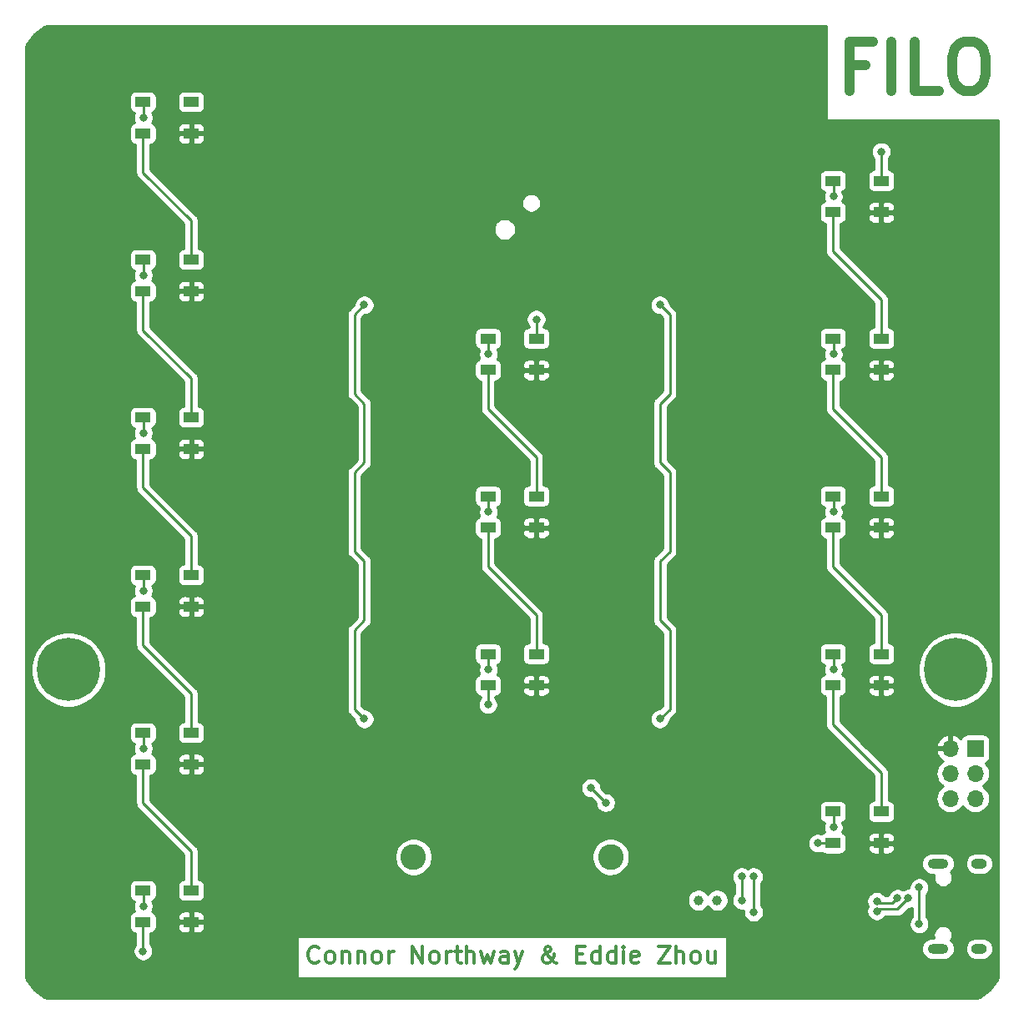
<source format=gbr>
G04 #@! TF.GenerationSoftware,KiCad,Pcbnew,5.1.2*
G04 #@! TF.CreationDate,2019-05-02T23:37:59-04:00*
G04 #@! TF.ProjectId,LED_Bar_Clock_2_Side_SMD,4c45445f-4261-4725-9f43-6c6f636b5f32,rev?*
G04 #@! TF.SameCoordinates,PX2faf080PY2faf080*
G04 #@! TF.FileFunction,Copper,L1,Top*
G04 #@! TF.FilePolarity,Positive*
%FSLAX46Y46*%
G04 Gerber Fmt 4.6, Leading zero omitted, Abs format (unit mm)*
G04 Created by KiCad (PCBNEW 5.1.2) date 2019-05-02 23:37:59*
%MOMM*%
%LPD*%
G04 APERTURE LIST*
%ADD10C,1.000000*%
%ADD11C,0.375000*%
%ADD12R,1.500000X1.000000*%
%ADD13C,6.400000*%
%ADD14C,0.800000*%
%ADD15O,1.600000X1.000000*%
%ADD16O,2.100000X1.000000*%
%ADD17C,2.600000*%
%ADD18R,1.700000X1.700000*%
%ADD19O,1.700000X1.700000*%
%ADD20C,1.000000*%
%ADD21C,0.250000*%
G04 APERTURE END LIST*
D10*
X85880952Y-4642857D02*
X84214285Y-4642857D01*
X84214285Y-7261904D02*
X84214285Y-2261904D01*
X86595238Y-2261904D01*
X88500000Y-7261904D02*
X88500000Y-2261904D01*
X93261904Y-7261904D02*
X90880952Y-7261904D01*
X90880952Y-2261904D01*
X95880952Y-2261904D02*
X96833333Y-2261904D01*
X97309523Y-2500000D01*
X97785714Y-2976190D01*
X98023809Y-3928571D01*
X98023809Y-5595238D01*
X97785714Y-6547619D01*
X97309523Y-7023809D01*
X96833333Y-7261904D01*
X95880952Y-7261904D01*
X95404761Y-7023809D01*
X94928571Y-6547619D01*
X94690476Y-5595238D01*
X94690476Y-3928571D01*
X94928571Y-2976190D01*
X95404761Y-2500000D01*
X95880952Y-2261904D01*
D11*
X30416666Y-95625000D02*
X30333333Y-95708333D01*
X30083333Y-95791666D01*
X29916666Y-95791666D01*
X29666666Y-95708333D01*
X29500000Y-95541666D01*
X29416666Y-95375000D01*
X29333333Y-95041666D01*
X29333333Y-94791666D01*
X29416666Y-94458333D01*
X29500000Y-94291666D01*
X29666666Y-94125000D01*
X29916666Y-94041666D01*
X30083333Y-94041666D01*
X30333333Y-94125000D01*
X30416666Y-94208333D01*
X31416666Y-95791666D02*
X31250000Y-95708333D01*
X31166666Y-95625000D01*
X31083333Y-95458333D01*
X31083333Y-94958333D01*
X31166666Y-94791666D01*
X31250000Y-94708333D01*
X31416666Y-94625000D01*
X31666666Y-94625000D01*
X31833333Y-94708333D01*
X31916666Y-94791666D01*
X32000000Y-94958333D01*
X32000000Y-95458333D01*
X31916666Y-95625000D01*
X31833333Y-95708333D01*
X31666666Y-95791666D01*
X31416666Y-95791666D01*
X32750000Y-94625000D02*
X32750000Y-95791666D01*
X32750000Y-94791666D02*
X32833333Y-94708333D01*
X33000000Y-94625000D01*
X33250000Y-94625000D01*
X33416666Y-94708333D01*
X33500000Y-94875000D01*
X33500000Y-95791666D01*
X34333333Y-94625000D02*
X34333333Y-95791666D01*
X34333333Y-94791666D02*
X34416666Y-94708333D01*
X34583333Y-94625000D01*
X34833333Y-94625000D01*
X35000000Y-94708333D01*
X35083333Y-94875000D01*
X35083333Y-95791666D01*
X36166666Y-95791666D02*
X36000000Y-95708333D01*
X35916666Y-95625000D01*
X35833333Y-95458333D01*
X35833333Y-94958333D01*
X35916666Y-94791666D01*
X36000000Y-94708333D01*
X36166666Y-94625000D01*
X36416666Y-94625000D01*
X36583333Y-94708333D01*
X36666666Y-94791666D01*
X36750000Y-94958333D01*
X36750000Y-95458333D01*
X36666666Y-95625000D01*
X36583333Y-95708333D01*
X36416666Y-95791666D01*
X36166666Y-95791666D01*
X37500000Y-95791666D02*
X37500000Y-94625000D01*
X37500000Y-94958333D02*
X37583333Y-94791666D01*
X37666666Y-94708333D01*
X37833333Y-94625000D01*
X38000000Y-94625000D01*
X39916666Y-95791666D02*
X39916666Y-94041666D01*
X40916666Y-95791666D01*
X40916666Y-94041666D01*
X42000000Y-95791666D02*
X41833333Y-95708333D01*
X41750000Y-95625000D01*
X41666666Y-95458333D01*
X41666666Y-94958333D01*
X41750000Y-94791666D01*
X41833333Y-94708333D01*
X42000000Y-94625000D01*
X42250000Y-94625000D01*
X42416666Y-94708333D01*
X42500000Y-94791666D01*
X42583333Y-94958333D01*
X42583333Y-95458333D01*
X42500000Y-95625000D01*
X42416666Y-95708333D01*
X42250000Y-95791666D01*
X42000000Y-95791666D01*
X43333333Y-95791666D02*
X43333333Y-94625000D01*
X43333333Y-94958333D02*
X43416666Y-94791666D01*
X43500000Y-94708333D01*
X43666666Y-94625000D01*
X43833333Y-94625000D01*
X44166666Y-94625000D02*
X44833333Y-94625000D01*
X44416666Y-94041666D02*
X44416666Y-95541666D01*
X44500000Y-95708333D01*
X44666666Y-95791666D01*
X44833333Y-95791666D01*
X45416666Y-95791666D02*
X45416666Y-94041666D01*
X46166666Y-95791666D02*
X46166666Y-94875000D01*
X46083333Y-94708333D01*
X45916666Y-94625000D01*
X45666666Y-94625000D01*
X45500000Y-94708333D01*
X45416666Y-94791666D01*
X46833333Y-94625000D02*
X47166666Y-95791666D01*
X47500000Y-94958333D01*
X47833333Y-95791666D01*
X48166666Y-94625000D01*
X49583333Y-95791666D02*
X49583333Y-94875000D01*
X49500000Y-94708333D01*
X49333333Y-94625000D01*
X49000000Y-94625000D01*
X48833333Y-94708333D01*
X49583333Y-95708333D02*
X49416666Y-95791666D01*
X49000000Y-95791666D01*
X48833333Y-95708333D01*
X48750000Y-95541666D01*
X48750000Y-95375000D01*
X48833333Y-95208333D01*
X49000000Y-95125000D01*
X49416666Y-95125000D01*
X49583333Y-95041666D01*
X50250000Y-94625000D02*
X50666666Y-95791666D01*
X51083333Y-94625000D02*
X50666666Y-95791666D01*
X50500000Y-96208333D01*
X50416666Y-96291666D01*
X50250000Y-96375000D01*
X54500000Y-95791666D02*
X54416666Y-95791666D01*
X54250000Y-95708333D01*
X54000000Y-95458333D01*
X53583333Y-94958333D01*
X53416666Y-94708333D01*
X53333333Y-94458333D01*
X53333333Y-94291666D01*
X53416666Y-94125000D01*
X53583333Y-94041666D01*
X53666666Y-94041666D01*
X53833333Y-94125000D01*
X53916666Y-94291666D01*
X53916666Y-94375000D01*
X53833333Y-94541666D01*
X53750000Y-94625000D01*
X53250000Y-94958333D01*
X53166666Y-95041666D01*
X53083333Y-95208333D01*
X53083333Y-95458333D01*
X53166666Y-95625000D01*
X53250000Y-95708333D01*
X53416666Y-95791666D01*
X53666666Y-95791666D01*
X53833333Y-95708333D01*
X53916666Y-95625000D01*
X54166666Y-95291666D01*
X54250000Y-95041666D01*
X54250000Y-94875000D01*
X56583333Y-94875000D02*
X57166666Y-94875000D01*
X57416666Y-95791666D02*
X56583333Y-95791666D01*
X56583333Y-94041666D01*
X57416666Y-94041666D01*
X58916666Y-95791666D02*
X58916666Y-94041666D01*
X58916666Y-95708333D02*
X58750000Y-95791666D01*
X58416666Y-95791666D01*
X58250000Y-95708333D01*
X58166666Y-95625000D01*
X58083333Y-95458333D01*
X58083333Y-94958333D01*
X58166666Y-94791666D01*
X58250000Y-94708333D01*
X58416666Y-94625000D01*
X58750000Y-94625000D01*
X58916666Y-94708333D01*
X60500000Y-95791666D02*
X60500000Y-94041666D01*
X60500000Y-95708333D02*
X60333333Y-95791666D01*
X60000000Y-95791666D01*
X59833333Y-95708333D01*
X59750000Y-95625000D01*
X59666666Y-95458333D01*
X59666666Y-94958333D01*
X59750000Y-94791666D01*
X59833333Y-94708333D01*
X60000000Y-94625000D01*
X60333333Y-94625000D01*
X60500000Y-94708333D01*
X61333333Y-95791666D02*
X61333333Y-94625000D01*
X61333333Y-94041666D02*
X61249999Y-94125000D01*
X61333333Y-94208333D01*
X61416666Y-94125000D01*
X61333333Y-94041666D01*
X61333333Y-94208333D01*
X62833333Y-95708333D02*
X62666666Y-95791666D01*
X62333333Y-95791666D01*
X62166666Y-95708333D01*
X62083333Y-95541666D01*
X62083333Y-94875000D01*
X62166666Y-94708333D01*
X62333333Y-94625000D01*
X62666666Y-94625000D01*
X62833333Y-94708333D01*
X62916666Y-94875000D01*
X62916666Y-95041666D01*
X62083333Y-95208333D01*
X64833333Y-94041666D02*
X65999999Y-94041666D01*
X64833333Y-95791666D01*
X65999999Y-95791666D01*
X66666666Y-95791666D02*
X66666666Y-94041666D01*
X67416666Y-95791666D02*
X67416666Y-94875000D01*
X67333333Y-94708333D01*
X67166666Y-94625000D01*
X66916666Y-94625000D01*
X66749999Y-94708333D01*
X66666666Y-94791666D01*
X68499999Y-95791666D02*
X68333333Y-95708333D01*
X68249999Y-95625000D01*
X68166666Y-95458333D01*
X68166666Y-94958333D01*
X68249999Y-94791666D01*
X68333333Y-94708333D01*
X68499999Y-94625000D01*
X68749999Y-94625000D01*
X68916666Y-94708333D01*
X68999999Y-94791666D01*
X69083333Y-94958333D01*
X69083333Y-95458333D01*
X68999999Y-95625000D01*
X68916666Y-95708333D01*
X68749999Y-95791666D01*
X68499999Y-95791666D01*
X70583333Y-94625000D02*
X70583333Y-95791666D01*
X69833333Y-94625000D02*
X69833333Y-95541666D01*
X69916666Y-95708333D01*
X70083333Y-95791666D01*
X70333333Y-95791666D01*
X70500000Y-95708333D01*
X70583333Y-95625000D01*
D12*
X87450000Y-83600000D03*
X87450000Y-80400000D03*
X82550000Y-83600000D03*
X82550000Y-80400000D03*
X52450000Y-51600000D03*
X52450000Y-48400000D03*
X47550000Y-51600000D03*
X47550000Y-48400000D03*
X17450000Y-11600000D03*
X17450000Y-8400000D03*
X12550000Y-11600000D03*
X12550000Y-8400000D03*
X17450000Y-27600000D03*
X17450000Y-24400000D03*
X12550000Y-27600000D03*
X12550000Y-24400000D03*
X17450000Y-43600000D03*
X17450000Y-40400000D03*
X12550000Y-43600000D03*
X12550000Y-40400000D03*
X17450000Y-59600000D03*
X17450000Y-56400000D03*
X12550000Y-59600000D03*
X12550000Y-56400000D03*
X17450000Y-75600000D03*
X17450000Y-72400000D03*
X12550000Y-75600000D03*
X12550000Y-72400000D03*
X17450000Y-91600000D03*
X17450000Y-88400000D03*
X12550000Y-91600000D03*
X12550000Y-88400000D03*
X52450000Y-35600000D03*
X52450000Y-32400000D03*
X47550000Y-35600000D03*
X47550000Y-32400000D03*
X52450000Y-67600000D03*
X52450000Y-64400000D03*
X47550000Y-67600000D03*
X47550000Y-64400000D03*
X87450000Y-19600000D03*
X87450000Y-16400000D03*
X82550000Y-19600000D03*
X82550000Y-16400000D03*
X87450000Y-35600000D03*
X87450000Y-32400000D03*
X82550000Y-35600000D03*
X82550000Y-32400000D03*
X87450000Y-51600000D03*
X87450000Y-48400000D03*
X82550000Y-51600000D03*
X82550000Y-48400000D03*
X87450000Y-67600000D03*
X87450000Y-64400000D03*
X82550000Y-67600000D03*
X82550000Y-64400000D03*
D13*
X5000000Y-66000000D03*
D14*
X7400000Y-66000000D03*
X6697056Y-67697056D03*
X5000000Y-68400000D03*
X3302944Y-67697056D03*
X2600000Y-66000000D03*
X3302944Y-64302944D03*
X5000000Y-63600000D03*
X6697056Y-64302944D03*
X96697056Y-64302944D03*
X95000000Y-63600000D03*
X93302944Y-64302944D03*
X92600000Y-66000000D03*
X93302944Y-67697056D03*
X95000000Y-68400000D03*
X96697056Y-67697056D03*
X97400000Y-66000000D03*
D13*
X95000000Y-66000000D03*
D15*
X97400000Y-85680000D03*
X97400000Y-94320000D03*
D16*
X93220000Y-85680000D03*
X93220000Y-94320000D03*
D17*
X60000000Y-85000000D03*
X40000000Y-85000000D03*
D18*
X97000000Y-74000000D03*
D19*
X94460000Y-74000000D03*
X97000000Y-76540000D03*
X94460000Y-76540000D03*
X97000000Y-79080000D03*
X94460000Y-79080000D03*
D20*
X68900000Y-89400000D03*
X70800000Y-89400000D03*
D14*
X82600000Y-82000000D03*
X82600000Y-66000000D03*
X82600000Y-50000000D03*
X82600000Y-34000000D03*
X82600000Y-18000000D03*
X47600000Y-66000000D03*
X47600000Y-50000000D03*
X47600000Y-34000000D03*
X12600000Y-90000000D03*
X12600000Y-74000000D03*
X12600000Y-58000000D03*
X12600000Y-42000000D03*
X12600000Y-26000000D03*
X12600000Y-10000000D03*
X58000000Y-78000000D03*
X59500000Y-79500000D03*
X89000000Y-96000000D03*
X96000000Y-42000000D03*
X76000000Y-96000000D03*
X87400000Y-82000000D03*
X87400000Y-66000000D03*
X87400000Y-50000000D03*
X87400000Y-34000000D03*
X87400000Y-18000000D03*
X52400000Y-66000000D03*
X52400000Y-50000000D03*
X52400000Y-34000000D03*
X17400000Y-90000000D03*
X17400000Y-74000000D03*
X17400000Y-58000000D03*
X17400000Y-42000000D03*
X17400000Y-26000000D03*
X17400000Y-10000000D03*
X91000000Y-97000000D03*
X70505000Y-78505000D03*
X61000000Y-78000000D03*
X75810000Y-76790000D03*
X89100000Y-89200000D03*
X87000000Y-89500000D03*
X90200000Y-89200000D03*
X87000000Y-90500000D03*
X12550000Y-94550000D03*
X35000000Y-71000000D03*
X35000000Y-29000000D03*
X52450000Y-30450000D03*
X87450000Y-13450000D03*
X65000000Y-29000000D03*
X47550000Y-69550000D03*
X65000000Y-71000000D03*
X81000000Y-83600000D03*
X91300000Y-88100000D03*
X91300000Y-91800000D03*
X74500000Y-90600000D03*
X74500000Y-87000000D03*
X73300000Y-89400000D03*
X73300000Y-87000000D03*
D21*
X82600000Y-80450000D02*
X82550000Y-80400000D01*
X82600000Y-82000000D02*
X82600000Y-80450000D01*
X82600000Y-64450000D02*
X82550000Y-64400000D01*
X82600000Y-66000000D02*
X82600000Y-64450000D01*
X82600000Y-48450000D02*
X82550000Y-48400000D01*
X82600000Y-50000000D02*
X82600000Y-48450000D01*
X82600000Y-32450000D02*
X82550000Y-32400000D01*
X82600000Y-34000000D02*
X82600000Y-32450000D01*
X82600000Y-16450000D02*
X82550000Y-16400000D01*
X82600000Y-18000000D02*
X82600000Y-16450000D01*
X47600000Y-64450000D02*
X47550000Y-64400000D01*
X47600000Y-66000000D02*
X47600000Y-64450000D01*
X47600000Y-48450000D02*
X47550000Y-48400000D01*
X47600000Y-50000000D02*
X47600000Y-48450000D01*
X47600000Y-32450000D02*
X47550000Y-32400000D01*
X47600000Y-34000000D02*
X47600000Y-32450000D01*
X12600000Y-88450000D02*
X12550000Y-88400000D01*
X12600000Y-90000000D02*
X12600000Y-88450000D01*
X12600000Y-72450000D02*
X12550000Y-72400000D01*
X12600000Y-74000000D02*
X12600000Y-72450000D01*
X12600000Y-56450000D02*
X12550000Y-56400000D01*
X12600000Y-58000000D02*
X12600000Y-56450000D01*
X12600000Y-40450000D02*
X12550000Y-40400000D01*
X12600000Y-42000000D02*
X12600000Y-40450000D01*
X12600000Y-8450000D02*
X12550000Y-8400000D01*
X12600000Y-10000000D02*
X12600000Y-8450000D01*
X12600000Y-24450000D02*
X12550000Y-24400000D01*
X12600000Y-26000000D02*
X12600000Y-24450000D01*
X58000000Y-78000000D02*
X59500000Y-79500000D01*
X87400000Y-82550000D02*
X87450000Y-82600000D01*
X87400000Y-82000000D02*
X87400000Y-83550000D01*
X87400000Y-67550000D02*
X87450000Y-67600000D01*
X87400000Y-66000000D02*
X87400000Y-67550000D01*
X87400000Y-51550000D02*
X87450000Y-51600000D01*
X87400000Y-50000000D02*
X87400000Y-51550000D01*
X87400000Y-35550000D02*
X87450000Y-35600000D01*
X87400000Y-34000000D02*
X87400000Y-35550000D01*
X87400000Y-19550000D02*
X87450000Y-19600000D01*
X87400000Y-18000000D02*
X87400000Y-19550000D01*
X52400000Y-67550000D02*
X52450000Y-67600000D01*
X52400000Y-66000000D02*
X52400000Y-67550000D01*
X52400000Y-51550000D02*
X52450000Y-51600000D01*
X52400000Y-50000000D02*
X52400000Y-51550000D01*
X52400000Y-35550000D02*
X52450000Y-35600000D01*
X52400000Y-34000000D02*
X52400000Y-35550000D01*
X17400000Y-91550000D02*
X17450000Y-91600000D01*
X17400000Y-90000000D02*
X17400000Y-91550000D01*
X17400000Y-75550000D02*
X17450000Y-75600000D01*
X17400000Y-74000000D02*
X17400000Y-75550000D01*
X17400000Y-59550000D02*
X17450000Y-59600000D01*
X17400000Y-58000000D02*
X17400000Y-59550000D01*
X17400000Y-43550000D02*
X17450000Y-43600000D01*
X17400000Y-42000000D02*
X17400000Y-43550000D01*
X17400000Y-11550000D02*
X17450000Y-11600000D01*
X17400000Y-10000000D02*
X17400000Y-11550000D01*
X17400000Y-27550000D02*
X17450000Y-27600000D01*
X17400000Y-26000000D02*
X17400000Y-27550000D01*
X87200000Y-89700000D02*
X87000000Y-89500000D01*
X89100000Y-89200000D02*
X88600000Y-89700000D01*
X88600000Y-89700000D02*
X87200000Y-89700000D01*
X87200000Y-90300000D02*
X87000000Y-90500000D01*
X90200000Y-89200000D02*
X89100000Y-90300000D01*
X89100000Y-90300000D02*
X87200000Y-90300000D01*
X12550000Y-11600000D02*
X12550000Y-15550000D01*
X17450000Y-20450000D02*
X17450000Y-24400000D01*
X12550000Y-15550000D02*
X17450000Y-20450000D01*
X12550000Y-31550000D02*
X17450000Y-36450000D01*
X17450000Y-36450000D02*
X17450000Y-40400000D01*
X12550000Y-27600000D02*
X12550000Y-31550000D01*
X12550000Y-47550000D02*
X17450000Y-52450000D01*
X17450000Y-52450000D02*
X17450000Y-56400000D01*
X12550000Y-43600000D02*
X12550000Y-47550000D01*
X12550000Y-63550000D02*
X17450000Y-68450000D01*
X17450000Y-68450000D02*
X17450000Y-72400000D01*
X12550000Y-59600000D02*
X12550000Y-63550000D01*
X12550000Y-79550000D02*
X17450000Y-84450000D01*
X17450000Y-84450000D02*
X17450000Y-88400000D01*
X12550000Y-75600000D02*
X12550000Y-79550000D01*
X12550000Y-91600000D02*
X12550000Y-94550000D01*
X12550000Y-94550000D02*
X12550000Y-94550000D01*
X34000000Y-62000000D02*
X34000000Y-70000000D01*
X34000000Y-54000000D02*
X35000000Y-55000000D01*
X34000000Y-46000000D02*
X34000000Y-54000000D01*
X35000000Y-61000000D02*
X34000000Y-62000000D01*
X35000000Y-39000000D02*
X35000000Y-45000000D01*
X34000000Y-38000000D02*
X35000000Y-39000000D01*
X35000000Y-45000000D02*
X34000000Y-46000000D01*
X35000000Y-29000000D02*
X34000000Y-30000000D01*
X35000000Y-55000000D02*
X35000000Y-61000000D01*
X34000000Y-30000000D02*
X34000000Y-38000000D01*
X34000000Y-70000000D02*
X35000000Y-71000000D01*
X52450000Y-32400000D02*
X52450000Y-30450000D01*
X47550000Y-39550000D02*
X52450000Y-44450000D01*
X52450000Y-44450000D02*
X52450000Y-48400000D01*
X47550000Y-35600000D02*
X47550000Y-39550000D01*
X47550000Y-55550000D02*
X52450000Y-60450000D01*
X52450000Y-60450000D02*
X52450000Y-64400000D01*
X47550000Y-51600000D02*
X47550000Y-55550000D01*
X87450000Y-16400000D02*
X87450000Y-13450000D01*
X87450000Y-13450000D02*
X87450000Y-13450000D01*
X47550000Y-69550000D02*
X47550000Y-67600000D01*
X66000000Y-54000000D02*
X65000000Y-55000000D01*
X66000000Y-46000000D02*
X66000000Y-54000000D01*
X65000000Y-45000000D02*
X66000000Y-46000000D01*
X66000000Y-30000000D02*
X66000000Y-38000000D01*
X65000000Y-29000000D02*
X66000000Y-30000000D01*
X66000000Y-38000000D02*
X65000000Y-39000000D01*
X65000000Y-39000000D02*
X65000000Y-45000000D01*
X66000000Y-70000000D02*
X65000000Y-71000000D01*
X65000000Y-55000000D02*
X65000000Y-61000000D01*
X65000000Y-61000000D02*
X66000000Y-62000000D01*
X66000000Y-62000000D02*
X66000000Y-70000000D01*
X82550000Y-23550000D02*
X87450000Y-28450000D01*
X87450000Y-28450000D02*
X87450000Y-32400000D01*
X82550000Y-19600000D02*
X82550000Y-23550000D01*
X82550000Y-39550000D02*
X87450000Y-44450000D01*
X87450000Y-44450000D02*
X87450000Y-48400000D01*
X82550000Y-35600000D02*
X82550000Y-39550000D01*
X82550000Y-55550000D02*
X87450000Y-60450000D01*
X87450000Y-60450000D02*
X87450000Y-64400000D01*
X82550000Y-51600000D02*
X82550000Y-55550000D01*
X82550000Y-71550000D02*
X87450000Y-76450000D01*
X82550000Y-67600000D02*
X82550000Y-71550000D01*
X87450000Y-76450000D02*
X87450000Y-80400000D01*
X81000000Y-83600000D02*
X81000000Y-83600000D01*
X82550000Y-83600000D02*
X81000000Y-83600000D01*
X91300000Y-91800000D02*
X91300000Y-88100000D01*
X74500000Y-90600000D02*
X74500000Y-87000000D01*
X73300000Y-87000000D02*
X73300000Y-89400000D01*
G36*
X81898810Y-10275000D02*
G01*
X99350000Y-10275000D01*
X99350001Y-97191113D01*
X99221773Y-97437436D01*
X98993265Y-97796122D01*
X98734380Y-98133507D01*
X98447061Y-98447061D01*
X98133507Y-98734380D01*
X97796122Y-98993265D01*
X97437436Y-99221773D01*
X97191115Y-99350000D01*
X2808885Y-99350000D01*
X2562564Y-99221773D01*
X2203878Y-98993265D01*
X1866493Y-98734380D01*
X1552939Y-98447061D01*
X1265620Y-98133507D01*
X1006735Y-97796122D01*
X778227Y-97437436D01*
X650000Y-97191115D01*
X650000Y-87900000D01*
X11171976Y-87900000D01*
X11171976Y-88900000D01*
X11184043Y-89022521D01*
X11219781Y-89140334D01*
X11277817Y-89248911D01*
X11355920Y-89344080D01*
X11451089Y-89422183D01*
X11559666Y-89480219D01*
X11677479Y-89515957D01*
X11690513Y-89517241D01*
X11614390Y-89701018D01*
X11575000Y-89899046D01*
X11575000Y-90100954D01*
X11614390Y-90298982D01*
X11690513Y-90482759D01*
X11677479Y-90484043D01*
X11559666Y-90519781D01*
X11451089Y-90577817D01*
X11355920Y-90655920D01*
X11277817Y-90751089D01*
X11219781Y-90859666D01*
X11184043Y-90977479D01*
X11171976Y-91100000D01*
X11171976Y-92100000D01*
X11184043Y-92222521D01*
X11219781Y-92340334D01*
X11277817Y-92448911D01*
X11355920Y-92544080D01*
X11451089Y-92622183D01*
X11559666Y-92680219D01*
X11677479Y-92715957D01*
X11800000Y-92728024D01*
X11800001Y-93850429D01*
X11753830Y-93896600D01*
X11641656Y-94064480D01*
X11564390Y-94251018D01*
X11525000Y-94449046D01*
X11525000Y-94650954D01*
X11564390Y-94848982D01*
X11641656Y-95035520D01*
X11753830Y-95203400D01*
X11896600Y-95346170D01*
X12064480Y-95458344D01*
X12251018Y-95535610D01*
X12449046Y-95575000D01*
X12650954Y-95575000D01*
X12848982Y-95535610D01*
X13035520Y-95458344D01*
X13203400Y-95346170D01*
X13346170Y-95203400D01*
X13458344Y-95035520D01*
X13535610Y-94848982D01*
X13575000Y-94650954D01*
X13575000Y-94449046D01*
X13535610Y-94251018D01*
X13458344Y-94064480D01*
X13346170Y-93896600D01*
X13300000Y-93850430D01*
X13300000Y-93021250D01*
X28187500Y-93021250D01*
X28187500Y-97271250D01*
X71812500Y-97271250D01*
X71812500Y-94320000D01*
X91539557Y-94320000D01*
X91561278Y-94540538D01*
X91625607Y-94752602D01*
X91730071Y-94948040D01*
X91870656Y-95119344D01*
X92041960Y-95259929D01*
X92237398Y-95364393D01*
X92449462Y-95428722D01*
X92614736Y-95445000D01*
X93825264Y-95445000D01*
X93990538Y-95428722D01*
X94202602Y-95364393D01*
X94398040Y-95259929D01*
X94569344Y-95119344D01*
X94709929Y-94948040D01*
X94814393Y-94752602D01*
X94878722Y-94540538D01*
X94900443Y-94320000D01*
X95969557Y-94320000D01*
X95991278Y-94540538D01*
X96055607Y-94752602D01*
X96160071Y-94948040D01*
X96300656Y-95119344D01*
X96471960Y-95259929D01*
X96667398Y-95364393D01*
X96879462Y-95428722D01*
X97044736Y-95445000D01*
X97755264Y-95445000D01*
X97920538Y-95428722D01*
X98132602Y-95364393D01*
X98328040Y-95259929D01*
X98499344Y-95119344D01*
X98639929Y-94948040D01*
X98744393Y-94752602D01*
X98808722Y-94540538D01*
X98830443Y-94320000D01*
X98808722Y-94099462D01*
X98744393Y-93887398D01*
X98639929Y-93691960D01*
X98499344Y-93520656D01*
X98328040Y-93380071D01*
X98132602Y-93275607D01*
X97920538Y-93211278D01*
X97755264Y-93195000D01*
X97044736Y-93195000D01*
X96879462Y-93211278D01*
X96667398Y-93275607D01*
X96471960Y-93380071D01*
X96300656Y-93520656D01*
X96160071Y-93691960D01*
X96055607Y-93887398D01*
X95991278Y-94099462D01*
X95969557Y-94320000D01*
X94900443Y-94320000D01*
X94878722Y-94099462D01*
X94814393Y-93887398D01*
X94709929Y-93691960D01*
X94569344Y-93520656D01*
X94473643Y-93442116D01*
X94541879Y-93339994D01*
X94613492Y-93167105D01*
X94650000Y-92983567D01*
X94650000Y-92796433D01*
X94613492Y-92612895D01*
X94541879Y-92440006D01*
X94437913Y-92284410D01*
X94305590Y-92152087D01*
X94149994Y-92048121D01*
X93977105Y-91976508D01*
X93793567Y-91940000D01*
X93606433Y-91940000D01*
X93422895Y-91976508D01*
X93250006Y-92048121D01*
X93094410Y-92152087D01*
X92962087Y-92284410D01*
X92858121Y-92440006D01*
X92786508Y-92612895D01*
X92750000Y-92796433D01*
X92750000Y-92983567D01*
X92786508Y-93167105D01*
X92798062Y-93195000D01*
X92614736Y-93195000D01*
X92449462Y-93211278D01*
X92237398Y-93275607D01*
X92041960Y-93380071D01*
X91870656Y-93520656D01*
X91730071Y-93691960D01*
X91625607Y-93887398D01*
X91561278Y-94099462D01*
X91539557Y-94320000D01*
X71812500Y-94320000D01*
X71812500Y-93021250D01*
X28187500Y-93021250D01*
X13300000Y-93021250D01*
X13300000Y-92728024D01*
X13422521Y-92715957D01*
X13540334Y-92680219D01*
X13648911Y-92622183D01*
X13744080Y-92544080D01*
X13822183Y-92448911D01*
X13880219Y-92340334D01*
X13915957Y-92222521D01*
X13928024Y-92100000D01*
X16071976Y-92100000D01*
X16084043Y-92222521D01*
X16119781Y-92340334D01*
X16177817Y-92448911D01*
X16255920Y-92544080D01*
X16351089Y-92622183D01*
X16459666Y-92680219D01*
X16577479Y-92715957D01*
X16700000Y-92728024D01*
X17168750Y-92725000D01*
X17325000Y-92568750D01*
X17325000Y-91725000D01*
X17575000Y-91725000D01*
X17575000Y-92568750D01*
X17731250Y-92725000D01*
X18200000Y-92728024D01*
X18322521Y-92715957D01*
X18440334Y-92680219D01*
X18548911Y-92622183D01*
X18644080Y-92544080D01*
X18722183Y-92448911D01*
X18780219Y-92340334D01*
X18815957Y-92222521D01*
X18828024Y-92100000D01*
X18825000Y-91881250D01*
X18668750Y-91725000D01*
X17575000Y-91725000D01*
X17325000Y-91725000D01*
X16231250Y-91725000D01*
X16075000Y-91881250D01*
X16071976Y-92100000D01*
X13928024Y-92100000D01*
X13928024Y-91100000D01*
X16071976Y-91100000D01*
X16075000Y-91318750D01*
X16231250Y-91475000D01*
X17325000Y-91475000D01*
X17325000Y-90631250D01*
X17575000Y-90631250D01*
X17575000Y-91475000D01*
X18668750Y-91475000D01*
X18825000Y-91318750D01*
X18828024Y-91100000D01*
X18815957Y-90977479D01*
X18780219Y-90859666D01*
X18722183Y-90751089D01*
X18644080Y-90655920D01*
X18548911Y-90577817D01*
X18440334Y-90519781D01*
X18322521Y-90484043D01*
X18200000Y-90471976D01*
X17731250Y-90475000D01*
X17575000Y-90631250D01*
X17325000Y-90631250D01*
X17168750Y-90475000D01*
X16700000Y-90471976D01*
X16577479Y-90484043D01*
X16459666Y-90519781D01*
X16351089Y-90577817D01*
X16255920Y-90655920D01*
X16177817Y-90751089D01*
X16119781Y-90859666D01*
X16084043Y-90977479D01*
X16071976Y-91100000D01*
X13928024Y-91100000D01*
X13915957Y-90977479D01*
X13880219Y-90859666D01*
X13822183Y-90751089D01*
X13744080Y-90655920D01*
X13648911Y-90577817D01*
X13540334Y-90519781D01*
X13494701Y-90505938D01*
X13508344Y-90485520D01*
X13585610Y-90298982D01*
X13625000Y-90100954D01*
X13625000Y-89899046D01*
X13585610Y-89701018D01*
X13508344Y-89514480D01*
X13494701Y-89494062D01*
X13540334Y-89480219D01*
X13648911Y-89422183D01*
X13744080Y-89344080D01*
X13822183Y-89248911D01*
X13880219Y-89140334D01*
X13915957Y-89022521D01*
X13928024Y-88900000D01*
X13928024Y-87900000D01*
X13915957Y-87777479D01*
X13880219Y-87659666D01*
X13822183Y-87551089D01*
X13744080Y-87455920D01*
X13648911Y-87377817D01*
X13540334Y-87319781D01*
X13422521Y-87284043D01*
X13300000Y-87271976D01*
X11800000Y-87271976D01*
X11677479Y-87284043D01*
X11559666Y-87319781D01*
X11451089Y-87377817D01*
X11355920Y-87455920D01*
X11277817Y-87551089D01*
X11219781Y-87659666D01*
X11184043Y-87777479D01*
X11171976Y-87900000D01*
X650000Y-87900000D01*
X650000Y-71900000D01*
X11171976Y-71900000D01*
X11171976Y-72900000D01*
X11184043Y-73022521D01*
X11219781Y-73140334D01*
X11277817Y-73248911D01*
X11355920Y-73344080D01*
X11451089Y-73422183D01*
X11559666Y-73480219D01*
X11677479Y-73515957D01*
X11690513Y-73517241D01*
X11614390Y-73701018D01*
X11575000Y-73899046D01*
X11575000Y-74100954D01*
X11614390Y-74298982D01*
X11690513Y-74482759D01*
X11677479Y-74484043D01*
X11559666Y-74519781D01*
X11451089Y-74577817D01*
X11355920Y-74655920D01*
X11277817Y-74751089D01*
X11219781Y-74859666D01*
X11184043Y-74977479D01*
X11171976Y-75100000D01*
X11171976Y-76100000D01*
X11184043Y-76222521D01*
X11219781Y-76340334D01*
X11277817Y-76448911D01*
X11355920Y-76544080D01*
X11451089Y-76622183D01*
X11559666Y-76680219D01*
X11677479Y-76715957D01*
X11800000Y-76728024D01*
X11800001Y-79513163D01*
X11796373Y-79550000D01*
X11810853Y-79697025D01*
X11853739Y-79838400D01*
X11869082Y-79867105D01*
X11923382Y-79968693D01*
X11937192Y-79985520D01*
X11993624Y-80054283D01*
X11993627Y-80054286D01*
X12017106Y-80082895D01*
X12045715Y-80106374D01*
X16700000Y-84760661D01*
X16700001Y-87271976D01*
X16700000Y-87271976D01*
X16577479Y-87284043D01*
X16459666Y-87319781D01*
X16351089Y-87377817D01*
X16255920Y-87455920D01*
X16177817Y-87551089D01*
X16119781Y-87659666D01*
X16084043Y-87777479D01*
X16071976Y-87900000D01*
X16071976Y-88900000D01*
X16084043Y-89022521D01*
X16119781Y-89140334D01*
X16177817Y-89248911D01*
X16255920Y-89344080D01*
X16351089Y-89422183D01*
X16459666Y-89480219D01*
X16577479Y-89515957D01*
X16700000Y-89528024D01*
X18200000Y-89528024D01*
X18322521Y-89515957D01*
X18440334Y-89480219D01*
X18548911Y-89422183D01*
X18644080Y-89344080D01*
X18689121Y-89289197D01*
X67775000Y-89289197D01*
X67775000Y-89510803D01*
X67818233Y-89728150D01*
X67903038Y-89932887D01*
X68026156Y-90117145D01*
X68182855Y-90273844D01*
X68367113Y-90396962D01*
X68571850Y-90481767D01*
X68789197Y-90525000D01*
X69010803Y-90525000D01*
X69228150Y-90481767D01*
X69432887Y-90396962D01*
X69617145Y-90273844D01*
X69773844Y-90117145D01*
X69850000Y-90003170D01*
X69926156Y-90117145D01*
X70082855Y-90273844D01*
X70267113Y-90396962D01*
X70471850Y-90481767D01*
X70689197Y-90525000D01*
X70910803Y-90525000D01*
X71128150Y-90481767D01*
X71332887Y-90396962D01*
X71517145Y-90273844D01*
X71673844Y-90117145D01*
X71796962Y-89932887D01*
X71881767Y-89728150D01*
X71925000Y-89510803D01*
X71925000Y-89289197D01*
X71881767Y-89071850D01*
X71796962Y-88867113D01*
X71673844Y-88682855D01*
X71517145Y-88526156D01*
X71332887Y-88403038D01*
X71128150Y-88318233D01*
X70910803Y-88275000D01*
X70689197Y-88275000D01*
X70471850Y-88318233D01*
X70267113Y-88403038D01*
X70082855Y-88526156D01*
X69926156Y-88682855D01*
X69850000Y-88796830D01*
X69773844Y-88682855D01*
X69617145Y-88526156D01*
X69432887Y-88403038D01*
X69228150Y-88318233D01*
X69010803Y-88275000D01*
X68789197Y-88275000D01*
X68571850Y-88318233D01*
X68367113Y-88403038D01*
X68182855Y-88526156D01*
X68026156Y-88682855D01*
X67903038Y-88867113D01*
X67818233Y-89071850D01*
X67775000Y-89289197D01*
X18689121Y-89289197D01*
X18722183Y-89248911D01*
X18780219Y-89140334D01*
X18815957Y-89022521D01*
X18828024Y-88900000D01*
X18828024Y-87900000D01*
X18815957Y-87777479D01*
X18780219Y-87659666D01*
X18722183Y-87551089D01*
X18644080Y-87455920D01*
X18548911Y-87377817D01*
X18440334Y-87319781D01*
X18322521Y-87284043D01*
X18200000Y-87271976D01*
X18200000Y-84810404D01*
X38075000Y-84810404D01*
X38075000Y-85189596D01*
X38148977Y-85561502D01*
X38294087Y-85911829D01*
X38504755Y-86227116D01*
X38772884Y-86495245D01*
X39088171Y-86705913D01*
X39438498Y-86851023D01*
X39810404Y-86925000D01*
X40189596Y-86925000D01*
X40561502Y-86851023D01*
X40911829Y-86705913D01*
X41227116Y-86495245D01*
X41495245Y-86227116D01*
X41705913Y-85911829D01*
X41851023Y-85561502D01*
X41925000Y-85189596D01*
X41925000Y-84810404D01*
X58075000Y-84810404D01*
X58075000Y-85189596D01*
X58148977Y-85561502D01*
X58294087Y-85911829D01*
X58504755Y-86227116D01*
X58772884Y-86495245D01*
X59088171Y-86705913D01*
X59438498Y-86851023D01*
X59810404Y-86925000D01*
X60189596Y-86925000D01*
X60320075Y-86899046D01*
X72275000Y-86899046D01*
X72275000Y-87100954D01*
X72314390Y-87298982D01*
X72391656Y-87485520D01*
X72503830Y-87653400D01*
X72550000Y-87699570D01*
X72550001Y-88700429D01*
X72503830Y-88746600D01*
X72391656Y-88914480D01*
X72314390Y-89101018D01*
X72275000Y-89299046D01*
X72275000Y-89500954D01*
X72314390Y-89698982D01*
X72391656Y-89885520D01*
X72503830Y-90053400D01*
X72646600Y-90196170D01*
X72814480Y-90308344D01*
X73001018Y-90385610D01*
X73199046Y-90425000D01*
X73400954Y-90425000D01*
X73493386Y-90406614D01*
X73475000Y-90499046D01*
X73475000Y-90700954D01*
X73514390Y-90898982D01*
X73591656Y-91085520D01*
X73703830Y-91253400D01*
X73846600Y-91396170D01*
X74014480Y-91508344D01*
X74201018Y-91585610D01*
X74399046Y-91625000D01*
X74600954Y-91625000D01*
X74798982Y-91585610D01*
X74985520Y-91508344D01*
X75153400Y-91396170D01*
X75296170Y-91253400D01*
X75408344Y-91085520D01*
X75485610Y-90898982D01*
X75525000Y-90700954D01*
X75525000Y-90499046D01*
X75485610Y-90301018D01*
X75408344Y-90114480D01*
X75296170Y-89946600D01*
X75250000Y-89900430D01*
X75250000Y-89399046D01*
X85975000Y-89399046D01*
X85975000Y-89600954D01*
X86014390Y-89798982D01*
X86091656Y-89985520D01*
X86101331Y-90000000D01*
X86091656Y-90014480D01*
X86014390Y-90201018D01*
X85975000Y-90399046D01*
X85975000Y-90600954D01*
X86014390Y-90798982D01*
X86091656Y-90985520D01*
X86203830Y-91153400D01*
X86346600Y-91296170D01*
X86514480Y-91408344D01*
X86701018Y-91485610D01*
X86899046Y-91525000D01*
X87100954Y-91525000D01*
X87298982Y-91485610D01*
X87485520Y-91408344D01*
X87653400Y-91296170D01*
X87796170Y-91153400D01*
X87865260Y-91050000D01*
X89063173Y-91050000D01*
X89100000Y-91053627D01*
X89136827Y-91050000D01*
X89136835Y-91050000D01*
X89247026Y-91039147D01*
X89388401Y-90996261D01*
X89518693Y-90926619D01*
X89632895Y-90832895D01*
X89656378Y-90804281D01*
X90235660Y-90225000D01*
X90300954Y-90225000D01*
X90498982Y-90185610D01*
X90550000Y-90164478D01*
X90550000Y-91100430D01*
X90503830Y-91146600D01*
X90391656Y-91314480D01*
X90314390Y-91501018D01*
X90275000Y-91699046D01*
X90275000Y-91900954D01*
X90314390Y-92098982D01*
X90391656Y-92285520D01*
X90503830Y-92453400D01*
X90646600Y-92596170D01*
X90814480Y-92708344D01*
X91001018Y-92785610D01*
X91199046Y-92825000D01*
X91400954Y-92825000D01*
X91598982Y-92785610D01*
X91785520Y-92708344D01*
X91953400Y-92596170D01*
X92096170Y-92453400D01*
X92208344Y-92285520D01*
X92285610Y-92098982D01*
X92325000Y-91900954D01*
X92325000Y-91699046D01*
X92285610Y-91501018D01*
X92208344Y-91314480D01*
X92096170Y-91146600D01*
X92050000Y-91100430D01*
X92050000Y-88799570D01*
X92096170Y-88753400D01*
X92208344Y-88585520D01*
X92285610Y-88398982D01*
X92325000Y-88200954D01*
X92325000Y-87999046D01*
X92285610Y-87801018D01*
X92208344Y-87614480D01*
X92096170Y-87446600D01*
X91953400Y-87303830D01*
X91785520Y-87191656D01*
X91598982Y-87114390D01*
X91400954Y-87075000D01*
X91199046Y-87075000D01*
X91001018Y-87114390D01*
X90814480Y-87191656D01*
X90646600Y-87303830D01*
X90503830Y-87446600D01*
X90391656Y-87614480D01*
X90314390Y-87801018D01*
X90275000Y-87999046D01*
X90275000Y-88175000D01*
X90099046Y-88175000D01*
X89901018Y-88214390D01*
X89714480Y-88291656D01*
X89650000Y-88334740D01*
X89585520Y-88291656D01*
X89398982Y-88214390D01*
X89200954Y-88175000D01*
X88999046Y-88175000D01*
X88801018Y-88214390D01*
X88614480Y-88291656D01*
X88446600Y-88403830D01*
X88303830Y-88546600D01*
X88191656Y-88714480D01*
X88114390Y-88901018D01*
X88104647Y-88950000D01*
X87865260Y-88950000D01*
X87796170Y-88846600D01*
X87653400Y-88703830D01*
X87485520Y-88591656D01*
X87298982Y-88514390D01*
X87100954Y-88475000D01*
X86899046Y-88475000D01*
X86701018Y-88514390D01*
X86514480Y-88591656D01*
X86346600Y-88703830D01*
X86203830Y-88846600D01*
X86091656Y-89014480D01*
X86014390Y-89201018D01*
X85975000Y-89399046D01*
X75250000Y-89399046D01*
X75250000Y-87699570D01*
X75296170Y-87653400D01*
X75408344Y-87485520D01*
X75485610Y-87298982D01*
X75525000Y-87100954D01*
X75525000Y-86899046D01*
X75485610Y-86701018D01*
X75408344Y-86514480D01*
X75296170Y-86346600D01*
X75153400Y-86203830D01*
X74985520Y-86091656D01*
X74798982Y-86014390D01*
X74600954Y-85975000D01*
X74399046Y-85975000D01*
X74201018Y-86014390D01*
X74014480Y-86091656D01*
X73900000Y-86168149D01*
X73785520Y-86091656D01*
X73598982Y-86014390D01*
X73400954Y-85975000D01*
X73199046Y-85975000D01*
X73001018Y-86014390D01*
X72814480Y-86091656D01*
X72646600Y-86203830D01*
X72503830Y-86346600D01*
X72391656Y-86514480D01*
X72314390Y-86701018D01*
X72275000Y-86899046D01*
X60320075Y-86899046D01*
X60561502Y-86851023D01*
X60911829Y-86705913D01*
X61227116Y-86495245D01*
X61495245Y-86227116D01*
X61705913Y-85911829D01*
X61801939Y-85680000D01*
X91539557Y-85680000D01*
X91561278Y-85900538D01*
X91625607Y-86112602D01*
X91730071Y-86308040D01*
X91870656Y-86479344D01*
X92041960Y-86619929D01*
X92237398Y-86724393D01*
X92449462Y-86788722D01*
X92614736Y-86805000D01*
X92818062Y-86805000D01*
X92806508Y-86832895D01*
X92770000Y-87016433D01*
X92770000Y-87203567D01*
X92806508Y-87387105D01*
X92878121Y-87559994D01*
X92982087Y-87715590D01*
X93114410Y-87847913D01*
X93270006Y-87951879D01*
X93442895Y-88023492D01*
X93626433Y-88060000D01*
X93813567Y-88060000D01*
X93997105Y-88023492D01*
X94169994Y-87951879D01*
X94325590Y-87847913D01*
X94457913Y-87715590D01*
X94561879Y-87559994D01*
X94633492Y-87387105D01*
X94670000Y-87203567D01*
X94670000Y-87016433D01*
X94633492Y-86832895D01*
X94561879Y-86660006D01*
X94486560Y-86547283D01*
X94569344Y-86479344D01*
X94709929Y-86308040D01*
X94814393Y-86112602D01*
X94878722Y-85900538D01*
X94900443Y-85680000D01*
X95969557Y-85680000D01*
X95991278Y-85900538D01*
X96055607Y-86112602D01*
X96160071Y-86308040D01*
X96300656Y-86479344D01*
X96471960Y-86619929D01*
X96667398Y-86724393D01*
X96879462Y-86788722D01*
X97044736Y-86805000D01*
X97755264Y-86805000D01*
X97920538Y-86788722D01*
X98132602Y-86724393D01*
X98328040Y-86619929D01*
X98499344Y-86479344D01*
X98639929Y-86308040D01*
X98744393Y-86112602D01*
X98808722Y-85900538D01*
X98830443Y-85680000D01*
X98808722Y-85459462D01*
X98744393Y-85247398D01*
X98639929Y-85051960D01*
X98499344Y-84880656D01*
X98328040Y-84740071D01*
X98132602Y-84635607D01*
X97920538Y-84571278D01*
X97755264Y-84555000D01*
X97044736Y-84555000D01*
X96879462Y-84571278D01*
X96667398Y-84635607D01*
X96471960Y-84740071D01*
X96300656Y-84880656D01*
X96160071Y-85051960D01*
X96055607Y-85247398D01*
X95991278Y-85459462D01*
X95969557Y-85680000D01*
X94900443Y-85680000D01*
X94878722Y-85459462D01*
X94814393Y-85247398D01*
X94709929Y-85051960D01*
X94569344Y-84880656D01*
X94398040Y-84740071D01*
X94202602Y-84635607D01*
X93990538Y-84571278D01*
X93825264Y-84555000D01*
X92614736Y-84555000D01*
X92449462Y-84571278D01*
X92237398Y-84635607D01*
X92041960Y-84740071D01*
X91870656Y-84880656D01*
X91730071Y-85051960D01*
X91625607Y-85247398D01*
X91561278Y-85459462D01*
X91539557Y-85680000D01*
X61801939Y-85680000D01*
X61851023Y-85561502D01*
X61925000Y-85189596D01*
X61925000Y-84810404D01*
X61851023Y-84438498D01*
X61705913Y-84088171D01*
X61495245Y-83772884D01*
X61227116Y-83504755D01*
X61218572Y-83499046D01*
X79975000Y-83499046D01*
X79975000Y-83700954D01*
X80014390Y-83898982D01*
X80091656Y-84085520D01*
X80203830Y-84253400D01*
X80346600Y-84396170D01*
X80514480Y-84508344D01*
X80701018Y-84585610D01*
X80899046Y-84625000D01*
X81100954Y-84625000D01*
X81298982Y-84585610D01*
X81370452Y-84556006D01*
X81451089Y-84622183D01*
X81559666Y-84680219D01*
X81677479Y-84715957D01*
X81800000Y-84728024D01*
X83300000Y-84728024D01*
X83422521Y-84715957D01*
X83540334Y-84680219D01*
X83648911Y-84622183D01*
X83744080Y-84544080D01*
X83822183Y-84448911D01*
X83880219Y-84340334D01*
X83915957Y-84222521D01*
X83928024Y-84100000D01*
X86071976Y-84100000D01*
X86084043Y-84222521D01*
X86119781Y-84340334D01*
X86177817Y-84448911D01*
X86255920Y-84544080D01*
X86351089Y-84622183D01*
X86459666Y-84680219D01*
X86577479Y-84715957D01*
X86700000Y-84728024D01*
X87168750Y-84725000D01*
X87325000Y-84568750D01*
X87325000Y-83725000D01*
X87575000Y-83725000D01*
X87575000Y-84568750D01*
X87731250Y-84725000D01*
X88200000Y-84728024D01*
X88322521Y-84715957D01*
X88440334Y-84680219D01*
X88548911Y-84622183D01*
X88644080Y-84544080D01*
X88722183Y-84448911D01*
X88780219Y-84340334D01*
X88815957Y-84222521D01*
X88828024Y-84100000D01*
X88825000Y-83881250D01*
X88668750Y-83725000D01*
X87575000Y-83725000D01*
X87325000Y-83725000D01*
X86231250Y-83725000D01*
X86075000Y-83881250D01*
X86071976Y-84100000D01*
X83928024Y-84100000D01*
X83928024Y-83100000D01*
X86071976Y-83100000D01*
X86075000Y-83318750D01*
X86231250Y-83475000D01*
X87325000Y-83475000D01*
X87325000Y-82631250D01*
X87575000Y-82631250D01*
X87575000Y-83475000D01*
X88668750Y-83475000D01*
X88825000Y-83318750D01*
X88828024Y-83100000D01*
X88815957Y-82977479D01*
X88780219Y-82859666D01*
X88722183Y-82751089D01*
X88644080Y-82655920D01*
X88548911Y-82577817D01*
X88440334Y-82519781D01*
X88322521Y-82484043D01*
X88200000Y-82471976D01*
X87731250Y-82475000D01*
X87575000Y-82631250D01*
X87325000Y-82631250D01*
X87168750Y-82475000D01*
X86700000Y-82471976D01*
X86577479Y-82484043D01*
X86459666Y-82519781D01*
X86351089Y-82577817D01*
X86255920Y-82655920D01*
X86177817Y-82751089D01*
X86119781Y-82859666D01*
X86084043Y-82977479D01*
X86071976Y-83100000D01*
X83928024Y-83100000D01*
X83915957Y-82977479D01*
X83880219Y-82859666D01*
X83822183Y-82751089D01*
X83744080Y-82655920D01*
X83648911Y-82577817D01*
X83540334Y-82519781D01*
X83494701Y-82505938D01*
X83508344Y-82485520D01*
X83585610Y-82298982D01*
X83625000Y-82100954D01*
X83625000Y-81899046D01*
X83585610Y-81701018D01*
X83508344Y-81514480D01*
X83494701Y-81494062D01*
X83540334Y-81480219D01*
X83648911Y-81422183D01*
X83744080Y-81344080D01*
X83822183Y-81248911D01*
X83880219Y-81140334D01*
X83915957Y-81022521D01*
X83928024Y-80900000D01*
X83928024Y-79900000D01*
X83915957Y-79777479D01*
X83880219Y-79659666D01*
X83822183Y-79551089D01*
X83744080Y-79455920D01*
X83648911Y-79377817D01*
X83540334Y-79319781D01*
X83422521Y-79284043D01*
X83300000Y-79271976D01*
X81800000Y-79271976D01*
X81677479Y-79284043D01*
X81559666Y-79319781D01*
X81451089Y-79377817D01*
X81355920Y-79455920D01*
X81277817Y-79551089D01*
X81219781Y-79659666D01*
X81184043Y-79777479D01*
X81171976Y-79900000D01*
X81171976Y-80900000D01*
X81184043Y-81022521D01*
X81219781Y-81140334D01*
X81277817Y-81248911D01*
X81355920Y-81344080D01*
X81451089Y-81422183D01*
X81559666Y-81480219D01*
X81677479Y-81515957D01*
X81690513Y-81517241D01*
X81614390Y-81701018D01*
X81575000Y-81899046D01*
X81575000Y-82100954D01*
X81614390Y-82298982D01*
X81690513Y-82482759D01*
X81677479Y-82484043D01*
X81559666Y-82519781D01*
X81451089Y-82577817D01*
X81370452Y-82643994D01*
X81298982Y-82614390D01*
X81100954Y-82575000D01*
X80899046Y-82575000D01*
X80701018Y-82614390D01*
X80514480Y-82691656D01*
X80346600Y-82803830D01*
X80203830Y-82946600D01*
X80091656Y-83114480D01*
X80014390Y-83301018D01*
X79975000Y-83499046D01*
X61218572Y-83499046D01*
X60911829Y-83294087D01*
X60561502Y-83148977D01*
X60189596Y-83075000D01*
X59810404Y-83075000D01*
X59438498Y-83148977D01*
X59088171Y-83294087D01*
X58772884Y-83504755D01*
X58504755Y-83772884D01*
X58294087Y-84088171D01*
X58148977Y-84438498D01*
X58075000Y-84810404D01*
X41925000Y-84810404D01*
X41851023Y-84438498D01*
X41705913Y-84088171D01*
X41495245Y-83772884D01*
X41227116Y-83504755D01*
X40911829Y-83294087D01*
X40561502Y-83148977D01*
X40189596Y-83075000D01*
X39810404Y-83075000D01*
X39438498Y-83148977D01*
X39088171Y-83294087D01*
X38772884Y-83504755D01*
X38504755Y-83772884D01*
X38294087Y-84088171D01*
X38148977Y-84438498D01*
X38075000Y-84810404D01*
X18200000Y-84810404D01*
X18200000Y-84486824D01*
X18203627Y-84449999D01*
X18200000Y-84413174D01*
X18200000Y-84413165D01*
X18189147Y-84302974D01*
X18146261Y-84161599D01*
X18076619Y-84031307D01*
X18066267Y-84018693D01*
X18006376Y-83945715D01*
X18006369Y-83945708D01*
X17982895Y-83917105D01*
X17954293Y-83893632D01*
X13300000Y-79239341D01*
X13300000Y-77899046D01*
X56975000Y-77899046D01*
X56975000Y-78100954D01*
X57014390Y-78298982D01*
X57091656Y-78485520D01*
X57203830Y-78653400D01*
X57346600Y-78796170D01*
X57514480Y-78908344D01*
X57701018Y-78985610D01*
X57899046Y-79025000D01*
X57964340Y-79025000D01*
X58475000Y-79535660D01*
X58475000Y-79600954D01*
X58514390Y-79798982D01*
X58591656Y-79985520D01*
X58703830Y-80153400D01*
X58846600Y-80296170D01*
X59014480Y-80408344D01*
X59201018Y-80485610D01*
X59399046Y-80525000D01*
X59600954Y-80525000D01*
X59798982Y-80485610D01*
X59985520Y-80408344D01*
X60153400Y-80296170D01*
X60296170Y-80153400D01*
X60408344Y-79985520D01*
X60485610Y-79798982D01*
X60525000Y-79600954D01*
X60525000Y-79399046D01*
X60485610Y-79201018D01*
X60408344Y-79014480D01*
X60296170Y-78846600D01*
X60153400Y-78703830D01*
X59985520Y-78591656D01*
X59798982Y-78514390D01*
X59600954Y-78475000D01*
X59535660Y-78475000D01*
X59025000Y-77964340D01*
X59025000Y-77899046D01*
X58985610Y-77701018D01*
X58908344Y-77514480D01*
X58796170Y-77346600D01*
X58653400Y-77203830D01*
X58485520Y-77091656D01*
X58298982Y-77014390D01*
X58100954Y-76975000D01*
X57899046Y-76975000D01*
X57701018Y-77014390D01*
X57514480Y-77091656D01*
X57346600Y-77203830D01*
X57203830Y-77346600D01*
X57091656Y-77514480D01*
X57014390Y-77701018D01*
X56975000Y-77899046D01*
X13300000Y-77899046D01*
X13300000Y-76728024D01*
X13422521Y-76715957D01*
X13540334Y-76680219D01*
X13648911Y-76622183D01*
X13744080Y-76544080D01*
X13822183Y-76448911D01*
X13880219Y-76340334D01*
X13915957Y-76222521D01*
X13928024Y-76100000D01*
X16071976Y-76100000D01*
X16084043Y-76222521D01*
X16119781Y-76340334D01*
X16177817Y-76448911D01*
X16255920Y-76544080D01*
X16351089Y-76622183D01*
X16459666Y-76680219D01*
X16577479Y-76715957D01*
X16700000Y-76728024D01*
X17168750Y-76725000D01*
X17325000Y-76568750D01*
X17325000Y-75725000D01*
X17575000Y-75725000D01*
X17575000Y-76568750D01*
X17731250Y-76725000D01*
X18200000Y-76728024D01*
X18322521Y-76715957D01*
X18440334Y-76680219D01*
X18548911Y-76622183D01*
X18644080Y-76544080D01*
X18722183Y-76448911D01*
X18780219Y-76340334D01*
X18815957Y-76222521D01*
X18828024Y-76100000D01*
X18825000Y-75881250D01*
X18668750Y-75725000D01*
X17575000Y-75725000D01*
X17325000Y-75725000D01*
X16231250Y-75725000D01*
X16075000Y-75881250D01*
X16071976Y-76100000D01*
X13928024Y-76100000D01*
X13928024Y-75100000D01*
X16071976Y-75100000D01*
X16075000Y-75318750D01*
X16231250Y-75475000D01*
X17325000Y-75475000D01*
X17325000Y-74631250D01*
X17575000Y-74631250D01*
X17575000Y-75475000D01*
X18668750Y-75475000D01*
X18825000Y-75318750D01*
X18828024Y-75100000D01*
X18815957Y-74977479D01*
X18780219Y-74859666D01*
X18722183Y-74751089D01*
X18644080Y-74655920D01*
X18548911Y-74577817D01*
X18440334Y-74519781D01*
X18322521Y-74484043D01*
X18200000Y-74471976D01*
X17731250Y-74475000D01*
X17575000Y-74631250D01*
X17325000Y-74631250D01*
X17168750Y-74475000D01*
X16700000Y-74471976D01*
X16577479Y-74484043D01*
X16459666Y-74519781D01*
X16351089Y-74577817D01*
X16255920Y-74655920D01*
X16177817Y-74751089D01*
X16119781Y-74859666D01*
X16084043Y-74977479D01*
X16071976Y-75100000D01*
X13928024Y-75100000D01*
X13915957Y-74977479D01*
X13880219Y-74859666D01*
X13822183Y-74751089D01*
X13744080Y-74655920D01*
X13648911Y-74577817D01*
X13540334Y-74519781D01*
X13494701Y-74505938D01*
X13508344Y-74485520D01*
X13585610Y-74298982D01*
X13625000Y-74100954D01*
X13625000Y-73899046D01*
X13585610Y-73701018D01*
X13508344Y-73514480D01*
X13494701Y-73494062D01*
X13540334Y-73480219D01*
X13648911Y-73422183D01*
X13744080Y-73344080D01*
X13822183Y-73248911D01*
X13880219Y-73140334D01*
X13915957Y-73022521D01*
X13928024Y-72900000D01*
X13928024Y-71900000D01*
X13915957Y-71777479D01*
X13880219Y-71659666D01*
X13822183Y-71551089D01*
X13744080Y-71455920D01*
X13648911Y-71377817D01*
X13540334Y-71319781D01*
X13422521Y-71284043D01*
X13300000Y-71271976D01*
X11800000Y-71271976D01*
X11677479Y-71284043D01*
X11559666Y-71319781D01*
X11451089Y-71377817D01*
X11355920Y-71455920D01*
X11277817Y-71551089D01*
X11219781Y-71659666D01*
X11184043Y-71777479D01*
X11171976Y-71900000D01*
X650000Y-71900000D01*
X650000Y-65623270D01*
X1175000Y-65623270D01*
X1175000Y-66376730D01*
X1321992Y-67115711D01*
X1610329Y-67811817D01*
X2028928Y-68438296D01*
X2561704Y-68971072D01*
X3188183Y-69389671D01*
X3884289Y-69678008D01*
X4623270Y-69825000D01*
X5376730Y-69825000D01*
X6115711Y-69678008D01*
X6811817Y-69389671D01*
X7438296Y-68971072D01*
X7971072Y-68438296D01*
X8389671Y-67811817D01*
X8678008Y-67115711D01*
X8825000Y-66376730D01*
X8825000Y-65623270D01*
X8678008Y-64884289D01*
X8389671Y-64188183D01*
X7971072Y-63561704D01*
X7438296Y-63028928D01*
X6811817Y-62610329D01*
X6115711Y-62321992D01*
X5376730Y-62175000D01*
X4623270Y-62175000D01*
X3884289Y-62321992D01*
X3188183Y-62610329D01*
X2561704Y-63028928D01*
X2028928Y-63561704D01*
X1610329Y-64188183D01*
X1321992Y-64884289D01*
X1175000Y-65623270D01*
X650000Y-65623270D01*
X650000Y-55900000D01*
X11171976Y-55900000D01*
X11171976Y-56900000D01*
X11184043Y-57022521D01*
X11219781Y-57140334D01*
X11277817Y-57248911D01*
X11355920Y-57344080D01*
X11451089Y-57422183D01*
X11559666Y-57480219D01*
X11677479Y-57515957D01*
X11690513Y-57517241D01*
X11614390Y-57701018D01*
X11575000Y-57899046D01*
X11575000Y-58100954D01*
X11614390Y-58298982D01*
X11690513Y-58482759D01*
X11677479Y-58484043D01*
X11559666Y-58519781D01*
X11451089Y-58577817D01*
X11355920Y-58655920D01*
X11277817Y-58751089D01*
X11219781Y-58859666D01*
X11184043Y-58977479D01*
X11171976Y-59100000D01*
X11171976Y-60100000D01*
X11184043Y-60222521D01*
X11219781Y-60340334D01*
X11277817Y-60448911D01*
X11355920Y-60544080D01*
X11451089Y-60622183D01*
X11559666Y-60680219D01*
X11677479Y-60715957D01*
X11800000Y-60728024D01*
X11800001Y-63513163D01*
X11796373Y-63550000D01*
X11810853Y-63697025D01*
X11853739Y-63838400D01*
X11869082Y-63867105D01*
X11923382Y-63968693D01*
X11952327Y-64003962D01*
X11993624Y-64054283D01*
X11993627Y-64054286D01*
X12017106Y-64082895D01*
X12045715Y-64106374D01*
X16700000Y-68760661D01*
X16700001Y-71271976D01*
X16700000Y-71271976D01*
X16577479Y-71284043D01*
X16459666Y-71319781D01*
X16351089Y-71377817D01*
X16255920Y-71455920D01*
X16177817Y-71551089D01*
X16119781Y-71659666D01*
X16084043Y-71777479D01*
X16071976Y-71900000D01*
X16071976Y-72900000D01*
X16084043Y-73022521D01*
X16119781Y-73140334D01*
X16177817Y-73248911D01*
X16255920Y-73344080D01*
X16351089Y-73422183D01*
X16459666Y-73480219D01*
X16577479Y-73515957D01*
X16700000Y-73528024D01*
X18200000Y-73528024D01*
X18322521Y-73515957D01*
X18440334Y-73480219D01*
X18548911Y-73422183D01*
X18644080Y-73344080D01*
X18722183Y-73248911D01*
X18780219Y-73140334D01*
X18815957Y-73022521D01*
X18828024Y-72900000D01*
X18828024Y-71900000D01*
X18815957Y-71777479D01*
X18780219Y-71659666D01*
X18722183Y-71551089D01*
X18644080Y-71455920D01*
X18548911Y-71377817D01*
X18440334Y-71319781D01*
X18322521Y-71284043D01*
X18200000Y-71271976D01*
X18200000Y-68486824D01*
X18203627Y-68449999D01*
X18200000Y-68413174D01*
X18200000Y-68413165D01*
X18189147Y-68302974D01*
X18146261Y-68161599D01*
X18076619Y-68031307D01*
X18067278Y-68019925D01*
X18006376Y-67945715D01*
X18006369Y-67945708D01*
X17982895Y-67917105D01*
X17954293Y-67893632D01*
X13300000Y-63239341D01*
X13300000Y-60728024D01*
X13422521Y-60715957D01*
X13540334Y-60680219D01*
X13648911Y-60622183D01*
X13744080Y-60544080D01*
X13822183Y-60448911D01*
X13880219Y-60340334D01*
X13915957Y-60222521D01*
X13928024Y-60100000D01*
X16071976Y-60100000D01*
X16084043Y-60222521D01*
X16119781Y-60340334D01*
X16177817Y-60448911D01*
X16255920Y-60544080D01*
X16351089Y-60622183D01*
X16459666Y-60680219D01*
X16577479Y-60715957D01*
X16700000Y-60728024D01*
X17168750Y-60725000D01*
X17325000Y-60568750D01*
X17325000Y-59725000D01*
X17575000Y-59725000D01*
X17575000Y-60568750D01*
X17731250Y-60725000D01*
X18200000Y-60728024D01*
X18322521Y-60715957D01*
X18440334Y-60680219D01*
X18548911Y-60622183D01*
X18644080Y-60544080D01*
X18722183Y-60448911D01*
X18780219Y-60340334D01*
X18815957Y-60222521D01*
X18828024Y-60100000D01*
X18825000Y-59881250D01*
X18668750Y-59725000D01*
X17575000Y-59725000D01*
X17325000Y-59725000D01*
X16231250Y-59725000D01*
X16075000Y-59881250D01*
X16071976Y-60100000D01*
X13928024Y-60100000D01*
X13928024Y-59100000D01*
X16071976Y-59100000D01*
X16075000Y-59318750D01*
X16231250Y-59475000D01*
X17325000Y-59475000D01*
X17325000Y-58631250D01*
X17575000Y-58631250D01*
X17575000Y-59475000D01*
X18668750Y-59475000D01*
X18825000Y-59318750D01*
X18828024Y-59100000D01*
X18815957Y-58977479D01*
X18780219Y-58859666D01*
X18722183Y-58751089D01*
X18644080Y-58655920D01*
X18548911Y-58577817D01*
X18440334Y-58519781D01*
X18322521Y-58484043D01*
X18200000Y-58471976D01*
X17731250Y-58475000D01*
X17575000Y-58631250D01*
X17325000Y-58631250D01*
X17168750Y-58475000D01*
X16700000Y-58471976D01*
X16577479Y-58484043D01*
X16459666Y-58519781D01*
X16351089Y-58577817D01*
X16255920Y-58655920D01*
X16177817Y-58751089D01*
X16119781Y-58859666D01*
X16084043Y-58977479D01*
X16071976Y-59100000D01*
X13928024Y-59100000D01*
X13915957Y-58977479D01*
X13880219Y-58859666D01*
X13822183Y-58751089D01*
X13744080Y-58655920D01*
X13648911Y-58577817D01*
X13540334Y-58519781D01*
X13494701Y-58505938D01*
X13508344Y-58485520D01*
X13585610Y-58298982D01*
X13625000Y-58100954D01*
X13625000Y-57899046D01*
X13585610Y-57701018D01*
X13508344Y-57514480D01*
X13494701Y-57494062D01*
X13540334Y-57480219D01*
X13648911Y-57422183D01*
X13744080Y-57344080D01*
X13822183Y-57248911D01*
X13880219Y-57140334D01*
X13915957Y-57022521D01*
X13928024Y-56900000D01*
X13928024Y-55900000D01*
X13915957Y-55777479D01*
X13880219Y-55659666D01*
X13822183Y-55551089D01*
X13744080Y-55455920D01*
X13648911Y-55377817D01*
X13540334Y-55319781D01*
X13422521Y-55284043D01*
X13300000Y-55271976D01*
X11800000Y-55271976D01*
X11677479Y-55284043D01*
X11559666Y-55319781D01*
X11451089Y-55377817D01*
X11355920Y-55455920D01*
X11277817Y-55551089D01*
X11219781Y-55659666D01*
X11184043Y-55777479D01*
X11171976Y-55900000D01*
X650000Y-55900000D01*
X650000Y-39900000D01*
X11171976Y-39900000D01*
X11171976Y-40900000D01*
X11184043Y-41022521D01*
X11219781Y-41140334D01*
X11277817Y-41248911D01*
X11355920Y-41344080D01*
X11451089Y-41422183D01*
X11559666Y-41480219D01*
X11677479Y-41515957D01*
X11690513Y-41517241D01*
X11614390Y-41701018D01*
X11575000Y-41899046D01*
X11575000Y-42100954D01*
X11614390Y-42298982D01*
X11690513Y-42482759D01*
X11677479Y-42484043D01*
X11559666Y-42519781D01*
X11451089Y-42577817D01*
X11355920Y-42655920D01*
X11277817Y-42751089D01*
X11219781Y-42859666D01*
X11184043Y-42977479D01*
X11171976Y-43100000D01*
X11171976Y-44100000D01*
X11184043Y-44222521D01*
X11219781Y-44340334D01*
X11277817Y-44448911D01*
X11355920Y-44544080D01*
X11451089Y-44622183D01*
X11559666Y-44680219D01*
X11677479Y-44715957D01*
X11800000Y-44728024D01*
X11800001Y-47513163D01*
X11796373Y-47550000D01*
X11810853Y-47697025D01*
X11853739Y-47838400D01*
X11869082Y-47867105D01*
X11923382Y-47968693D01*
X11966131Y-48020782D01*
X11993624Y-48054283D01*
X11993627Y-48054286D01*
X12017106Y-48082895D01*
X12045715Y-48106374D01*
X16700000Y-52760661D01*
X16700001Y-55271976D01*
X16700000Y-55271976D01*
X16577479Y-55284043D01*
X16459666Y-55319781D01*
X16351089Y-55377817D01*
X16255920Y-55455920D01*
X16177817Y-55551089D01*
X16119781Y-55659666D01*
X16084043Y-55777479D01*
X16071976Y-55900000D01*
X16071976Y-56900000D01*
X16084043Y-57022521D01*
X16119781Y-57140334D01*
X16177817Y-57248911D01*
X16255920Y-57344080D01*
X16351089Y-57422183D01*
X16459666Y-57480219D01*
X16577479Y-57515957D01*
X16700000Y-57528024D01*
X18200000Y-57528024D01*
X18322521Y-57515957D01*
X18440334Y-57480219D01*
X18548911Y-57422183D01*
X18644080Y-57344080D01*
X18722183Y-57248911D01*
X18780219Y-57140334D01*
X18815957Y-57022521D01*
X18828024Y-56900000D01*
X18828024Y-55900000D01*
X18815957Y-55777479D01*
X18780219Y-55659666D01*
X18722183Y-55551089D01*
X18644080Y-55455920D01*
X18548911Y-55377817D01*
X18440334Y-55319781D01*
X18322521Y-55284043D01*
X18200000Y-55271976D01*
X18200000Y-52486824D01*
X18203627Y-52449999D01*
X18200000Y-52413174D01*
X18200000Y-52413165D01*
X18189147Y-52302974D01*
X18146261Y-52161599D01*
X18076619Y-52031307D01*
X18067278Y-52019925D01*
X18006376Y-51945715D01*
X18006369Y-51945708D01*
X17982895Y-51917105D01*
X17954293Y-51893632D01*
X13300000Y-47239341D01*
X13300000Y-44728024D01*
X13422521Y-44715957D01*
X13540334Y-44680219D01*
X13648911Y-44622183D01*
X13744080Y-44544080D01*
X13822183Y-44448911D01*
X13880219Y-44340334D01*
X13915957Y-44222521D01*
X13928024Y-44100000D01*
X16071976Y-44100000D01*
X16084043Y-44222521D01*
X16119781Y-44340334D01*
X16177817Y-44448911D01*
X16255920Y-44544080D01*
X16351089Y-44622183D01*
X16459666Y-44680219D01*
X16577479Y-44715957D01*
X16700000Y-44728024D01*
X17168750Y-44725000D01*
X17325000Y-44568750D01*
X17325000Y-43725000D01*
X17575000Y-43725000D01*
X17575000Y-44568750D01*
X17731250Y-44725000D01*
X18200000Y-44728024D01*
X18322521Y-44715957D01*
X18440334Y-44680219D01*
X18548911Y-44622183D01*
X18644080Y-44544080D01*
X18722183Y-44448911D01*
X18780219Y-44340334D01*
X18815957Y-44222521D01*
X18828024Y-44100000D01*
X18825000Y-43881250D01*
X18668750Y-43725000D01*
X17575000Y-43725000D01*
X17325000Y-43725000D01*
X16231250Y-43725000D01*
X16075000Y-43881250D01*
X16071976Y-44100000D01*
X13928024Y-44100000D01*
X13928024Y-43100000D01*
X16071976Y-43100000D01*
X16075000Y-43318750D01*
X16231250Y-43475000D01*
X17325000Y-43475000D01*
X17325000Y-42631250D01*
X17575000Y-42631250D01*
X17575000Y-43475000D01*
X18668750Y-43475000D01*
X18825000Y-43318750D01*
X18828024Y-43100000D01*
X18815957Y-42977479D01*
X18780219Y-42859666D01*
X18722183Y-42751089D01*
X18644080Y-42655920D01*
X18548911Y-42577817D01*
X18440334Y-42519781D01*
X18322521Y-42484043D01*
X18200000Y-42471976D01*
X17731250Y-42475000D01*
X17575000Y-42631250D01*
X17325000Y-42631250D01*
X17168750Y-42475000D01*
X16700000Y-42471976D01*
X16577479Y-42484043D01*
X16459666Y-42519781D01*
X16351089Y-42577817D01*
X16255920Y-42655920D01*
X16177817Y-42751089D01*
X16119781Y-42859666D01*
X16084043Y-42977479D01*
X16071976Y-43100000D01*
X13928024Y-43100000D01*
X13915957Y-42977479D01*
X13880219Y-42859666D01*
X13822183Y-42751089D01*
X13744080Y-42655920D01*
X13648911Y-42577817D01*
X13540334Y-42519781D01*
X13494701Y-42505938D01*
X13508344Y-42485520D01*
X13585610Y-42298982D01*
X13625000Y-42100954D01*
X13625000Y-41899046D01*
X13585610Y-41701018D01*
X13508344Y-41514480D01*
X13494701Y-41494062D01*
X13540334Y-41480219D01*
X13648911Y-41422183D01*
X13744080Y-41344080D01*
X13822183Y-41248911D01*
X13880219Y-41140334D01*
X13915957Y-41022521D01*
X13928024Y-40900000D01*
X13928024Y-39900000D01*
X13915957Y-39777479D01*
X13880219Y-39659666D01*
X13822183Y-39551089D01*
X13744080Y-39455920D01*
X13648911Y-39377817D01*
X13540334Y-39319781D01*
X13422521Y-39284043D01*
X13300000Y-39271976D01*
X11800000Y-39271976D01*
X11677479Y-39284043D01*
X11559666Y-39319781D01*
X11451089Y-39377817D01*
X11355920Y-39455920D01*
X11277817Y-39551089D01*
X11219781Y-39659666D01*
X11184043Y-39777479D01*
X11171976Y-39900000D01*
X650000Y-39900000D01*
X650000Y-23900000D01*
X11171976Y-23900000D01*
X11171976Y-24900000D01*
X11184043Y-25022521D01*
X11219781Y-25140334D01*
X11277817Y-25248911D01*
X11355920Y-25344080D01*
X11451089Y-25422183D01*
X11559666Y-25480219D01*
X11677479Y-25515957D01*
X11690513Y-25517241D01*
X11614390Y-25701018D01*
X11575000Y-25899046D01*
X11575000Y-26100954D01*
X11614390Y-26298982D01*
X11690513Y-26482759D01*
X11677479Y-26484043D01*
X11559666Y-26519781D01*
X11451089Y-26577817D01*
X11355920Y-26655920D01*
X11277817Y-26751089D01*
X11219781Y-26859666D01*
X11184043Y-26977479D01*
X11171976Y-27100000D01*
X11171976Y-28100000D01*
X11184043Y-28222521D01*
X11219781Y-28340334D01*
X11277817Y-28448911D01*
X11355920Y-28544080D01*
X11451089Y-28622183D01*
X11559666Y-28680219D01*
X11677479Y-28715957D01*
X11800000Y-28728024D01*
X11800001Y-31513163D01*
X11796373Y-31550000D01*
X11810853Y-31697025D01*
X11853739Y-31838400D01*
X11869082Y-31867105D01*
X11923382Y-31968693D01*
X11966131Y-32020782D01*
X11993624Y-32054283D01*
X11993627Y-32054286D01*
X12017106Y-32082895D01*
X12045715Y-32106374D01*
X16700000Y-36760661D01*
X16700001Y-39271976D01*
X16700000Y-39271976D01*
X16577479Y-39284043D01*
X16459666Y-39319781D01*
X16351089Y-39377817D01*
X16255920Y-39455920D01*
X16177817Y-39551089D01*
X16119781Y-39659666D01*
X16084043Y-39777479D01*
X16071976Y-39900000D01*
X16071976Y-40900000D01*
X16084043Y-41022521D01*
X16119781Y-41140334D01*
X16177817Y-41248911D01*
X16255920Y-41344080D01*
X16351089Y-41422183D01*
X16459666Y-41480219D01*
X16577479Y-41515957D01*
X16700000Y-41528024D01*
X18200000Y-41528024D01*
X18322521Y-41515957D01*
X18440334Y-41480219D01*
X18548911Y-41422183D01*
X18644080Y-41344080D01*
X18722183Y-41248911D01*
X18780219Y-41140334D01*
X18815957Y-41022521D01*
X18828024Y-40900000D01*
X18828024Y-39900000D01*
X18815957Y-39777479D01*
X18780219Y-39659666D01*
X18722183Y-39551089D01*
X18644080Y-39455920D01*
X18548911Y-39377817D01*
X18440334Y-39319781D01*
X18322521Y-39284043D01*
X18200000Y-39271976D01*
X18200000Y-36486824D01*
X18203627Y-36449999D01*
X18200000Y-36413174D01*
X18200000Y-36413165D01*
X18189147Y-36302974D01*
X18146261Y-36161599D01*
X18076619Y-36031307D01*
X18067278Y-36019925D01*
X18006376Y-35945715D01*
X18006369Y-35945708D01*
X17982895Y-35917105D01*
X17954293Y-35893632D01*
X13300000Y-31239341D01*
X13300000Y-30000000D01*
X33246373Y-30000000D01*
X33250000Y-30036827D01*
X33250001Y-37963163D01*
X33246373Y-38000000D01*
X33260853Y-38147025D01*
X33303739Y-38288400D01*
X33303740Y-38288401D01*
X33373382Y-38418693D01*
X33413113Y-38467105D01*
X33443624Y-38504283D01*
X33443625Y-38504284D01*
X33467106Y-38532895D01*
X33495715Y-38556374D01*
X34250000Y-39310660D01*
X34250001Y-44689339D01*
X33495719Y-45443622D01*
X33467105Y-45467105D01*
X33373381Y-45581308D01*
X33303739Y-45711600D01*
X33260853Y-45852975D01*
X33250000Y-45963166D01*
X33250000Y-45963173D01*
X33246373Y-46000000D01*
X33250000Y-46036827D01*
X33250001Y-53963163D01*
X33246373Y-54000000D01*
X33260853Y-54147025D01*
X33303739Y-54288400D01*
X33303740Y-54288401D01*
X33373382Y-54418693D01*
X33413113Y-54467105D01*
X33443624Y-54504283D01*
X33443625Y-54504284D01*
X33467106Y-54532895D01*
X33495715Y-54556374D01*
X34250000Y-55310660D01*
X34250001Y-60689339D01*
X33495719Y-61443622D01*
X33467105Y-61467105D01*
X33373381Y-61581308D01*
X33303739Y-61711600D01*
X33260853Y-61852975D01*
X33250000Y-61963166D01*
X33250000Y-61963173D01*
X33246373Y-62000000D01*
X33250000Y-62036827D01*
X33250001Y-69963163D01*
X33246373Y-70000000D01*
X33260853Y-70147025D01*
X33303739Y-70288400D01*
X33311879Y-70303628D01*
X33373382Y-70418693D01*
X33405923Y-70458344D01*
X33443624Y-70504283D01*
X33443625Y-70504284D01*
X33467106Y-70532895D01*
X33495715Y-70556374D01*
X33975000Y-71035660D01*
X33975000Y-71100954D01*
X34014390Y-71298982D01*
X34091656Y-71485520D01*
X34203830Y-71653400D01*
X34346600Y-71796170D01*
X34514480Y-71908344D01*
X34701018Y-71985610D01*
X34899046Y-72025000D01*
X35100954Y-72025000D01*
X35298982Y-71985610D01*
X35485520Y-71908344D01*
X35653400Y-71796170D01*
X35796170Y-71653400D01*
X35908344Y-71485520D01*
X35985610Y-71298982D01*
X36025000Y-71100954D01*
X36025000Y-70899046D01*
X35985610Y-70701018D01*
X35908344Y-70514480D01*
X35796170Y-70346600D01*
X35653400Y-70203830D01*
X35485520Y-70091656D01*
X35298982Y-70014390D01*
X35100954Y-69975000D01*
X35035660Y-69975000D01*
X34750000Y-69689341D01*
X34750000Y-63900000D01*
X46171976Y-63900000D01*
X46171976Y-64900000D01*
X46184043Y-65022521D01*
X46219781Y-65140334D01*
X46277817Y-65248911D01*
X46355920Y-65344080D01*
X46451089Y-65422183D01*
X46559666Y-65480219D01*
X46677479Y-65515957D01*
X46690513Y-65517241D01*
X46614390Y-65701018D01*
X46575000Y-65899046D01*
X46575000Y-66100954D01*
X46614390Y-66298982D01*
X46690513Y-66482759D01*
X46677479Y-66484043D01*
X46559666Y-66519781D01*
X46451089Y-66577817D01*
X46355920Y-66655920D01*
X46277817Y-66751089D01*
X46219781Y-66859666D01*
X46184043Y-66977479D01*
X46171976Y-67100000D01*
X46171976Y-68100000D01*
X46184043Y-68222521D01*
X46219781Y-68340334D01*
X46277817Y-68448911D01*
X46355920Y-68544080D01*
X46451089Y-68622183D01*
X46559666Y-68680219D01*
X46677479Y-68715957D01*
X46800000Y-68728024D01*
X46800000Y-68850430D01*
X46753830Y-68896600D01*
X46641656Y-69064480D01*
X46564390Y-69251018D01*
X46525000Y-69449046D01*
X46525000Y-69650954D01*
X46564390Y-69848982D01*
X46641656Y-70035520D01*
X46753830Y-70203400D01*
X46896600Y-70346170D01*
X47064480Y-70458344D01*
X47251018Y-70535610D01*
X47449046Y-70575000D01*
X47650954Y-70575000D01*
X47848982Y-70535610D01*
X48035520Y-70458344D01*
X48203400Y-70346170D01*
X48346170Y-70203400D01*
X48458344Y-70035520D01*
X48535610Y-69848982D01*
X48575000Y-69650954D01*
X48575000Y-69449046D01*
X48535610Y-69251018D01*
X48458344Y-69064480D01*
X48346170Y-68896600D01*
X48300000Y-68850430D01*
X48300000Y-68728024D01*
X48422521Y-68715957D01*
X48540334Y-68680219D01*
X48648911Y-68622183D01*
X48744080Y-68544080D01*
X48822183Y-68448911D01*
X48880219Y-68340334D01*
X48915957Y-68222521D01*
X48928024Y-68100000D01*
X51071976Y-68100000D01*
X51084043Y-68222521D01*
X51119781Y-68340334D01*
X51177817Y-68448911D01*
X51255920Y-68544080D01*
X51351089Y-68622183D01*
X51459666Y-68680219D01*
X51577479Y-68715957D01*
X51700000Y-68728024D01*
X52168750Y-68725000D01*
X52325000Y-68568750D01*
X52325000Y-67725000D01*
X52575000Y-67725000D01*
X52575000Y-68568750D01*
X52731250Y-68725000D01*
X53200000Y-68728024D01*
X53322521Y-68715957D01*
X53440334Y-68680219D01*
X53548911Y-68622183D01*
X53644080Y-68544080D01*
X53722183Y-68448911D01*
X53780219Y-68340334D01*
X53815957Y-68222521D01*
X53828024Y-68100000D01*
X53825000Y-67881250D01*
X53668750Y-67725000D01*
X52575000Y-67725000D01*
X52325000Y-67725000D01*
X51231250Y-67725000D01*
X51075000Y-67881250D01*
X51071976Y-68100000D01*
X48928024Y-68100000D01*
X48928024Y-67100000D01*
X51071976Y-67100000D01*
X51075000Y-67318750D01*
X51231250Y-67475000D01*
X52325000Y-67475000D01*
X52325000Y-66631250D01*
X52575000Y-66631250D01*
X52575000Y-67475000D01*
X53668750Y-67475000D01*
X53825000Y-67318750D01*
X53828024Y-67100000D01*
X53815957Y-66977479D01*
X53780219Y-66859666D01*
X53722183Y-66751089D01*
X53644080Y-66655920D01*
X53548911Y-66577817D01*
X53440334Y-66519781D01*
X53322521Y-66484043D01*
X53200000Y-66471976D01*
X52731250Y-66475000D01*
X52575000Y-66631250D01*
X52325000Y-66631250D01*
X52168750Y-66475000D01*
X51700000Y-66471976D01*
X51577479Y-66484043D01*
X51459666Y-66519781D01*
X51351089Y-66577817D01*
X51255920Y-66655920D01*
X51177817Y-66751089D01*
X51119781Y-66859666D01*
X51084043Y-66977479D01*
X51071976Y-67100000D01*
X48928024Y-67100000D01*
X48915957Y-66977479D01*
X48880219Y-66859666D01*
X48822183Y-66751089D01*
X48744080Y-66655920D01*
X48648911Y-66577817D01*
X48540334Y-66519781D01*
X48494701Y-66505938D01*
X48508344Y-66485520D01*
X48585610Y-66298982D01*
X48625000Y-66100954D01*
X48625000Y-65899046D01*
X48585610Y-65701018D01*
X48508344Y-65514480D01*
X48494701Y-65494062D01*
X48540334Y-65480219D01*
X48648911Y-65422183D01*
X48744080Y-65344080D01*
X48822183Y-65248911D01*
X48880219Y-65140334D01*
X48915957Y-65022521D01*
X48928024Y-64900000D01*
X48928024Y-63900000D01*
X48915957Y-63777479D01*
X48880219Y-63659666D01*
X48822183Y-63551089D01*
X48744080Y-63455920D01*
X48648911Y-63377817D01*
X48540334Y-63319781D01*
X48422521Y-63284043D01*
X48300000Y-63271976D01*
X46800000Y-63271976D01*
X46677479Y-63284043D01*
X46559666Y-63319781D01*
X46451089Y-63377817D01*
X46355920Y-63455920D01*
X46277817Y-63551089D01*
X46219781Y-63659666D01*
X46184043Y-63777479D01*
X46171976Y-63900000D01*
X34750000Y-63900000D01*
X34750000Y-62310659D01*
X35504286Y-61556374D01*
X35532895Y-61532895D01*
X35556377Y-61504283D01*
X35626619Y-61418693D01*
X35696261Y-61288401D01*
X35739147Y-61147026D01*
X35739222Y-61146260D01*
X35750000Y-61036835D01*
X35750000Y-61036828D01*
X35753627Y-61000000D01*
X35750000Y-60963172D01*
X35750000Y-55036828D01*
X35753627Y-55000000D01*
X35750000Y-54963172D01*
X35750000Y-54963165D01*
X35739147Y-54852974D01*
X35696261Y-54711599D01*
X35626619Y-54581307D01*
X35586888Y-54532895D01*
X35556376Y-54495716D01*
X35556374Y-54495714D01*
X35532895Y-54467105D01*
X35504287Y-54443627D01*
X34750000Y-53689341D01*
X34750000Y-47900000D01*
X46171976Y-47900000D01*
X46171976Y-48900000D01*
X46184043Y-49022521D01*
X46219781Y-49140334D01*
X46277817Y-49248911D01*
X46355920Y-49344080D01*
X46451089Y-49422183D01*
X46559666Y-49480219D01*
X46677479Y-49515957D01*
X46690513Y-49517241D01*
X46614390Y-49701018D01*
X46575000Y-49899046D01*
X46575000Y-50100954D01*
X46614390Y-50298982D01*
X46690513Y-50482759D01*
X46677479Y-50484043D01*
X46559666Y-50519781D01*
X46451089Y-50577817D01*
X46355920Y-50655920D01*
X46277817Y-50751089D01*
X46219781Y-50859666D01*
X46184043Y-50977479D01*
X46171976Y-51100000D01*
X46171976Y-52100000D01*
X46184043Y-52222521D01*
X46219781Y-52340334D01*
X46277817Y-52448911D01*
X46355920Y-52544080D01*
X46451089Y-52622183D01*
X46559666Y-52680219D01*
X46677479Y-52715957D01*
X46800000Y-52728024D01*
X46800001Y-55513163D01*
X46796373Y-55550000D01*
X46810853Y-55697025D01*
X46853739Y-55838400D01*
X46869082Y-55867105D01*
X46923382Y-55968693D01*
X46966131Y-56020782D01*
X46993624Y-56054283D01*
X46993627Y-56054286D01*
X47017106Y-56082895D01*
X47045715Y-56106374D01*
X51700000Y-60760661D01*
X51700001Y-63271976D01*
X51700000Y-63271976D01*
X51577479Y-63284043D01*
X51459666Y-63319781D01*
X51351089Y-63377817D01*
X51255920Y-63455920D01*
X51177817Y-63551089D01*
X51119781Y-63659666D01*
X51084043Y-63777479D01*
X51071976Y-63900000D01*
X51071976Y-64900000D01*
X51084043Y-65022521D01*
X51119781Y-65140334D01*
X51177817Y-65248911D01*
X51255920Y-65344080D01*
X51351089Y-65422183D01*
X51459666Y-65480219D01*
X51577479Y-65515957D01*
X51700000Y-65528024D01*
X53200000Y-65528024D01*
X53322521Y-65515957D01*
X53440334Y-65480219D01*
X53548911Y-65422183D01*
X53644080Y-65344080D01*
X53722183Y-65248911D01*
X53780219Y-65140334D01*
X53815957Y-65022521D01*
X53828024Y-64900000D01*
X53828024Y-63900000D01*
X53815957Y-63777479D01*
X53780219Y-63659666D01*
X53722183Y-63551089D01*
X53644080Y-63455920D01*
X53548911Y-63377817D01*
X53440334Y-63319781D01*
X53322521Y-63284043D01*
X53200000Y-63271976D01*
X53200000Y-60486824D01*
X53203627Y-60449999D01*
X53200000Y-60413174D01*
X53200000Y-60413165D01*
X53189147Y-60302974D01*
X53146261Y-60161599D01*
X53076619Y-60031307D01*
X53067278Y-60019925D01*
X53006376Y-59945715D01*
X53006369Y-59945708D01*
X52982895Y-59917105D01*
X52954293Y-59893632D01*
X48300000Y-55239341D01*
X48300000Y-52728024D01*
X48422521Y-52715957D01*
X48540334Y-52680219D01*
X48648911Y-52622183D01*
X48744080Y-52544080D01*
X48822183Y-52448911D01*
X48880219Y-52340334D01*
X48915957Y-52222521D01*
X48928024Y-52100000D01*
X51071976Y-52100000D01*
X51084043Y-52222521D01*
X51119781Y-52340334D01*
X51177817Y-52448911D01*
X51255920Y-52544080D01*
X51351089Y-52622183D01*
X51459666Y-52680219D01*
X51577479Y-52715957D01*
X51700000Y-52728024D01*
X52168750Y-52725000D01*
X52325000Y-52568750D01*
X52325000Y-51725000D01*
X52575000Y-51725000D01*
X52575000Y-52568750D01*
X52731250Y-52725000D01*
X53200000Y-52728024D01*
X53322521Y-52715957D01*
X53440334Y-52680219D01*
X53548911Y-52622183D01*
X53644080Y-52544080D01*
X53722183Y-52448911D01*
X53780219Y-52340334D01*
X53815957Y-52222521D01*
X53828024Y-52100000D01*
X53825000Y-51881250D01*
X53668750Y-51725000D01*
X52575000Y-51725000D01*
X52325000Y-51725000D01*
X51231250Y-51725000D01*
X51075000Y-51881250D01*
X51071976Y-52100000D01*
X48928024Y-52100000D01*
X48928024Y-51100000D01*
X51071976Y-51100000D01*
X51075000Y-51318750D01*
X51231250Y-51475000D01*
X52325000Y-51475000D01*
X52325000Y-50631250D01*
X52575000Y-50631250D01*
X52575000Y-51475000D01*
X53668750Y-51475000D01*
X53825000Y-51318750D01*
X53828024Y-51100000D01*
X53815957Y-50977479D01*
X53780219Y-50859666D01*
X53722183Y-50751089D01*
X53644080Y-50655920D01*
X53548911Y-50577817D01*
X53440334Y-50519781D01*
X53322521Y-50484043D01*
X53200000Y-50471976D01*
X52731250Y-50475000D01*
X52575000Y-50631250D01*
X52325000Y-50631250D01*
X52168750Y-50475000D01*
X51700000Y-50471976D01*
X51577479Y-50484043D01*
X51459666Y-50519781D01*
X51351089Y-50577817D01*
X51255920Y-50655920D01*
X51177817Y-50751089D01*
X51119781Y-50859666D01*
X51084043Y-50977479D01*
X51071976Y-51100000D01*
X48928024Y-51100000D01*
X48915957Y-50977479D01*
X48880219Y-50859666D01*
X48822183Y-50751089D01*
X48744080Y-50655920D01*
X48648911Y-50577817D01*
X48540334Y-50519781D01*
X48494701Y-50505938D01*
X48508344Y-50485520D01*
X48585610Y-50298982D01*
X48625000Y-50100954D01*
X48625000Y-49899046D01*
X48585610Y-49701018D01*
X48508344Y-49514480D01*
X48494701Y-49494062D01*
X48540334Y-49480219D01*
X48648911Y-49422183D01*
X48744080Y-49344080D01*
X48822183Y-49248911D01*
X48880219Y-49140334D01*
X48915957Y-49022521D01*
X48928024Y-48900000D01*
X48928024Y-47900000D01*
X48915957Y-47777479D01*
X48880219Y-47659666D01*
X48822183Y-47551089D01*
X48744080Y-47455920D01*
X48648911Y-47377817D01*
X48540334Y-47319781D01*
X48422521Y-47284043D01*
X48300000Y-47271976D01*
X46800000Y-47271976D01*
X46677479Y-47284043D01*
X46559666Y-47319781D01*
X46451089Y-47377817D01*
X46355920Y-47455920D01*
X46277817Y-47551089D01*
X46219781Y-47659666D01*
X46184043Y-47777479D01*
X46171976Y-47900000D01*
X34750000Y-47900000D01*
X34750000Y-46310659D01*
X35504286Y-45556374D01*
X35532895Y-45532895D01*
X35556377Y-45504283D01*
X35626619Y-45418693D01*
X35696261Y-45288401D01*
X35739147Y-45147026D01*
X35739222Y-45146260D01*
X35750000Y-45036835D01*
X35750000Y-45036828D01*
X35753627Y-45000000D01*
X35750000Y-44963172D01*
X35750000Y-39036828D01*
X35753627Y-39000000D01*
X35750000Y-38963172D01*
X35750000Y-38963165D01*
X35739147Y-38852974D01*
X35696261Y-38711599D01*
X35626619Y-38581307D01*
X35586888Y-38532895D01*
X35556376Y-38495716D01*
X35556374Y-38495714D01*
X35532895Y-38467105D01*
X35504287Y-38443627D01*
X34750000Y-37689341D01*
X34750000Y-31900000D01*
X46171976Y-31900000D01*
X46171976Y-32900000D01*
X46184043Y-33022521D01*
X46219781Y-33140334D01*
X46277817Y-33248911D01*
X46355920Y-33344080D01*
X46451089Y-33422183D01*
X46559666Y-33480219D01*
X46677479Y-33515957D01*
X46690513Y-33517241D01*
X46614390Y-33701018D01*
X46575000Y-33899046D01*
X46575000Y-34100954D01*
X46614390Y-34298982D01*
X46690513Y-34482759D01*
X46677479Y-34484043D01*
X46559666Y-34519781D01*
X46451089Y-34577817D01*
X46355920Y-34655920D01*
X46277817Y-34751089D01*
X46219781Y-34859666D01*
X46184043Y-34977479D01*
X46171976Y-35100000D01*
X46171976Y-36100000D01*
X46184043Y-36222521D01*
X46219781Y-36340334D01*
X46277817Y-36448911D01*
X46355920Y-36544080D01*
X46451089Y-36622183D01*
X46559666Y-36680219D01*
X46677479Y-36715957D01*
X46800000Y-36728024D01*
X46800001Y-39513163D01*
X46796373Y-39550000D01*
X46810853Y-39697025D01*
X46853739Y-39838400D01*
X46869082Y-39867105D01*
X46923382Y-39968693D01*
X46966131Y-40020782D01*
X46993624Y-40054283D01*
X46993627Y-40054286D01*
X47017106Y-40082895D01*
X47045715Y-40106374D01*
X51700000Y-44760661D01*
X51700001Y-47271976D01*
X51700000Y-47271976D01*
X51577479Y-47284043D01*
X51459666Y-47319781D01*
X51351089Y-47377817D01*
X51255920Y-47455920D01*
X51177817Y-47551089D01*
X51119781Y-47659666D01*
X51084043Y-47777479D01*
X51071976Y-47900000D01*
X51071976Y-48900000D01*
X51084043Y-49022521D01*
X51119781Y-49140334D01*
X51177817Y-49248911D01*
X51255920Y-49344080D01*
X51351089Y-49422183D01*
X51459666Y-49480219D01*
X51577479Y-49515957D01*
X51700000Y-49528024D01*
X53200000Y-49528024D01*
X53322521Y-49515957D01*
X53440334Y-49480219D01*
X53548911Y-49422183D01*
X53644080Y-49344080D01*
X53722183Y-49248911D01*
X53780219Y-49140334D01*
X53815957Y-49022521D01*
X53828024Y-48900000D01*
X53828024Y-47900000D01*
X53815957Y-47777479D01*
X53780219Y-47659666D01*
X53722183Y-47551089D01*
X53644080Y-47455920D01*
X53548911Y-47377817D01*
X53440334Y-47319781D01*
X53322521Y-47284043D01*
X53200000Y-47271976D01*
X53200000Y-44486824D01*
X53203627Y-44449999D01*
X53200000Y-44413174D01*
X53200000Y-44413165D01*
X53189147Y-44302974D01*
X53146261Y-44161599D01*
X53076619Y-44031307D01*
X53067278Y-44019925D01*
X53006376Y-43945715D01*
X53006369Y-43945708D01*
X52982895Y-43917105D01*
X52954293Y-43893632D01*
X48300000Y-39239341D01*
X48300000Y-36728024D01*
X48422521Y-36715957D01*
X48540334Y-36680219D01*
X48648911Y-36622183D01*
X48744080Y-36544080D01*
X48822183Y-36448911D01*
X48880219Y-36340334D01*
X48915957Y-36222521D01*
X48928024Y-36100000D01*
X51071976Y-36100000D01*
X51084043Y-36222521D01*
X51119781Y-36340334D01*
X51177817Y-36448911D01*
X51255920Y-36544080D01*
X51351089Y-36622183D01*
X51459666Y-36680219D01*
X51577479Y-36715957D01*
X51700000Y-36728024D01*
X52168750Y-36725000D01*
X52325000Y-36568750D01*
X52325000Y-35725000D01*
X52575000Y-35725000D01*
X52575000Y-36568750D01*
X52731250Y-36725000D01*
X53200000Y-36728024D01*
X53322521Y-36715957D01*
X53440334Y-36680219D01*
X53548911Y-36622183D01*
X53644080Y-36544080D01*
X53722183Y-36448911D01*
X53780219Y-36340334D01*
X53815957Y-36222521D01*
X53828024Y-36100000D01*
X53825000Y-35881250D01*
X53668750Y-35725000D01*
X52575000Y-35725000D01*
X52325000Y-35725000D01*
X51231250Y-35725000D01*
X51075000Y-35881250D01*
X51071976Y-36100000D01*
X48928024Y-36100000D01*
X48928024Y-35100000D01*
X51071976Y-35100000D01*
X51075000Y-35318750D01*
X51231250Y-35475000D01*
X52325000Y-35475000D01*
X52325000Y-34631250D01*
X52575000Y-34631250D01*
X52575000Y-35475000D01*
X53668750Y-35475000D01*
X53825000Y-35318750D01*
X53828024Y-35100000D01*
X53815957Y-34977479D01*
X53780219Y-34859666D01*
X53722183Y-34751089D01*
X53644080Y-34655920D01*
X53548911Y-34577817D01*
X53440334Y-34519781D01*
X53322521Y-34484043D01*
X53200000Y-34471976D01*
X52731250Y-34475000D01*
X52575000Y-34631250D01*
X52325000Y-34631250D01*
X52168750Y-34475000D01*
X51700000Y-34471976D01*
X51577479Y-34484043D01*
X51459666Y-34519781D01*
X51351089Y-34577817D01*
X51255920Y-34655920D01*
X51177817Y-34751089D01*
X51119781Y-34859666D01*
X51084043Y-34977479D01*
X51071976Y-35100000D01*
X48928024Y-35100000D01*
X48915957Y-34977479D01*
X48880219Y-34859666D01*
X48822183Y-34751089D01*
X48744080Y-34655920D01*
X48648911Y-34577817D01*
X48540334Y-34519781D01*
X48494701Y-34505938D01*
X48508344Y-34485520D01*
X48585610Y-34298982D01*
X48625000Y-34100954D01*
X48625000Y-33899046D01*
X48585610Y-33701018D01*
X48508344Y-33514480D01*
X48494701Y-33494062D01*
X48540334Y-33480219D01*
X48648911Y-33422183D01*
X48744080Y-33344080D01*
X48822183Y-33248911D01*
X48880219Y-33140334D01*
X48915957Y-33022521D01*
X48928024Y-32900000D01*
X48928024Y-31900000D01*
X51071976Y-31900000D01*
X51071976Y-32900000D01*
X51084043Y-33022521D01*
X51119781Y-33140334D01*
X51177817Y-33248911D01*
X51255920Y-33344080D01*
X51351089Y-33422183D01*
X51459666Y-33480219D01*
X51577479Y-33515957D01*
X51700000Y-33528024D01*
X53200000Y-33528024D01*
X53322521Y-33515957D01*
X53440334Y-33480219D01*
X53548911Y-33422183D01*
X53644080Y-33344080D01*
X53722183Y-33248911D01*
X53780219Y-33140334D01*
X53815957Y-33022521D01*
X53828024Y-32900000D01*
X53828024Y-31900000D01*
X53815957Y-31777479D01*
X53780219Y-31659666D01*
X53722183Y-31551089D01*
X53644080Y-31455920D01*
X53548911Y-31377817D01*
X53440334Y-31319781D01*
X53322521Y-31284043D01*
X53200000Y-31271976D01*
X53200000Y-31149570D01*
X53246170Y-31103400D01*
X53358344Y-30935520D01*
X53435610Y-30748982D01*
X53475000Y-30550954D01*
X53475000Y-30349046D01*
X53435610Y-30151018D01*
X53358344Y-29964480D01*
X53246170Y-29796600D01*
X53103400Y-29653830D01*
X52935520Y-29541656D01*
X52748982Y-29464390D01*
X52550954Y-29425000D01*
X52349046Y-29425000D01*
X52151018Y-29464390D01*
X51964480Y-29541656D01*
X51796600Y-29653830D01*
X51653830Y-29796600D01*
X51541656Y-29964480D01*
X51464390Y-30151018D01*
X51425000Y-30349046D01*
X51425000Y-30550954D01*
X51464390Y-30748982D01*
X51541656Y-30935520D01*
X51653830Y-31103400D01*
X51700001Y-31149571D01*
X51700001Y-31271976D01*
X51700000Y-31271976D01*
X51577479Y-31284043D01*
X51459666Y-31319781D01*
X51351089Y-31377817D01*
X51255920Y-31455920D01*
X51177817Y-31551089D01*
X51119781Y-31659666D01*
X51084043Y-31777479D01*
X51071976Y-31900000D01*
X48928024Y-31900000D01*
X48915957Y-31777479D01*
X48880219Y-31659666D01*
X48822183Y-31551089D01*
X48744080Y-31455920D01*
X48648911Y-31377817D01*
X48540334Y-31319781D01*
X48422521Y-31284043D01*
X48300000Y-31271976D01*
X46800000Y-31271976D01*
X46677479Y-31284043D01*
X46559666Y-31319781D01*
X46451089Y-31377817D01*
X46355920Y-31455920D01*
X46277817Y-31551089D01*
X46219781Y-31659666D01*
X46184043Y-31777479D01*
X46171976Y-31900000D01*
X34750000Y-31900000D01*
X34750000Y-30310659D01*
X35035660Y-30025000D01*
X35100954Y-30025000D01*
X35298982Y-29985610D01*
X35485520Y-29908344D01*
X35653400Y-29796170D01*
X35796170Y-29653400D01*
X35908344Y-29485520D01*
X35985610Y-29298982D01*
X36025000Y-29100954D01*
X36025000Y-28899046D01*
X63975000Y-28899046D01*
X63975000Y-29100954D01*
X64014390Y-29298982D01*
X64091656Y-29485520D01*
X64203830Y-29653400D01*
X64346600Y-29796170D01*
X64514480Y-29908344D01*
X64701018Y-29985610D01*
X64899046Y-30025000D01*
X64964341Y-30025000D01*
X65250000Y-30310660D01*
X65250001Y-37689339D01*
X64495719Y-38443622D01*
X64467105Y-38467105D01*
X64373381Y-38581308D01*
X64303739Y-38711600D01*
X64260853Y-38852975D01*
X64250000Y-38963166D01*
X64250000Y-38963173D01*
X64246373Y-39000000D01*
X64250000Y-39036827D01*
X64250001Y-44963163D01*
X64246373Y-45000000D01*
X64260853Y-45147025D01*
X64303739Y-45288400D01*
X64303740Y-45288401D01*
X64373382Y-45418693D01*
X64413113Y-45467105D01*
X64443624Y-45504283D01*
X64443625Y-45504284D01*
X64467106Y-45532895D01*
X64495715Y-45556374D01*
X65250000Y-46310660D01*
X65250001Y-53689339D01*
X64495719Y-54443622D01*
X64467105Y-54467105D01*
X64373381Y-54581308D01*
X64303739Y-54711600D01*
X64260853Y-54852975D01*
X64250000Y-54963166D01*
X64250000Y-54963173D01*
X64246373Y-55000000D01*
X64250000Y-55036827D01*
X64250001Y-60963163D01*
X64246373Y-61000000D01*
X64260853Y-61147025D01*
X64303739Y-61288400D01*
X64303740Y-61288401D01*
X64373382Y-61418693D01*
X64413113Y-61467105D01*
X64443624Y-61504283D01*
X64443625Y-61504284D01*
X64467106Y-61532895D01*
X64495715Y-61556374D01*
X65250000Y-62310660D01*
X65250001Y-69689339D01*
X64964341Y-69975000D01*
X64899046Y-69975000D01*
X64701018Y-70014390D01*
X64514480Y-70091656D01*
X64346600Y-70203830D01*
X64203830Y-70346600D01*
X64091656Y-70514480D01*
X64014390Y-70701018D01*
X63975000Y-70899046D01*
X63975000Y-71100954D01*
X64014390Y-71298982D01*
X64091656Y-71485520D01*
X64203830Y-71653400D01*
X64346600Y-71796170D01*
X64514480Y-71908344D01*
X64701018Y-71985610D01*
X64899046Y-72025000D01*
X65100954Y-72025000D01*
X65298982Y-71985610D01*
X65485520Y-71908344D01*
X65653400Y-71796170D01*
X65796170Y-71653400D01*
X65908344Y-71485520D01*
X65985610Y-71298982D01*
X66025000Y-71100954D01*
X66025000Y-71035659D01*
X66504286Y-70556374D01*
X66532895Y-70532895D01*
X66556377Y-70504283D01*
X66626619Y-70418693D01*
X66696261Y-70288401D01*
X66739147Y-70147026D01*
X66739147Y-70147025D01*
X66750000Y-70036835D01*
X66750000Y-70036828D01*
X66753627Y-70000000D01*
X66750000Y-69963172D01*
X66750000Y-63900000D01*
X81171976Y-63900000D01*
X81171976Y-64900000D01*
X81184043Y-65022521D01*
X81219781Y-65140334D01*
X81277817Y-65248911D01*
X81355920Y-65344080D01*
X81451089Y-65422183D01*
X81559666Y-65480219D01*
X81677479Y-65515957D01*
X81690513Y-65517241D01*
X81614390Y-65701018D01*
X81575000Y-65899046D01*
X81575000Y-66100954D01*
X81614390Y-66298982D01*
X81690513Y-66482759D01*
X81677479Y-66484043D01*
X81559666Y-66519781D01*
X81451089Y-66577817D01*
X81355920Y-66655920D01*
X81277817Y-66751089D01*
X81219781Y-66859666D01*
X81184043Y-66977479D01*
X81171976Y-67100000D01*
X81171976Y-68100000D01*
X81184043Y-68222521D01*
X81219781Y-68340334D01*
X81277817Y-68448911D01*
X81355920Y-68544080D01*
X81451089Y-68622183D01*
X81559666Y-68680219D01*
X81677479Y-68715957D01*
X81800000Y-68728024D01*
X81800001Y-71513163D01*
X81796373Y-71550000D01*
X81810853Y-71697025D01*
X81853739Y-71838400D01*
X81869082Y-71867105D01*
X81923382Y-71968693D01*
X81937266Y-71985610D01*
X81993624Y-72054283D01*
X81993627Y-72054286D01*
X82017106Y-72082895D01*
X82045715Y-72106374D01*
X86700000Y-76760661D01*
X86700001Y-79271976D01*
X86700000Y-79271976D01*
X86577479Y-79284043D01*
X86459666Y-79319781D01*
X86351089Y-79377817D01*
X86255920Y-79455920D01*
X86177817Y-79551089D01*
X86119781Y-79659666D01*
X86084043Y-79777479D01*
X86071976Y-79900000D01*
X86071976Y-80900000D01*
X86084043Y-81022521D01*
X86119781Y-81140334D01*
X86177817Y-81248911D01*
X86255920Y-81344080D01*
X86351089Y-81422183D01*
X86459666Y-81480219D01*
X86577479Y-81515957D01*
X86700000Y-81528024D01*
X88200000Y-81528024D01*
X88322521Y-81515957D01*
X88440334Y-81480219D01*
X88548911Y-81422183D01*
X88644080Y-81344080D01*
X88722183Y-81248911D01*
X88780219Y-81140334D01*
X88815957Y-81022521D01*
X88828024Y-80900000D01*
X88828024Y-79900000D01*
X88815957Y-79777479D01*
X88780219Y-79659666D01*
X88722183Y-79551089D01*
X88644080Y-79455920D01*
X88548911Y-79377817D01*
X88440334Y-79319781D01*
X88322521Y-79284043D01*
X88200000Y-79271976D01*
X88200000Y-76540000D01*
X92977864Y-76540000D01*
X93006343Y-76829150D01*
X93090685Y-77107189D01*
X93227649Y-77363431D01*
X93411972Y-77588028D01*
X93636569Y-77772351D01*
X93707005Y-77810000D01*
X93636569Y-77847649D01*
X93411972Y-78031972D01*
X93227649Y-78256569D01*
X93090685Y-78512811D01*
X93006343Y-78790850D01*
X92977864Y-79080000D01*
X93006343Y-79369150D01*
X93090685Y-79647189D01*
X93227649Y-79903431D01*
X93411972Y-80128028D01*
X93636569Y-80312351D01*
X93892811Y-80449315D01*
X94170850Y-80533657D01*
X94387548Y-80555000D01*
X94532452Y-80555000D01*
X94749150Y-80533657D01*
X95027189Y-80449315D01*
X95283431Y-80312351D01*
X95508028Y-80128028D01*
X95692351Y-79903431D01*
X95730000Y-79832995D01*
X95767649Y-79903431D01*
X95951972Y-80128028D01*
X96176569Y-80312351D01*
X96432811Y-80449315D01*
X96710850Y-80533657D01*
X96927548Y-80555000D01*
X97072452Y-80555000D01*
X97289150Y-80533657D01*
X97567189Y-80449315D01*
X97823431Y-80312351D01*
X98048028Y-80128028D01*
X98232351Y-79903431D01*
X98369315Y-79647189D01*
X98453657Y-79369150D01*
X98482136Y-79080000D01*
X98453657Y-78790850D01*
X98369315Y-78512811D01*
X98232351Y-78256569D01*
X98048028Y-78031972D01*
X97823431Y-77847649D01*
X97752995Y-77810000D01*
X97823431Y-77772351D01*
X98048028Y-77588028D01*
X98232351Y-77363431D01*
X98369315Y-77107189D01*
X98453657Y-76829150D01*
X98482136Y-76540000D01*
X98453657Y-76250850D01*
X98369315Y-75972811D01*
X98232351Y-75716569D01*
X98048028Y-75491972D01*
X98004506Y-75456254D01*
X98090334Y-75430219D01*
X98198911Y-75372183D01*
X98294080Y-75294080D01*
X98372183Y-75198911D01*
X98430219Y-75090334D01*
X98465957Y-74972521D01*
X98478024Y-74850000D01*
X98478024Y-73150000D01*
X98465957Y-73027479D01*
X98430219Y-72909666D01*
X98372183Y-72801089D01*
X98294080Y-72705920D01*
X98198911Y-72627817D01*
X98090334Y-72569781D01*
X97972521Y-72534043D01*
X97850000Y-72521976D01*
X96150000Y-72521976D01*
X96027479Y-72534043D01*
X95909666Y-72569781D01*
X95801089Y-72627817D01*
X95705920Y-72705920D01*
X95627817Y-72801089D01*
X95569781Y-72909666D01*
X95542551Y-72999432D01*
X95334496Y-72812188D01*
X95085962Y-72664406D01*
X94813373Y-72567950D01*
X94585000Y-72686551D01*
X94585000Y-73875000D01*
X94605000Y-73875000D01*
X94605000Y-74125000D01*
X94585000Y-74125000D01*
X94585000Y-74145000D01*
X94335000Y-74145000D01*
X94335000Y-74125000D01*
X93147188Y-74125000D01*
X93027955Y-74353372D01*
X93072970Y-74501786D01*
X93197515Y-74762740D01*
X93370577Y-74994383D01*
X93585504Y-75187812D01*
X93715810Y-75265294D01*
X93636569Y-75307649D01*
X93411972Y-75491972D01*
X93227649Y-75716569D01*
X93090685Y-75972811D01*
X93006343Y-76250850D01*
X92977864Y-76540000D01*
X88200000Y-76540000D01*
X88200000Y-76486824D01*
X88203627Y-76449999D01*
X88200000Y-76413174D01*
X88200000Y-76413165D01*
X88189147Y-76302974D01*
X88146261Y-76161599D01*
X88076619Y-76031307D01*
X88067278Y-76019925D01*
X88006376Y-75945715D01*
X88006369Y-75945708D01*
X87982895Y-75917105D01*
X87954293Y-75893632D01*
X85707289Y-73646628D01*
X93027955Y-73646628D01*
X93147188Y-73875000D01*
X94335000Y-73875000D01*
X94335000Y-72686551D01*
X94106627Y-72567950D01*
X93834038Y-72664406D01*
X93585504Y-72812188D01*
X93370577Y-73005617D01*
X93197515Y-73237260D01*
X93072970Y-73498214D01*
X93027955Y-73646628D01*
X85707289Y-73646628D01*
X83300000Y-71239341D01*
X83300000Y-68728024D01*
X83422521Y-68715957D01*
X83540334Y-68680219D01*
X83648911Y-68622183D01*
X83744080Y-68544080D01*
X83822183Y-68448911D01*
X83880219Y-68340334D01*
X83915957Y-68222521D01*
X83928024Y-68100000D01*
X86071976Y-68100000D01*
X86084043Y-68222521D01*
X86119781Y-68340334D01*
X86177817Y-68448911D01*
X86255920Y-68544080D01*
X86351089Y-68622183D01*
X86459666Y-68680219D01*
X86577479Y-68715957D01*
X86700000Y-68728024D01*
X87168750Y-68725000D01*
X87325000Y-68568750D01*
X87325000Y-67725000D01*
X87575000Y-67725000D01*
X87575000Y-68568750D01*
X87731250Y-68725000D01*
X88200000Y-68728024D01*
X88322521Y-68715957D01*
X88440334Y-68680219D01*
X88548911Y-68622183D01*
X88644080Y-68544080D01*
X88722183Y-68448911D01*
X88780219Y-68340334D01*
X88815957Y-68222521D01*
X88828024Y-68100000D01*
X88825000Y-67881250D01*
X88668750Y-67725000D01*
X87575000Y-67725000D01*
X87325000Y-67725000D01*
X86231250Y-67725000D01*
X86075000Y-67881250D01*
X86071976Y-68100000D01*
X83928024Y-68100000D01*
X83928024Y-67100000D01*
X86071976Y-67100000D01*
X86075000Y-67318750D01*
X86231250Y-67475000D01*
X87325000Y-67475000D01*
X87325000Y-66631250D01*
X87575000Y-66631250D01*
X87575000Y-67475000D01*
X88668750Y-67475000D01*
X88825000Y-67318750D01*
X88828024Y-67100000D01*
X88815957Y-66977479D01*
X88780219Y-66859666D01*
X88722183Y-66751089D01*
X88644080Y-66655920D01*
X88548911Y-66577817D01*
X88440334Y-66519781D01*
X88322521Y-66484043D01*
X88200000Y-66471976D01*
X87731250Y-66475000D01*
X87575000Y-66631250D01*
X87325000Y-66631250D01*
X87168750Y-66475000D01*
X86700000Y-66471976D01*
X86577479Y-66484043D01*
X86459666Y-66519781D01*
X86351089Y-66577817D01*
X86255920Y-66655920D01*
X86177817Y-66751089D01*
X86119781Y-66859666D01*
X86084043Y-66977479D01*
X86071976Y-67100000D01*
X83928024Y-67100000D01*
X83915957Y-66977479D01*
X83880219Y-66859666D01*
X83822183Y-66751089D01*
X83744080Y-66655920D01*
X83648911Y-66577817D01*
X83540334Y-66519781D01*
X83494701Y-66505938D01*
X83508344Y-66485520D01*
X83585610Y-66298982D01*
X83625000Y-66100954D01*
X83625000Y-65899046D01*
X83585610Y-65701018D01*
X83553406Y-65623270D01*
X91175000Y-65623270D01*
X91175000Y-66376730D01*
X91321992Y-67115711D01*
X91610329Y-67811817D01*
X92028928Y-68438296D01*
X92561704Y-68971072D01*
X93188183Y-69389671D01*
X93884289Y-69678008D01*
X94623270Y-69825000D01*
X95376730Y-69825000D01*
X96115711Y-69678008D01*
X96811817Y-69389671D01*
X97438296Y-68971072D01*
X97971072Y-68438296D01*
X98389671Y-67811817D01*
X98678008Y-67115711D01*
X98825000Y-66376730D01*
X98825000Y-65623270D01*
X98678008Y-64884289D01*
X98389671Y-64188183D01*
X97971072Y-63561704D01*
X97438296Y-63028928D01*
X96811817Y-62610329D01*
X96115711Y-62321992D01*
X95376730Y-62175000D01*
X94623270Y-62175000D01*
X93884289Y-62321992D01*
X93188183Y-62610329D01*
X92561704Y-63028928D01*
X92028928Y-63561704D01*
X91610329Y-64188183D01*
X91321992Y-64884289D01*
X91175000Y-65623270D01*
X83553406Y-65623270D01*
X83508344Y-65514480D01*
X83494701Y-65494062D01*
X83540334Y-65480219D01*
X83648911Y-65422183D01*
X83744080Y-65344080D01*
X83822183Y-65248911D01*
X83880219Y-65140334D01*
X83915957Y-65022521D01*
X83928024Y-64900000D01*
X83928024Y-63900000D01*
X83915957Y-63777479D01*
X83880219Y-63659666D01*
X83822183Y-63551089D01*
X83744080Y-63455920D01*
X83648911Y-63377817D01*
X83540334Y-63319781D01*
X83422521Y-63284043D01*
X83300000Y-63271976D01*
X81800000Y-63271976D01*
X81677479Y-63284043D01*
X81559666Y-63319781D01*
X81451089Y-63377817D01*
X81355920Y-63455920D01*
X81277817Y-63551089D01*
X81219781Y-63659666D01*
X81184043Y-63777479D01*
X81171976Y-63900000D01*
X66750000Y-63900000D01*
X66750000Y-62036828D01*
X66753627Y-62000000D01*
X66750000Y-61963172D01*
X66750000Y-61963165D01*
X66739147Y-61852974D01*
X66696261Y-61711599D01*
X66626619Y-61581307D01*
X66586888Y-61532895D01*
X66556376Y-61495716D01*
X66556374Y-61495714D01*
X66532895Y-61467105D01*
X66504287Y-61443627D01*
X65750000Y-60689341D01*
X65750000Y-55310659D01*
X66504286Y-54556374D01*
X66532895Y-54532895D01*
X66556377Y-54504283D01*
X66626619Y-54418693D01*
X66696261Y-54288401D01*
X66739147Y-54147026D01*
X66739147Y-54147025D01*
X66750000Y-54036835D01*
X66750000Y-54036828D01*
X66753627Y-54000000D01*
X66750000Y-53963172D01*
X66750000Y-47900000D01*
X81171976Y-47900000D01*
X81171976Y-48900000D01*
X81184043Y-49022521D01*
X81219781Y-49140334D01*
X81277817Y-49248911D01*
X81355920Y-49344080D01*
X81451089Y-49422183D01*
X81559666Y-49480219D01*
X81677479Y-49515957D01*
X81690513Y-49517241D01*
X81614390Y-49701018D01*
X81575000Y-49899046D01*
X81575000Y-50100954D01*
X81614390Y-50298982D01*
X81690513Y-50482759D01*
X81677479Y-50484043D01*
X81559666Y-50519781D01*
X81451089Y-50577817D01*
X81355920Y-50655920D01*
X81277817Y-50751089D01*
X81219781Y-50859666D01*
X81184043Y-50977479D01*
X81171976Y-51100000D01*
X81171976Y-52100000D01*
X81184043Y-52222521D01*
X81219781Y-52340334D01*
X81277817Y-52448911D01*
X81355920Y-52544080D01*
X81451089Y-52622183D01*
X81559666Y-52680219D01*
X81677479Y-52715957D01*
X81800000Y-52728024D01*
X81800001Y-55513163D01*
X81796373Y-55550000D01*
X81810853Y-55697025D01*
X81853739Y-55838400D01*
X81869082Y-55867105D01*
X81923382Y-55968693D01*
X81966131Y-56020782D01*
X81993624Y-56054283D01*
X81993627Y-56054286D01*
X82017106Y-56082895D01*
X82045715Y-56106374D01*
X86700000Y-60760661D01*
X86700001Y-63271976D01*
X86700000Y-63271976D01*
X86577479Y-63284043D01*
X86459666Y-63319781D01*
X86351089Y-63377817D01*
X86255920Y-63455920D01*
X86177817Y-63551089D01*
X86119781Y-63659666D01*
X86084043Y-63777479D01*
X86071976Y-63900000D01*
X86071976Y-64900000D01*
X86084043Y-65022521D01*
X86119781Y-65140334D01*
X86177817Y-65248911D01*
X86255920Y-65344080D01*
X86351089Y-65422183D01*
X86459666Y-65480219D01*
X86577479Y-65515957D01*
X86700000Y-65528024D01*
X88200000Y-65528024D01*
X88322521Y-65515957D01*
X88440334Y-65480219D01*
X88548911Y-65422183D01*
X88644080Y-65344080D01*
X88722183Y-65248911D01*
X88780219Y-65140334D01*
X88815957Y-65022521D01*
X88828024Y-64900000D01*
X88828024Y-63900000D01*
X88815957Y-63777479D01*
X88780219Y-63659666D01*
X88722183Y-63551089D01*
X88644080Y-63455920D01*
X88548911Y-63377817D01*
X88440334Y-63319781D01*
X88322521Y-63284043D01*
X88200000Y-63271976D01*
X88200000Y-60486824D01*
X88203627Y-60449999D01*
X88200000Y-60413174D01*
X88200000Y-60413165D01*
X88189147Y-60302974D01*
X88146261Y-60161599D01*
X88076619Y-60031307D01*
X88067278Y-60019925D01*
X88006376Y-59945715D01*
X88006369Y-59945708D01*
X87982895Y-59917105D01*
X87954293Y-59893632D01*
X83300000Y-55239341D01*
X83300000Y-52728024D01*
X83422521Y-52715957D01*
X83540334Y-52680219D01*
X83648911Y-52622183D01*
X83744080Y-52544080D01*
X83822183Y-52448911D01*
X83880219Y-52340334D01*
X83915957Y-52222521D01*
X83928024Y-52100000D01*
X86071976Y-52100000D01*
X86084043Y-52222521D01*
X86119781Y-52340334D01*
X86177817Y-52448911D01*
X86255920Y-52544080D01*
X86351089Y-52622183D01*
X86459666Y-52680219D01*
X86577479Y-52715957D01*
X86700000Y-52728024D01*
X87168750Y-52725000D01*
X87325000Y-52568750D01*
X87325000Y-51725000D01*
X87575000Y-51725000D01*
X87575000Y-52568750D01*
X87731250Y-52725000D01*
X88200000Y-52728024D01*
X88322521Y-52715957D01*
X88440334Y-52680219D01*
X88548911Y-52622183D01*
X88644080Y-52544080D01*
X88722183Y-52448911D01*
X88780219Y-52340334D01*
X88815957Y-52222521D01*
X88828024Y-52100000D01*
X88825000Y-51881250D01*
X88668750Y-51725000D01*
X87575000Y-51725000D01*
X87325000Y-51725000D01*
X86231250Y-51725000D01*
X86075000Y-51881250D01*
X86071976Y-52100000D01*
X83928024Y-52100000D01*
X83928024Y-51100000D01*
X86071976Y-51100000D01*
X86075000Y-51318750D01*
X86231250Y-51475000D01*
X87325000Y-51475000D01*
X87325000Y-50631250D01*
X87575000Y-50631250D01*
X87575000Y-51475000D01*
X88668750Y-51475000D01*
X88825000Y-51318750D01*
X88828024Y-51100000D01*
X88815957Y-50977479D01*
X88780219Y-50859666D01*
X88722183Y-50751089D01*
X88644080Y-50655920D01*
X88548911Y-50577817D01*
X88440334Y-50519781D01*
X88322521Y-50484043D01*
X88200000Y-50471976D01*
X87731250Y-50475000D01*
X87575000Y-50631250D01*
X87325000Y-50631250D01*
X87168750Y-50475000D01*
X86700000Y-50471976D01*
X86577479Y-50484043D01*
X86459666Y-50519781D01*
X86351089Y-50577817D01*
X86255920Y-50655920D01*
X86177817Y-50751089D01*
X86119781Y-50859666D01*
X86084043Y-50977479D01*
X86071976Y-51100000D01*
X83928024Y-51100000D01*
X83915957Y-50977479D01*
X83880219Y-50859666D01*
X83822183Y-50751089D01*
X83744080Y-50655920D01*
X83648911Y-50577817D01*
X83540334Y-50519781D01*
X83494701Y-50505938D01*
X83508344Y-50485520D01*
X83585610Y-50298982D01*
X83625000Y-50100954D01*
X83625000Y-49899046D01*
X83585610Y-49701018D01*
X83508344Y-49514480D01*
X83494701Y-49494062D01*
X83540334Y-49480219D01*
X83648911Y-49422183D01*
X83744080Y-49344080D01*
X83822183Y-49248911D01*
X83880219Y-49140334D01*
X83915957Y-49022521D01*
X83928024Y-48900000D01*
X83928024Y-47900000D01*
X83915957Y-47777479D01*
X83880219Y-47659666D01*
X83822183Y-47551089D01*
X83744080Y-47455920D01*
X83648911Y-47377817D01*
X83540334Y-47319781D01*
X83422521Y-47284043D01*
X83300000Y-47271976D01*
X81800000Y-47271976D01*
X81677479Y-47284043D01*
X81559666Y-47319781D01*
X81451089Y-47377817D01*
X81355920Y-47455920D01*
X81277817Y-47551089D01*
X81219781Y-47659666D01*
X81184043Y-47777479D01*
X81171976Y-47900000D01*
X66750000Y-47900000D01*
X66750000Y-46036828D01*
X66753627Y-46000000D01*
X66750000Y-45963172D01*
X66750000Y-45963165D01*
X66739147Y-45852974D01*
X66696261Y-45711599D01*
X66626619Y-45581307D01*
X66586888Y-45532895D01*
X66556376Y-45495716D01*
X66556374Y-45495714D01*
X66532895Y-45467105D01*
X66504287Y-45443627D01*
X65750000Y-44689341D01*
X65750000Y-39310659D01*
X66504286Y-38556374D01*
X66532895Y-38532895D01*
X66556377Y-38504283D01*
X66626619Y-38418693D01*
X66696261Y-38288401D01*
X66739147Y-38147026D01*
X66739147Y-38147025D01*
X66750000Y-38036835D01*
X66750000Y-38036828D01*
X66753627Y-38000000D01*
X66750000Y-37963172D01*
X66750000Y-31900000D01*
X81171976Y-31900000D01*
X81171976Y-32900000D01*
X81184043Y-33022521D01*
X81219781Y-33140334D01*
X81277817Y-33248911D01*
X81355920Y-33344080D01*
X81451089Y-33422183D01*
X81559666Y-33480219D01*
X81677479Y-33515957D01*
X81690513Y-33517241D01*
X81614390Y-33701018D01*
X81575000Y-33899046D01*
X81575000Y-34100954D01*
X81614390Y-34298982D01*
X81690513Y-34482759D01*
X81677479Y-34484043D01*
X81559666Y-34519781D01*
X81451089Y-34577817D01*
X81355920Y-34655920D01*
X81277817Y-34751089D01*
X81219781Y-34859666D01*
X81184043Y-34977479D01*
X81171976Y-35100000D01*
X81171976Y-36100000D01*
X81184043Y-36222521D01*
X81219781Y-36340334D01*
X81277817Y-36448911D01*
X81355920Y-36544080D01*
X81451089Y-36622183D01*
X81559666Y-36680219D01*
X81677479Y-36715957D01*
X81800000Y-36728024D01*
X81800001Y-39513163D01*
X81796373Y-39550000D01*
X81810853Y-39697025D01*
X81853739Y-39838400D01*
X81869082Y-39867105D01*
X81923382Y-39968693D01*
X81966131Y-40020782D01*
X81993624Y-40054283D01*
X81993627Y-40054286D01*
X82017106Y-40082895D01*
X82045715Y-40106374D01*
X86700000Y-44760661D01*
X86700001Y-47271976D01*
X86700000Y-47271976D01*
X86577479Y-47284043D01*
X86459666Y-47319781D01*
X86351089Y-47377817D01*
X86255920Y-47455920D01*
X86177817Y-47551089D01*
X86119781Y-47659666D01*
X86084043Y-47777479D01*
X86071976Y-47900000D01*
X86071976Y-48900000D01*
X86084043Y-49022521D01*
X86119781Y-49140334D01*
X86177817Y-49248911D01*
X86255920Y-49344080D01*
X86351089Y-49422183D01*
X86459666Y-49480219D01*
X86577479Y-49515957D01*
X86700000Y-49528024D01*
X88200000Y-49528024D01*
X88322521Y-49515957D01*
X88440334Y-49480219D01*
X88548911Y-49422183D01*
X88644080Y-49344080D01*
X88722183Y-49248911D01*
X88780219Y-49140334D01*
X88815957Y-49022521D01*
X88828024Y-48900000D01*
X88828024Y-47900000D01*
X88815957Y-47777479D01*
X88780219Y-47659666D01*
X88722183Y-47551089D01*
X88644080Y-47455920D01*
X88548911Y-47377817D01*
X88440334Y-47319781D01*
X88322521Y-47284043D01*
X88200000Y-47271976D01*
X88200000Y-44486824D01*
X88203627Y-44449999D01*
X88200000Y-44413174D01*
X88200000Y-44413165D01*
X88189147Y-44302974D01*
X88146261Y-44161599D01*
X88076619Y-44031307D01*
X88067278Y-44019925D01*
X88006376Y-43945715D01*
X88006369Y-43945708D01*
X87982895Y-43917105D01*
X87954293Y-43893632D01*
X83300000Y-39239341D01*
X83300000Y-36728024D01*
X83422521Y-36715957D01*
X83540334Y-36680219D01*
X83648911Y-36622183D01*
X83744080Y-36544080D01*
X83822183Y-36448911D01*
X83880219Y-36340334D01*
X83915957Y-36222521D01*
X83928024Y-36100000D01*
X86071976Y-36100000D01*
X86084043Y-36222521D01*
X86119781Y-36340334D01*
X86177817Y-36448911D01*
X86255920Y-36544080D01*
X86351089Y-36622183D01*
X86459666Y-36680219D01*
X86577479Y-36715957D01*
X86700000Y-36728024D01*
X87168750Y-36725000D01*
X87325000Y-36568750D01*
X87325000Y-35725000D01*
X87575000Y-35725000D01*
X87575000Y-36568750D01*
X87731250Y-36725000D01*
X88200000Y-36728024D01*
X88322521Y-36715957D01*
X88440334Y-36680219D01*
X88548911Y-36622183D01*
X88644080Y-36544080D01*
X88722183Y-36448911D01*
X88780219Y-36340334D01*
X88815957Y-36222521D01*
X88828024Y-36100000D01*
X88825000Y-35881250D01*
X88668750Y-35725000D01*
X87575000Y-35725000D01*
X87325000Y-35725000D01*
X86231250Y-35725000D01*
X86075000Y-35881250D01*
X86071976Y-36100000D01*
X83928024Y-36100000D01*
X83928024Y-35100000D01*
X86071976Y-35100000D01*
X86075000Y-35318750D01*
X86231250Y-35475000D01*
X87325000Y-35475000D01*
X87325000Y-34631250D01*
X87575000Y-34631250D01*
X87575000Y-35475000D01*
X88668750Y-35475000D01*
X88825000Y-35318750D01*
X88828024Y-35100000D01*
X88815957Y-34977479D01*
X88780219Y-34859666D01*
X88722183Y-34751089D01*
X88644080Y-34655920D01*
X88548911Y-34577817D01*
X88440334Y-34519781D01*
X88322521Y-34484043D01*
X88200000Y-34471976D01*
X87731250Y-34475000D01*
X87575000Y-34631250D01*
X87325000Y-34631250D01*
X87168750Y-34475000D01*
X86700000Y-34471976D01*
X86577479Y-34484043D01*
X86459666Y-34519781D01*
X86351089Y-34577817D01*
X86255920Y-34655920D01*
X86177817Y-34751089D01*
X86119781Y-34859666D01*
X86084043Y-34977479D01*
X86071976Y-35100000D01*
X83928024Y-35100000D01*
X83915957Y-34977479D01*
X83880219Y-34859666D01*
X83822183Y-34751089D01*
X83744080Y-34655920D01*
X83648911Y-34577817D01*
X83540334Y-34519781D01*
X83494701Y-34505938D01*
X83508344Y-34485520D01*
X83585610Y-34298982D01*
X83625000Y-34100954D01*
X83625000Y-33899046D01*
X83585610Y-33701018D01*
X83508344Y-33514480D01*
X83494701Y-33494062D01*
X83540334Y-33480219D01*
X83648911Y-33422183D01*
X83744080Y-33344080D01*
X83822183Y-33248911D01*
X83880219Y-33140334D01*
X83915957Y-33022521D01*
X83928024Y-32900000D01*
X83928024Y-31900000D01*
X83915957Y-31777479D01*
X83880219Y-31659666D01*
X83822183Y-31551089D01*
X83744080Y-31455920D01*
X83648911Y-31377817D01*
X83540334Y-31319781D01*
X83422521Y-31284043D01*
X83300000Y-31271976D01*
X81800000Y-31271976D01*
X81677479Y-31284043D01*
X81559666Y-31319781D01*
X81451089Y-31377817D01*
X81355920Y-31455920D01*
X81277817Y-31551089D01*
X81219781Y-31659666D01*
X81184043Y-31777479D01*
X81171976Y-31900000D01*
X66750000Y-31900000D01*
X66750000Y-30036828D01*
X66753627Y-30000000D01*
X66750000Y-29963172D01*
X66750000Y-29963165D01*
X66739147Y-29852974D01*
X66696261Y-29711599D01*
X66626619Y-29581307D01*
X66594078Y-29541656D01*
X66556376Y-29495716D01*
X66556374Y-29495714D01*
X66532895Y-29467105D01*
X66504287Y-29443627D01*
X66025000Y-28964341D01*
X66025000Y-28899046D01*
X65985610Y-28701018D01*
X65908344Y-28514480D01*
X65796170Y-28346600D01*
X65653400Y-28203830D01*
X65485520Y-28091656D01*
X65298982Y-28014390D01*
X65100954Y-27975000D01*
X64899046Y-27975000D01*
X64701018Y-28014390D01*
X64514480Y-28091656D01*
X64346600Y-28203830D01*
X64203830Y-28346600D01*
X64091656Y-28514480D01*
X64014390Y-28701018D01*
X63975000Y-28899046D01*
X36025000Y-28899046D01*
X35985610Y-28701018D01*
X35908344Y-28514480D01*
X35796170Y-28346600D01*
X35653400Y-28203830D01*
X35485520Y-28091656D01*
X35298982Y-28014390D01*
X35100954Y-27975000D01*
X34899046Y-27975000D01*
X34701018Y-28014390D01*
X34514480Y-28091656D01*
X34346600Y-28203830D01*
X34203830Y-28346600D01*
X34091656Y-28514480D01*
X34014390Y-28701018D01*
X33975000Y-28899046D01*
X33975000Y-28964340D01*
X33495719Y-29443622D01*
X33467105Y-29467105D01*
X33373381Y-29581308D01*
X33303739Y-29711600D01*
X33260853Y-29852975D01*
X33250000Y-29963166D01*
X33250000Y-29963173D01*
X33246373Y-30000000D01*
X13300000Y-30000000D01*
X13300000Y-28728024D01*
X13422521Y-28715957D01*
X13540334Y-28680219D01*
X13648911Y-28622183D01*
X13744080Y-28544080D01*
X13822183Y-28448911D01*
X13880219Y-28340334D01*
X13915957Y-28222521D01*
X13928024Y-28100000D01*
X16071976Y-28100000D01*
X16084043Y-28222521D01*
X16119781Y-28340334D01*
X16177817Y-28448911D01*
X16255920Y-28544080D01*
X16351089Y-28622183D01*
X16459666Y-28680219D01*
X16577479Y-28715957D01*
X16700000Y-28728024D01*
X17168750Y-28725000D01*
X17325000Y-28568750D01*
X17325000Y-27725000D01*
X17575000Y-27725000D01*
X17575000Y-28568750D01*
X17731250Y-28725000D01*
X18200000Y-28728024D01*
X18322521Y-28715957D01*
X18440334Y-28680219D01*
X18548911Y-28622183D01*
X18644080Y-28544080D01*
X18722183Y-28448911D01*
X18780219Y-28340334D01*
X18815957Y-28222521D01*
X18828024Y-28100000D01*
X18825000Y-27881250D01*
X18668750Y-27725000D01*
X17575000Y-27725000D01*
X17325000Y-27725000D01*
X16231250Y-27725000D01*
X16075000Y-27881250D01*
X16071976Y-28100000D01*
X13928024Y-28100000D01*
X13928024Y-27100000D01*
X16071976Y-27100000D01*
X16075000Y-27318750D01*
X16231250Y-27475000D01*
X17325000Y-27475000D01*
X17325000Y-26631250D01*
X17575000Y-26631250D01*
X17575000Y-27475000D01*
X18668750Y-27475000D01*
X18825000Y-27318750D01*
X18828024Y-27100000D01*
X18815957Y-26977479D01*
X18780219Y-26859666D01*
X18722183Y-26751089D01*
X18644080Y-26655920D01*
X18548911Y-26577817D01*
X18440334Y-26519781D01*
X18322521Y-26484043D01*
X18200000Y-26471976D01*
X17731250Y-26475000D01*
X17575000Y-26631250D01*
X17325000Y-26631250D01*
X17168750Y-26475000D01*
X16700000Y-26471976D01*
X16577479Y-26484043D01*
X16459666Y-26519781D01*
X16351089Y-26577817D01*
X16255920Y-26655920D01*
X16177817Y-26751089D01*
X16119781Y-26859666D01*
X16084043Y-26977479D01*
X16071976Y-27100000D01*
X13928024Y-27100000D01*
X13915957Y-26977479D01*
X13880219Y-26859666D01*
X13822183Y-26751089D01*
X13744080Y-26655920D01*
X13648911Y-26577817D01*
X13540334Y-26519781D01*
X13494701Y-26505938D01*
X13508344Y-26485520D01*
X13585610Y-26298982D01*
X13625000Y-26100954D01*
X13625000Y-25899046D01*
X13585610Y-25701018D01*
X13508344Y-25514480D01*
X13494701Y-25494062D01*
X13540334Y-25480219D01*
X13648911Y-25422183D01*
X13744080Y-25344080D01*
X13822183Y-25248911D01*
X13880219Y-25140334D01*
X13915957Y-25022521D01*
X13928024Y-24900000D01*
X13928024Y-23900000D01*
X13915957Y-23777479D01*
X13880219Y-23659666D01*
X13822183Y-23551089D01*
X13744080Y-23455920D01*
X13648911Y-23377817D01*
X13540334Y-23319781D01*
X13422521Y-23284043D01*
X13300000Y-23271976D01*
X11800000Y-23271976D01*
X11677479Y-23284043D01*
X11559666Y-23319781D01*
X11451089Y-23377817D01*
X11355920Y-23455920D01*
X11277817Y-23551089D01*
X11219781Y-23659666D01*
X11184043Y-23777479D01*
X11171976Y-23900000D01*
X650000Y-23900000D01*
X650000Y-7900000D01*
X11171976Y-7900000D01*
X11171976Y-8900000D01*
X11184043Y-9022521D01*
X11219781Y-9140334D01*
X11277817Y-9248911D01*
X11355920Y-9344080D01*
X11451089Y-9422183D01*
X11559666Y-9480219D01*
X11677479Y-9515957D01*
X11690513Y-9517241D01*
X11614390Y-9701018D01*
X11575000Y-9899046D01*
X11575000Y-10100954D01*
X11614390Y-10298982D01*
X11690513Y-10482759D01*
X11677479Y-10484043D01*
X11559666Y-10519781D01*
X11451089Y-10577817D01*
X11355920Y-10655920D01*
X11277817Y-10751089D01*
X11219781Y-10859666D01*
X11184043Y-10977479D01*
X11171976Y-11100000D01*
X11171976Y-12100000D01*
X11184043Y-12222521D01*
X11219781Y-12340334D01*
X11277817Y-12448911D01*
X11355920Y-12544080D01*
X11451089Y-12622183D01*
X11559666Y-12680219D01*
X11677479Y-12715957D01*
X11800000Y-12728024D01*
X11800001Y-15513163D01*
X11796373Y-15550000D01*
X11810853Y-15697025D01*
X11853739Y-15838400D01*
X11869082Y-15867105D01*
X11923382Y-15968693D01*
X11966131Y-16020782D01*
X11993624Y-16054283D01*
X11993627Y-16054286D01*
X12017106Y-16082895D01*
X12045715Y-16106374D01*
X16700000Y-20760661D01*
X16700001Y-23271976D01*
X16700000Y-23271976D01*
X16577479Y-23284043D01*
X16459666Y-23319781D01*
X16351089Y-23377817D01*
X16255920Y-23455920D01*
X16177817Y-23551089D01*
X16119781Y-23659666D01*
X16084043Y-23777479D01*
X16071976Y-23900000D01*
X16071976Y-24900000D01*
X16084043Y-25022521D01*
X16119781Y-25140334D01*
X16177817Y-25248911D01*
X16255920Y-25344080D01*
X16351089Y-25422183D01*
X16459666Y-25480219D01*
X16577479Y-25515957D01*
X16700000Y-25528024D01*
X18200000Y-25528024D01*
X18322521Y-25515957D01*
X18440334Y-25480219D01*
X18548911Y-25422183D01*
X18644080Y-25344080D01*
X18722183Y-25248911D01*
X18780219Y-25140334D01*
X18815957Y-25022521D01*
X18828024Y-24900000D01*
X18828024Y-23900000D01*
X18815957Y-23777479D01*
X18780219Y-23659666D01*
X18722183Y-23551089D01*
X18644080Y-23455920D01*
X18548911Y-23377817D01*
X18440334Y-23319781D01*
X18322521Y-23284043D01*
X18200000Y-23271976D01*
X18200000Y-21232700D01*
X48131497Y-21232700D01*
X48131497Y-21454306D01*
X48174730Y-21671653D01*
X48259535Y-21876390D01*
X48382653Y-22060648D01*
X48539352Y-22217347D01*
X48723610Y-22340465D01*
X48928347Y-22425270D01*
X49145694Y-22468503D01*
X49367300Y-22468503D01*
X49584647Y-22425270D01*
X49789384Y-22340465D01*
X49973642Y-22217347D01*
X50130341Y-22060648D01*
X50253459Y-21876390D01*
X50338264Y-21671653D01*
X50381497Y-21454306D01*
X50381497Y-21232700D01*
X50338264Y-21015353D01*
X50253459Y-20810616D01*
X50130341Y-20626358D01*
X49973642Y-20469659D01*
X49789384Y-20346541D01*
X49584647Y-20261736D01*
X49367300Y-20218503D01*
X49145694Y-20218503D01*
X48928347Y-20261736D01*
X48723610Y-20346541D01*
X48539352Y-20469659D01*
X48382653Y-20626358D01*
X48259535Y-20810616D01*
X48174730Y-21015353D01*
X48131497Y-21232700D01*
X18200000Y-21232700D01*
X18200000Y-20486824D01*
X18203627Y-20449999D01*
X18200000Y-20413174D01*
X18200000Y-20413165D01*
X18189147Y-20302974D01*
X18146261Y-20161599D01*
X18076619Y-20031307D01*
X18067278Y-20019925D01*
X18006376Y-19945715D01*
X18006369Y-19945708D01*
X17982895Y-19917105D01*
X17954293Y-19893632D01*
X16621129Y-18560468D01*
X50968503Y-18560468D01*
X50968503Y-18752526D01*
X51005971Y-18940894D01*
X51079469Y-19118333D01*
X51186171Y-19278024D01*
X51321976Y-19413829D01*
X51481667Y-19520531D01*
X51659106Y-19594029D01*
X51847474Y-19631497D01*
X52039532Y-19631497D01*
X52227900Y-19594029D01*
X52405339Y-19520531D01*
X52565030Y-19413829D01*
X52700835Y-19278024D01*
X52807537Y-19118333D01*
X52881035Y-18940894D01*
X52918503Y-18752526D01*
X52918503Y-18560468D01*
X52881035Y-18372100D01*
X52807537Y-18194661D01*
X52700835Y-18034970D01*
X52565030Y-17899165D01*
X52405339Y-17792463D01*
X52227900Y-17718965D01*
X52039532Y-17681497D01*
X51847474Y-17681497D01*
X51659106Y-17718965D01*
X51481667Y-17792463D01*
X51321976Y-17899165D01*
X51186171Y-18034970D01*
X51079469Y-18194661D01*
X51005971Y-18372100D01*
X50968503Y-18560468D01*
X16621129Y-18560468D01*
X13960660Y-15900000D01*
X81171976Y-15900000D01*
X81171976Y-16900000D01*
X81184043Y-17022521D01*
X81219781Y-17140334D01*
X81277817Y-17248911D01*
X81355920Y-17344080D01*
X81451089Y-17422183D01*
X81559666Y-17480219D01*
X81677479Y-17515957D01*
X81690513Y-17517241D01*
X81614390Y-17701018D01*
X81575000Y-17899046D01*
X81575000Y-18100954D01*
X81614390Y-18298982D01*
X81690513Y-18482759D01*
X81677479Y-18484043D01*
X81559666Y-18519781D01*
X81451089Y-18577817D01*
X81355920Y-18655920D01*
X81277817Y-18751089D01*
X81219781Y-18859666D01*
X81184043Y-18977479D01*
X81171976Y-19100000D01*
X81171976Y-20100000D01*
X81184043Y-20222521D01*
X81219781Y-20340334D01*
X81277817Y-20448911D01*
X81355920Y-20544080D01*
X81451089Y-20622183D01*
X81559666Y-20680219D01*
X81677479Y-20715957D01*
X81800000Y-20728024D01*
X81800001Y-23513163D01*
X81796373Y-23550000D01*
X81810853Y-23697025D01*
X81853739Y-23838400D01*
X81869082Y-23867105D01*
X81923382Y-23968693D01*
X81966131Y-24020782D01*
X81993624Y-24054283D01*
X81993627Y-24054286D01*
X82017106Y-24082895D01*
X82045715Y-24106374D01*
X86700000Y-28760661D01*
X86700001Y-31271976D01*
X86700000Y-31271976D01*
X86577479Y-31284043D01*
X86459666Y-31319781D01*
X86351089Y-31377817D01*
X86255920Y-31455920D01*
X86177817Y-31551089D01*
X86119781Y-31659666D01*
X86084043Y-31777479D01*
X86071976Y-31900000D01*
X86071976Y-32900000D01*
X86084043Y-33022521D01*
X86119781Y-33140334D01*
X86177817Y-33248911D01*
X86255920Y-33344080D01*
X86351089Y-33422183D01*
X86459666Y-33480219D01*
X86577479Y-33515957D01*
X86700000Y-33528024D01*
X88200000Y-33528024D01*
X88322521Y-33515957D01*
X88440334Y-33480219D01*
X88548911Y-33422183D01*
X88644080Y-33344080D01*
X88722183Y-33248911D01*
X88780219Y-33140334D01*
X88815957Y-33022521D01*
X88828024Y-32900000D01*
X88828024Y-31900000D01*
X88815957Y-31777479D01*
X88780219Y-31659666D01*
X88722183Y-31551089D01*
X88644080Y-31455920D01*
X88548911Y-31377817D01*
X88440334Y-31319781D01*
X88322521Y-31284043D01*
X88200000Y-31271976D01*
X88200000Y-28486824D01*
X88203627Y-28449999D01*
X88200000Y-28413174D01*
X88200000Y-28413165D01*
X88189147Y-28302974D01*
X88146261Y-28161599D01*
X88076619Y-28031307D01*
X88067278Y-28019925D01*
X88006376Y-27945715D01*
X88006369Y-27945708D01*
X87982895Y-27917105D01*
X87954293Y-27893632D01*
X83300000Y-23239341D01*
X83300000Y-20728024D01*
X83422521Y-20715957D01*
X83540334Y-20680219D01*
X83648911Y-20622183D01*
X83744080Y-20544080D01*
X83822183Y-20448911D01*
X83880219Y-20340334D01*
X83915957Y-20222521D01*
X83928024Y-20100000D01*
X86071976Y-20100000D01*
X86084043Y-20222521D01*
X86119781Y-20340334D01*
X86177817Y-20448911D01*
X86255920Y-20544080D01*
X86351089Y-20622183D01*
X86459666Y-20680219D01*
X86577479Y-20715957D01*
X86700000Y-20728024D01*
X87168750Y-20725000D01*
X87325000Y-20568750D01*
X87325000Y-19725000D01*
X87575000Y-19725000D01*
X87575000Y-20568750D01*
X87731250Y-20725000D01*
X88200000Y-20728024D01*
X88322521Y-20715957D01*
X88440334Y-20680219D01*
X88548911Y-20622183D01*
X88644080Y-20544080D01*
X88722183Y-20448911D01*
X88780219Y-20340334D01*
X88815957Y-20222521D01*
X88828024Y-20100000D01*
X88825000Y-19881250D01*
X88668750Y-19725000D01*
X87575000Y-19725000D01*
X87325000Y-19725000D01*
X86231250Y-19725000D01*
X86075000Y-19881250D01*
X86071976Y-20100000D01*
X83928024Y-20100000D01*
X83928024Y-19100000D01*
X86071976Y-19100000D01*
X86075000Y-19318750D01*
X86231250Y-19475000D01*
X87325000Y-19475000D01*
X87325000Y-18631250D01*
X87575000Y-18631250D01*
X87575000Y-19475000D01*
X88668750Y-19475000D01*
X88825000Y-19318750D01*
X88828024Y-19100000D01*
X88815957Y-18977479D01*
X88780219Y-18859666D01*
X88722183Y-18751089D01*
X88644080Y-18655920D01*
X88548911Y-18577817D01*
X88440334Y-18519781D01*
X88322521Y-18484043D01*
X88200000Y-18471976D01*
X87731250Y-18475000D01*
X87575000Y-18631250D01*
X87325000Y-18631250D01*
X87168750Y-18475000D01*
X86700000Y-18471976D01*
X86577479Y-18484043D01*
X86459666Y-18519781D01*
X86351089Y-18577817D01*
X86255920Y-18655920D01*
X86177817Y-18751089D01*
X86119781Y-18859666D01*
X86084043Y-18977479D01*
X86071976Y-19100000D01*
X83928024Y-19100000D01*
X83915957Y-18977479D01*
X83880219Y-18859666D01*
X83822183Y-18751089D01*
X83744080Y-18655920D01*
X83648911Y-18577817D01*
X83540334Y-18519781D01*
X83494701Y-18505938D01*
X83508344Y-18485520D01*
X83585610Y-18298982D01*
X83625000Y-18100954D01*
X83625000Y-17899046D01*
X83585610Y-17701018D01*
X83508344Y-17514480D01*
X83494701Y-17494062D01*
X83540334Y-17480219D01*
X83648911Y-17422183D01*
X83744080Y-17344080D01*
X83822183Y-17248911D01*
X83880219Y-17140334D01*
X83915957Y-17022521D01*
X83928024Y-16900000D01*
X83928024Y-15900000D01*
X86071976Y-15900000D01*
X86071976Y-16900000D01*
X86084043Y-17022521D01*
X86119781Y-17140334D01*
X86177817Y-17248911D01*
X86255920Y-17344080D01*
X86351089Y-17422183D01*
X86459666Y-17480219D01*
X86577479Y-17515957D01*
X86700000Y-17528024D01*
X88200000Y-17528024D01*
X88322521Y-17515957D01*
X88440334Y-17480219D01*
X88548911Y-17422183D01*
X88644080Y-17344080D01*
X88722183Y-17248911D01*
X88780219Y-17140334D01*
X88815957Y-17022521D01*
X88828024Y-16900000D01*
X88828024Y-15900000D01*
X88815957Y-15777479D01*
X88780219Y-15659666D01*
X88722183Y-15551089D01*
X88644080Y-15455920D01*
X88548911Y-15377817D01*
X88440334Y-15319781D01*
X88322521Y-15284043D01*
X88200000Y-15271976D01*
X88200000Y-14149570D01*
X88246170Y-14103400D01*
X88358344Y-13935520D01*
X88435610Y-13748982D01*
X88475000Y-13550954D01*
X88475000Y-13349046D01*
X88435610Y-13151018D01*
X88358344Y-12964480D01*
X88246170Y-12796600D01*
X88103400Y-12653830D01*
X87935520Y-12541656D01*
X87748982Y-12464390D01*
X87550954Y-12425000D01*
X87349046Y-12425000D01*
X87151018Y-12464390D01*
X86964480Y-12541656D01*
X86796600Y-12653830D01*
X86653830Y-12796600D01*
X86541656Y-12964480D01*
X86464390Y-13151018D01*
X86425000Y-13349046D01*
X86425000Y-13550954D01*
X86464390Y-13748982D01*
X86541656Y-13935520D01*
X86653830Y-14103400D01*
X86700001Y-14149571D01*
X86700000Y-15271976D01*
X86577479Y-15284043D01*
X86459666Y-15319781D01*
X86351089Y-15377817D01*
X86255920Y-15455920D01*
X86177817Y-15551089D01*
X86119781Y-15659666D01*
X86084043Y-15777479D01*
X86071976Y-15900000D01*
X83928024Y-15900000D01*
X83915957Y-15777479D01*
X83880219Y-15659666D01*
X83822183Y-15551089D01*
X83744080Y-15455920D01*
X83648911Y-15377817D01*
X83540334Y-15319781D01*
X83422521Y-15284043D01*
X83300000Y-15271976D01*
X81800000Y-15271976D01*
X81677479Y-15284043D01*
X81559666Y-15319781D01*
X81451089Y-15377817D01*
X81355920Y-15455920D01*
X81277817Y-15551089D01*
X81219781Y-15659666D01*
X81184043Y-15777479D01*
X81171976Y-15900000D01*
X13960660Y-15900000D01*
X13300000Y-15239341D01*
X13300000Y-12728024D01*
X13422521Y-12715957D01*
X13540334Y-12680219D01*
X13648911Y-12622183D01*
X13744080Y-12544080D01*
X13822183Y-12448911D01*
X13880219Y-12340334D01*
X13915957Y-12222521D01*
X13928024Y-12100000D01*
X16071976Y-12100000D01*
X16084043Y-12222521D01*
X16119781Y-12340334D01*
X16177817Y-12448911D01*
X16255920Y-12544080D01*
X16351089Y-12622183D01*
X16459666Y-12680219D01*
X16577479Y-12715957D01*
X16700000Y-12728024D01*
X17168750Y-12725000D01*
X17325000Y-12568750D01*
X17325000Y-11725000D01*
X17575000Y-11725000D01*
X17575000Y-12568750D01*
X17731250Y-12725000D01*
X18200000Y-12728024D01*
X18322521Y-12715957D01*
X18440334Y-12680219D01*
X18548911Y-12622183D01*
X18644080Y-12544080D01*
X18722183Y-12448911D01*
X18780219Y-12340334D01*
X18815957Y-12222521D01*
X18828024Y-12100000D01*
X18825000Y-11881250D01*
X18668750Y-11725000D01*
X17575000Y-11725000D01*
X17325000Y-11725000D01*
X16231250Y-11725000D01*
X16075000Y-11881250D01*
X16071976Y-12100000D01*
X13928024Y-12100000D01*
X13928024Y-11100000D01*
X16071976Y-11100000D01*
X16075000Y-11318750D01*
X16231250Y-11475000D01*
X17325000Y-11475000D01*
X17325000Y-10631250D01*
X17575000Y-10631250D01*
X17575000Y-11475000D01*
X18668750Y-11475000D01*
X18825000Y-11318750D01*
X18828024Y-11100000D01*
X18815957Y-10977479D01*
X18780219Y-10859666D01*
X18722183Y-10751089D01*
X18644080Y-10655920D01*
X18548911Y-10577817D01*
X18440334Y-10519781D01*
X18322521Y-10484043D01*
X18200000Y-10471976D01*
X17731250Y-10475000D01*
X17575000Y-10631250D01*
X17325000Y-10631250D01*
X17168750Y-10475000D01*
X16700000Y-10471976D01*
X16577479Y-10484043D01*
X16459666Y-10519781D01*
X16351089Y-10577817D01*
X16255920Y-10655920D01*
X16177817Y-10751089D01*
X16119781Y-10859666D01*
X16084043Y-10977479D01*
X16071976Y-11100000D01*
X13928024Y-11100000D01*
X13915957Y-10977479D01*
X13880219Y-10859666D01*
X13822183Y-10751089D01*
X13744080Y-10655920D01*
X13648911Y-10577817D01*
X13540334Y-10519781D01*
X13494701Y-10505938D01*
X13508344Y-10485520D01*
X13585610Y-10298982D01*
X13625000Y-10100954D01*
X13625000Y-9899046D01*
X13585610Y-9701018D01*
X13508344Y-9514480D01*
X13494701Y-9494062D01*
X13540334Y-9480219D01*
X13648911Y-9422183D01*
X13744080Y-9344080D01*
X13822183Y-9248911D01*
X13880219Y-9140334D01*
X13915957Y-9022521D01*
X13928024Y-8900000D01*
X13928024Y-7900000D01*
X16071976Y-7900000D01*
X16071976Y-8900000D01*
X16084043Y-9022521D01*
X16119781Y-9140334D01*
X16177817Y-9248911D01*
X16255920Y-9344080D01*
X16351089Y-9422183D01*
X16459666Y-9480219D01*
X16577479Y-9515957D01*
X16700000Y-9528024D01*
X18200000Y-9528024D01*
X18322521Y-9515957D01*
X18440334Y-9480219D01*
X18548911Y-9422183D01*
X18644080Y-9344080D01*
X18722183Y-9248911D01*
X18780219Y-9140334D01*
X18815957Y-9022521D01*
X18828024Y-8900000D01*
X18828024Y-7900000D01*
X18815957Y-7777479D01*
X18780219Y-7659666D01*
X18722183Y-7551089D01*
X18644080Y-7455920D01*
X18548911Y-7377817D01*
X18440334Y-7319781D01*
X18322521Y-7284043D01*
X18200000Y-7271976D01*
X16700000Y-7271976D01*
X16577479Y-7284043D01*
X16459666Y-7319781D01*
X16351089Y-7377817D01*
X16255920Y-7455920D01*
X16177817Y-7551089D01*
X16119781Y-7659666D01*
X16084043Y-7777479D01*
X16071976Y-7900000D01*
X13928024Y-7900000D01*
X13915957Y-7777479D01*
X13880219Y-7659666D01*
X13822183Y-7551089D01*
X13744080Y-7455920D01*
X13648911Y-7377817D01*
X13540334Y-7319781D01*
X13422521Y-7284043D01*
X13300000Y-7271976D01*
X11800000Y-7271976D01*
X11677479Y-7284043D01*
X11559666Y-7319781D01*
X11451089Y-7377817D01*
X11355920Y-7455920D01*
X11277817Y-7551089D01*
X11219781Y-7659666D01*
X11184043Y-7777479D01*
X11171976Y-7900000D01*
X650000Y-7900000D01*
X650000Y-2808885D01*
X778227Y-2562564D01*
X1006735Y-2203878D01*
X1265620Y-1866493D01*
X1552939Y-1552939D01*
X1866493Y-1265620D01*
X2203878Y-1006735D01*
X2562564Y-778227D01*
X2808885Y-650000D01*
X81898810Y-650000D01*
X81898810Y-10275000D01*
X81898810Y-10275000D01*
G37*
X81898810Y-10275000D02*
X99350000Y-10275000D01*
X99350001Y-97191113D01*
X99221773Y-97437436D01*
X98993265Y-97796122D01*
X98734380Y-98133507D01*
X98447061Y-98447061D01*
X98133507Y-98734380D01*
X97796122Y-98993265D01*
X97437436Y-99221773D01*
X97191115Y-99350000D01*
X2808885Y-99350000D01*
X2562564Y-99221773D01*
X2203878Y-98993265D01*
X1866493Y-98734380D01*
X1552939Y-98447061D01*
X1265620Y-98133507D01*
X1006735Y-97796122D01*
X778227Y-97437436D01*
X650000Y-97191115D01*
X650000Y-87900000D01*
X11171976Y-87900000D01*
X11171976Y-88900000D01*
X11184043Y-89022521D01*
X11219781Y-89140334D01*
X11277817Y-89248911D01*
X11355920Y-89344080D01*
X11451089Y-89422183D01*
X11559666Y-89480219D01*
X11677479Y-89515957D01*
X11690513Y-89517241D01*
X11614390Y-89701018D01*
X11575000Y-89899046D01*
X11575000Y-90100954D01*
X11614390Y-90298982D01*
X11690513Y-90482759D01*
X11677479Y-90484043D01*
X11559666Y-90519781D01*
X11451089Y-90577817D01*
X11355920Y-90655920D01*
X11277817Y-90751089D01*
X11219781Y-90859666D01*
X11184043Y-90977479D01*
X11171976Y-91100000D01*
X11171976Y-92100000D01*
X11184043Y-92222521D01*
X11219781Y-92340334D01*
X11277817Y-92448911D01*
X11355920Y-92544080D01*
X11451089Y-92622183D01*
X11559666Y-92680219D01*
X11677479Y-92715957D01*
X11800000Y-92728024D01*
X11800001Y-93850429D01*
X11753830Y-93896600D01*
X11641656Y-94064480D01*
X11564390Y-94251018D01*
X11525000Y-94449046D01*
X11525000Y-94650954D01*
X11564390Y-94848982D01*
X11641656Y-95035520D01*
X11753830Y-95203400D01*
X11896600Y-95346170D01*
X12064480Y-95458344D01*
X12251018Y-95535610D01*
X12449046Y-95575000D01*
X12650954Y-95575000D01*
X12848982Y-95535610D01*
X13035520Y-95458344D01*
X13203400Y-95346170D01*
X13346170Y-95203400D01*
X13458344Y-95035520D01*
X13535610Y-94848982D01*
X13575000Y-94650954D01*
X13575000Y-94449046D01*
X13535610Y-94251018D01*
X13458344Y-94064480D01*
X13346170Y-93896600D01*
X13300000Y-93850430D01*
X13300000Y-93021250D01*
X28187500Y-93021250D01*
X28187500Y-97271250D01*
X71812500Y-97271250D01*
X71812500Y-94320000D01*
X91539557Y-94320000D01*
X91561278Y-94540538D01*
X91625607Y-94752602D01*
X91730071Y-94948040D01*
X91870656Y-95119344D01*
X92041960Y-95259929D01*
X92237398Y-95364393D01*
X92449462Y-95428722D01*
X92614736Y-95445000D01*
X93825264Y-95445000D01*
X93990538Y-95428722D01*
X94202602Y-95364393D01*
X94398040Y-95259929D01*
X94569344Y-95119344D01*
X94709929Y-94948040D01*
X94814393Y-94752602D01*
X94878722Y-94540538D01*
X94900443Y-94320000D01*
X95969557Y-94320000D01*
X95991278Y-94540538D01*
X96055607Y-94752602D01*
X96160071Y-94948040D01*
X96300656Y-95119344D01*
X96471960Y-95259929D01*
X96667398Y-95364393D01*
X96879462Y-95428722D01*
X97044736Y-95445000D01*
X97755264Y-95445000D01*
X97920538Y-95428722D01*
X98132602Y-95364393D01*
X98328040Y-95259929D01*
X98499344Y-95119344D01*
X98639929Y-94948040D01*
X98744393Y-94752602D01*
X98808722Y-94540538D01*
X98830443Y-94320000D01*
X98808722Y-94099462D01*
X98744393Y-93887398D01*
X98639929Y-93691960D01*
X98499344Y-93520656D01*
X98328040Y-93380071D01*
X98132602Y-93275607D01*
X97920538Y-93211278D01*
X97755264Y-93195000D01*
X97044736Y-93195000D01*
X96879462Y-93211278D01*
X96667398Y-93275607D01*
X96471960Y-93380071D01*
X96300656Y-93520656D01*
X96160071Y-93691960D01*
X96055607Y-93887398D01*
X95991278Y-94099462D01*
X95969557Y-94320000D01*
X94900443Y-94320000D01*
X94878722Y-94099462D01*
X94814393Y-93887398D01*
X94709929Y-93691960D01*
X94569344Y-93520656D01*
X94473643Y-93442116D01*
X94541879Y-93339994D01*
X94613492Y-93167105D01*
X94650000Y-92983567D01*
X94650000Y-92796433D01*
X94613492Y-92612895D01*
X94541879Y-92440006D01*
X94437913Y-92284410D01*
X94305590Y-92152087D01*
X94149994Y-92048121D01*
X93977105Y-91976508D01*
X93793567Y-91940000D01*
X93606433Y-91940000D01*
X93422895Y-91976508D01*
X93250006Y-92048121D01*
X93094410Y-92152087D01*
X92962087Y-92284410D01*
X92858121Y-92440006D01*
X92786508Y-92612895D01*
X92750000Y-92796433D01*
X92750000Y-92983567D01*
X92786508Y-93167105D01*
X92798062Y-93195000D01*
X92614736Y-93195000D01*
X92449462Y-93211278D01*
X92237398Y-93275607D01*
X92041960Y-93380071D01*
X91870656Y-93520656D01*
X91730071Y-93691960D01*
X91625607Y-93887398D01*
X91561278Y-94099462D01*
X91539557Y-94320000D01*
X71812500Y-94320000D01*
X71812500Y-93021250D01*
X28187500Y-93021250D01*
X13300000Y-93021250D01*
X13300000Y-92728024D01*
X13422521Y-92715957D01*
X13540334Y-92680219D01*
X13648911Y-92622183D01*
X13744080Y-92544080D01*
X13822183Y-92448911D01*
X13880219Y-92340334D01*
X13915957Y-92222521D01*
X13928024Y-92100000D01*
X16071976Y-92100000D01*
X16084043Y-92222521D01*
X16119781Y-92340334D01*
X16177817Y-92448911D01*
X16255920Y-92544080D01*
X16351089Y-92622183D01*
X16459666Y-92680219D01*
X16577479Y-92715957D01*
X16700000Y-92728024D01*
X17168750Y-92725000D01*
X17325000Y-92568750D01*
X17325000Y-91725000D01*
X17575000Y-91725000D01*
X17575000Y-92568750D01*
X17731250Y-92725000D01*
X18200000Y-92728024D01*
X18322521Y-92715957D01*
X18440334Y-92680219D01*
X18548911Y-92622183D01*
X18644080Y-92544080D01*
X18722183Y-92448911D01*
X18780219Y-92340334D01*
X18815957Y-92222521D01*
X18828024Y-92100000D01*
X18825000Y-91881250D01*
X18668750Y-91725000D01*
X17575000Y-91725000D01*
X17325000Y-91725000D01*
X16231250Y-91725000D01*
X16075000Y-91881250D01*
X16071976Y-92100000D01*
X13928024Y-92100000D01*
X13928024Y-91100000D01*
X16071976Y-91100000D01*
X16075000Y-91318750D01*
X16231250Y-91475000D01*
X17325000Y-91475000D01*
X17325000Y-90631250D01*
X17575000Y-90631250D01*
X17575000Y-91475000D01*
X18668750Y-91475000D01*
X18825000Y-91318750D01*
X18828024Y-91100000D01*
X18815957Y-90977479D01*
X18780219Y-90859666D01*
X18722183Y-90751089D01*
X18644080Y-90655920D01*
X18548911Y-90577817D01*
X18440334Y-90519781D01*
X18322521Y-90484043D01*
X18200000Y-90471976D01*
X17731250Y-90475000D01*
X17575000Y-90631250D01*
X17325000Y-90631250D01*
X17168750Y-90475000D01*
X16700000Y-90471976D01*
X16577479Y-90484043D01*
X16459666Y-90519781D01*
X16351089Y-90577817D01*
X16255920Y-90655920D01*
X16177817Y-90751089D01*
X16119781Y-90859666D01*
X16084043Y-90977479D01*
X16071976Y-91100000D01*
X13928024Y-91100000D01*
X13915957Y-90977479D01*
X13880219Y-90859666D01*
X13822183Y-90751089D01*
X13744080Y-90655920D01*
X13648911Y-90577817D01*
X13540334Y-90519781D01*
X13494701Y-90505938D01*
X13508344Y-90485520D01*
X13585610Y-90298982D01*
X13625000Y-90100954D01*
X13625000Y-89899046D01*
X13585610Y-89701018D01*
X13508344Y-89514480D01*
X13494701Y-89494062D01*
X13540334Y-89480219D01*
X13648911Y-89422183D01*
X13744080Y-89344080D01*
X13822183Y-89248911D01*
X13880219Y-89140334D01*
X13915957Y-89022521D01*
X13928024Y-88900000D01*
X13928024Y-87900000D01*
X13915957Y-87777479D01*
X13880219Y-87659666D01*
X13822183Y-87551089D01*
X13744080Y-87455920D01*
X13648911Y-87377817D01*
X13540334Y-87319781D01*
X13422521Y-87284043D01*
X13300000Y-87271976D01*
X11800000Y-87271976D01*
X11677479Y-87284043D01*
X11559666Y-87319781D01*
X11451089Y-87377817D01*
X11355920Y-87455920D01*
X11277817Y-87551089D01*
X11219781Y-87659666D01*
X11184043Y-87777479D01*
X11171976Y-87900000D01*
X650000Y-87900000D01*
X650000Y-71900000D01*
X11171976Y-71900000D01*
X11171976Y-72900000D01*
X11184043Y-73022521D01*
X11219781Y-73140334D01*
X11277817Y-73248911D01*
X11355920Y-73344080D01*
X11451089Y-73422183D01*
X11559666Y-73480219D01*
X11677479Y-73515957D01*
X11690513Y-73517241D01*
X11614390Y-73701018D01*
X11575000Y-73899046D01*
X11575000Y-74100954D01*
X11614390Y-74298982D01*
X11690513Y-74482759D01*
X11677479Y-74484043D01*
X11559666Y-74519781D01*
X11451089Y-74577817D01*
X11355920Y-74655920D01*
X11277817Y-74751089D01*
X11219781Y-74859666D01*
X11184043Y-74977479D01*
X11171976Y-75100000D01*
X11171976Y-76100000D01*
X11184043Y-76222521D01*
X11219781Y-76340334D01*
X11277817Y-76448911D01*
X11355920Y-76544080D01*
X11451089Y-76622183D01*
X11559666Y-76680219D01*
X11677479Y-76715957D01*
X11800000Y-76728024D01*
X11800001Y-79513163D01*
X11796373Y-79550000D01*
X11810853Y-79697025D01*
X11853739Y-79838400D01*
X11869082Y-79867105D01*
X11923382Y-79968693D01*
X11937192Y-79985520D01*
X11993624Y-80054283D01*
X11993627Y-80054286D01*
X12017106Y-80082895D01*
X12045715Y-80106374D01*
X16700000Y-84760661D01*
X16700001Y-87271976D01*
X16700000Y-87271976D01*
X16577479Y-87284043D01*
X16459666Y-87319781D01*
X16351089Y-87377817D01*
X16255920Y-87455920D01*
X16177817Y-87551089D01*
X16119781Y-87659666D01*
X16084043Y-87777479D01*
X16071976Y-87900000D01*
X16071976Y-88900000D01*
X16084043Y-89022521D01*
X16119781Y-89140334D01*
X16177817Y-89248911D01*
X16255920Y-89344080D01*
X16351089Y-89422183D01*
X16459666Y-89480219D01*
X16577479Y-89515957D01*
X16700000Y-89528024D01*
X18200000Y-89528024D01*
X18322521Y-89515957D01*
X18440334Y-89480219D01*
X18548911Y-89422183D01*
X18644080Y-89344080D01*
X18689121Y-89289197D01*
X67775000Y-89289197D01*
X67775000Y-89510803D01*
X67818233Y-89728150D01*
X67903038Y-89932887D01*
X68026156Y-90117145D01*
X68182855Y-90273844D01*
X68367113Y-90396962D01*
X68571850Y-90481767D01*
X68789197Y-90525000D01*
X69010803Y-90525000D01*
X69228150Y-90481767D01*
X69432887Y-90396962D01*
X69617145Y-90273844D01*
X69773844Y-90117145D01*
X69850000Y-90003170D01*
X69926156Y-90117145D01*
X70082855Y-90273844D01*
X70267113Y-90396962D01*
X70471850Y-90481767D01*
X70689197Y-90525000D01*
X70910803Y-90525000D01*
X71128150Y-90481767D01*
X71332887Y-90396962D01*
X71517145Y-90273844D01*
X71673844Y-90117145D01*
X71796962Y-89932887D01*
X71881767Y-89728150D01*
X71925000Y-89510803D01*
X71925000Y-89289197D01*
X71881767Y-89071850D01*
X71796962Y-88867113D01*
X71673844Y-88682855D01*
X71517145Y-88526156D01*
X71332887Y-88403038D01*
X71128150Y-88318233D01*
X70910803Y-88275000D01*
X70689197Y-88275000D01*
X70471850Y-88318233D01*
X70267113Y-88403038D01*
X70082855Y-88526156D01*
X69926156Y-88682855D01*
X69850000Y-88796830D01*
X69773844Y-88682855D01*
X69617145Y-88526156D01*
X69432887Y-88403038D01*
X69228150Y-88318233D01*
X69010803Y-88275000D01*
X68789197Y-88275000D01*
X68571850Y-88318233D01*
X68367113Y-88403038D01*
X68182855Y-88526156D01*
X68026156Y-88682855D01*
X67903038Y-88867113D01*
X67818233Y-89071850D01*
X67775000Y-89289197D01*
X18689121Y-89289197D01*
X18722183Y-89248911D01*
X18780219Y-89140334D01*
X18815957Y-89022521D01*
X18828024Y-88900000D01*
X18828024Y-87900000D01*
X18815957Y-87777479D01*
X18780219Y-87659666D01*
X18722183Y-87551089D01*
X18644080Y-87455920D01*
X18548911Y-87377817D01*
X18440334Y-87319781D01*
X18322521Y-87284043D01*
X18200000Y-87271976D01*
X18200000Y-84810404D01*
X38075000Y-84810404D01*
X38075000Y-85189596D01*
X38148977Y-85561502D01*
X38294087Y-85911829D01*
X38504755Y-86227116D01*
X38772884Y-86495245D01*
X39088171Y-86705913D01*
X39438498Y-86851023D01*
X39810404Y-86925000D01*
X40189596Y-86925000D01*
X40561502Y-86851023D01*
X40911829Y-86705913D01*
X41227116Y-86495245D01*
X41495245Y-86227116D01*
X41705913Y-85911829D01*
X41851023Y-85561502D01*
X41925000Y-85189596D01*
X41925000Y-84810404D01*
X58075000Y-84810404D01*
X58075000Y-85189596D01*
X58148977Y-85561502D01*
X58294087Y-85911829D01*
X58504755Y-86227116D01*
X58772884Y-86495245D01*
X59088171Y-86705913D01*
X59438498Y-86851023D01*
X59810404Y-86925000D01*
X60189596Y-86925000D01*
X60320075Y-86899046D01*
X72275000Y-86899046D01*
X72275000Y-87100954D01*
X72314390Y-87298982D01*
X72391656Y-87485520D01*
X72503830Y-87653400D01*
X72550000Y-87699570D01*
X72550001Y-88700429D01*
X72503830Y-88746600D01*
X72391656Y-88914480D01*
X72314390Y-89101018D01*
X72275000Y-89299046D01*
X72275000Y-89500954D01*
X72314390Y-89698982D01*
X72391656Y-89885520D01*
X72503830Y-90053400D01*
X72646600Y-90196170D01*
X72814480Y-90308344D01*
X73001018Y-90385610D01*
X73199046Y-90425000D01*
X73400954Y-90425000D01*
X73493386Y-90406614D01*
X73475000Y-90499046D01*
X73475000Y-90700954D01*
X73514390Y-90898982D01*
X73591656Y-91085520D01*
X73703830Y-91253400D01*
X73846600Y-91396170D01*
X74014480Y-91508344D01*
X74201018Y-91585610D01*
X74399046Y-91625000D01*
X74600954Y-91625000D01*
X74798982Y-91585610D01*
X74985520Y-91508344D01*
X75153400Y-91396170D01*
X75296170Y-91253400D01*
X75408344Y-91085520D01*
X75485610Y-90898982D01*
X75525000Y-90700954D01*
X75525000Y-90499046D01*
X75485610Y-90301018D01*
X75408344Y-90114480D01*
X75296170Y-89946600D01*
X75250000Y-89900430D01*
X75250000Y-89399046D01*
X85975000Y-89399046D01*
X85975000Y-89600954D01*
X86014390Y-89798982D01*
X86091656Y-89985520D01*
X86101331Y-90000000D01*
X86091656Y-90014480D01*
X86014390Y-90201018D01*
X85975000Y-90399046D01*
X85975000Y-90600954D01*
X86014390Y-90798982D01*
X86091656Y-90985520D01*
X86203830Y-91153400D01*
X86346600Y-91296170D01*
X86514480Y-91408344D01*
X86701018Y-91485610D01*
X86899046Y-91525000D01*
X87100954Y-91525000D01*
X87298982Y-91485610D01*
X87485520Y-91408344D01*
X87653400Y-91296170D01*
X87796170Y-91153400D01*
X87865260Y-91050000D01*
X89063173Y-91050000D01*
X89100000Y-91053627D01*
X89136827Y-91050000D01*
X89136835Y-91050000D01*
X89247026Y-91039147D01*
X89388401Y-90996261D01*
X89518693Y-90926619D01*
X89632895Y-90832895D01*
X89656378Y-90804281D01*
X90235660Y-90225000D01*
X90300954Y-90225000D01*
X90498982Y-90185610D01*
X90550000Y-90164478D01*
X90550000Y-91100430D01*
X90503830Y-91146600D01*
X90391656Y-91314480D01*
X90314390Y-91501018D01*
X90275000Y-91699046D01*
X90275000Y-91900954D01*
X90314390Y-92098982D01*
X90391656Y-92285520D01*
X90503830Y-92453400D01*
X90646600Y-92596170D01*
X90814480Y-92708344D01*
X91001018Y-92785610D01*
X91199046Y-92825000D01*
X91400954Y-92825000D01*
X91598982Y-92785610D01*
X91785520Y-92708344D01*
X91953400Y-92596170D01*
X92096170Y-92453400D01*
X92208344Y-92285520D01*
X92285610Y-92098982D01*
X92325000Y-91900954D01*
X92325000Y-91699046D01*
X92285610Y-91501018D01*
X92208344Y-91314480D01*
X92096170Y-91146600D01*
X92050000Y-91100430D01*
X92050000Y-88799570D01*
X92096170Y-88753400D01*
X92208344Y-88585520D01*
X92285610Y-88398982D01*
X92325000Y-88200954D01*
X92325000Y-87999046D01*
X92285610Y-87801018D01*
X92208344Y-87614480D01*
X92096170Y-87446600D01*
X91953400Y-87303830D01*
X91785520Y-87191656D01*
X91598982Y-87114390D01*
X91400954Y-87075000D01*
X91199046Y-87075000D01*
X91001018Y-87114390D01*
X90814480Y-87191656D01*
X90646600Y-87303830D01*
X90503830Y-87446600D01*
X90391656Y-87614480D01*
X90314390Y-87801018D01*
X90275000Y-87999046D01*
X90275000Y-88175000D01*
X90099046Y-88175000D01*
X89901018Y-88214390D01*
X89714480Y-88291656D01*
X89650000Y-88334740D01*
X89585520Y-88291656D01*
X89398982Y-88214390D01*
X89200954Y-88175000D01*
X88999046Y-88175000D01*
X88801018Y-88214390D01*
X88614480Y-88291656D01*
X88446600Y-88403830D01*
X88303830Y-88546600D01*
X88191656Y-88714480D01*
X88114390Y-88901018D01*
X88104647Y-88950000D01*
X87865260Y-88950000D01*
X87796170Y-88846600D01*
X87653400Y-88703830D01*
X87485520Y-88591656D01*
X87298982Y-88514390D01*
X87100954Y-88475000D01*
X86899046Y-88475000D01*
X86701018Y-88514390D01*
X86514480Y-88591656D01*
X86346600Y-88703830D01*
X86203830Y-88846600D01*
X86091656Y-89014480D01*
X86014390Y-89201018D01*
X85975000Y-89399046D01*
X75250000Y-89399046D01*
X75250000Y-87699570D01*
X75296170Y-87653400D01*
X75408344Y-87485520D01*
X75485610Y-87298982D01*
X75525000Y-87100954D01*
X75525000Y-86899046D01*
X75485610Y-86701018D01*
X75408344Y-86514480D01*
X75296170Y-86346600D01*
X75153400Y-86203830D01*
X74985520Y-86091656D01*
X74798982Y-86014390D01*
X74600954Y-85975000D01*
X74399046Y-85975000D01*
X74201018Y-86014390D01*
X74014480Y-86091656D01*
X73900000Y-86168149D01*
X73785520Y-86091656D01*
X73598982Y-86014390D01*
X73400954Y-85975000D01*
X73199046Y-85975000D01*
X73001018Y-86014390D01*
X72814480Y-86091656D01*
X72646600Y-86203830D01*
X72503830Y-86346600D01*
X72391656Y-86514480D01*
X72314390Y-86701018D01*
X72275000Y-86899046D01*
X60320075Y-86899046D01*
X60561502Y-86851023D01*
X60911829Y-86705913D01*
X61227116Y-86495245D01*
X61495245Y-86227116D01*
X61705913Y-85911829D01*
X61801939Y-85680000D01*
X91539557Y-85680000D01*
X91561278Y-85900538D01*
X91625607Y-86112602D01*
X91730071Y-86308040D01*
X91870656Y-86479344D01*
X92041960Y-86619929D01*
X92237398Y-86724393D01*
X92449462Y-86788722D01*
X92614736Y-86805000D01*
X92818062Y-86805000D01*
X92806508Y-86832895D01*
X92770000Y-87016433D01*
X92770000Y-87203567D01*
X92806508Y-87387105D01*
X92878121Y-87559994D01*
X92982087Y-87715590D01*
X93114410Y-87847913D01*
X93270006Y-87951879D01*
X93442895Y-88023492D01*
X93626433Y-88060000D01*
X93813567Y-88060000D01*
X93997105Y-88023492D01*
X94169994Y-87951879D01*
X94325590Y-87847913D01*
X94457913Y-87715590D01*
X94561879Y-87559994D01*
X94633492Y-87387105D01*
X94670000Y-87203567D01*
X94670000Y-87016433D01*
X94633492Y-86832895D01*
X94561879Y-86660006D01*
X94486560Y-86547283D01*
X94569344Y-86479344D01*
X94709929Y-86308040D01*
X94814393Y-86112602D01*
X94878722Y-85900538D01*
X94900443Y-85680000D01*
X95969557Y-85680000D01*
X95991278Y-85900538D01*
X96055607Y-86112602D01*
X96160071Y-86308040D01*
X96300656Y-86479344D01*
X96471960Y-86619929D01*
X96667398Y-86724393D01*
X96879462Y-86788722D01*
X97044736Y-86805000D01*
X97755264Y-86805000D01*
X97920538Y-86788722D01*
X98132602Y-86724393D01*
X98328040Y-86619929D01*
X98499344Y-86479344D01*
X98639929Y-86308040D01*
X98744393Y-86112602D01*
X98808722Y-85900538D01*
X98830443Y-85680000D01*
X98808722Y-85459462D01*
X98744393Y-85247398D01*
X98639929Y-85051960D01*
X98499344Y-84880656D01*
X98328040Y-84740071D01*
X98132602Y-84635607D01*
X97920538Y-84571278D01*
X97755264Y-84555000D01*
X97044736Y-84555000D01*
X96879462Y-84571278D01*
X96667398Y-84635607D01*
X96471960Y-84740071D01*
X96300656Y-84880656D01*
X96160071Y-85051960D01*
X96055607Y-85247398D01*
X95991278Y-85459462D01*
X95969557Y-85680000D01*
X94900443Y-85680000D01*
X94878722Y-85459462D01*
X94814393Y-85247398D01*
X94709929Y-85051960D01*
X94569344Y-84880656D01*
X94398040Y-84740071D01*
X94202602Y-84635607D01*
X93990538Y-84571278D01*
X93825264Y-84555000D01*
X92614736Y-84555000D01*
X92449462Y-84571278D01*
X92237398Y-84635607D01*
X92041960Y-84740071D01*
X91870656Y-84880656D01*
X91730071Y-85051960D01*
X91625607Y-85247398D01*
X91561278Y-85459462D01*
X91539557Y-85680000D01*
X61801939Y-85680000D01*
X61851023Y-85561502D01*
X61925000Y-85189596D01*
X61925000Y-84810404D01*
X61851023Y-84438498D01*
X61705913Y-84088171D01*
X61495245Y-83772884D01*
X61227116Y-83504755D01*
X61218572Y-83499046D01*
X79975000Y-83499046D01*
X79975000Y-83700954D01*
X80014390Y-83898982D01*
X80091656Y-84085520D01*
X80203830Y-84253400D01*
X80346600Y-84396170D01*
X80514480Y-84508344D01*
X80701018Y-84585610D01*
X80899046Y-84625000D01*
X81100954Y-84625000D01*
X81298982Y-84585610D01*
X81370452Y-84556006D01*
X81451089Y-84622183D01*
X81559666Y-84680219D01*
X81677479Y-84715957D01*
X81800000Y-84728024D01*
X83300000Y-84728024D01*
X83422521Y-84715957D01*
X83540334Y-84680219D01*
X83648911Y-84622183D01*
X83744080Y-84544080D01*
X83822183Y-84448911D01*
X83880219Y-84340334D01*
X83915957Y-84222521D01*
X83928024Y-84100000D01*
X86071976Y-84100000D01*
X86084043Y-84222521D01*
X86119781Y-84340334D01*
X86177817Y-84448911D01*
X86255920Y-84544080D01*
X86351089Y-84622183D01*
X86459666Y-84680219D01*
X86577479Y-84715957D01*
X86700000Y-84728024D01*
X87168750Y-84725000D01*
X87325000Y-84568750D01*
X87325000Y-83725000D01*
X87575000Y-83725000D01*
X87575000Y-84568750D01*
X87731250Y-84725000D01*
X88200000Y-84728024D01*
X88322521Y-84715957D01*
X88440334Y-84680219D01*
X88548911Y-84622183D01*
X88644080Y-84544080D01*
X88722183Y-84448911D01*
X88780219Y-84340334D01*
X88815957Y-84222521D01*
X88828024Y-84100000D01*
X88825000Y-83881250D01*
X88668750Y-83725000D01*
X87575000Y-83725000D01*
X87325000Y-83725000D01*
X86231250Y-83725000D01*
X86075000Y-83881250D01*
X86071976Y-84100000D01*
X83928024Y-84100000D01*
X83928024Y-83100000D01*
X86071976Y-83100000D01*
X86075000Y-83318750D01*
X86231250Y-83475000D01*
X87325000Y-83475000D01*
X87325000Y-82631250D01*
X87575000Y-82631250D01*
X87575000Y-83475000D01*
X88668750Y-83475000D01*
X88825000Y-83318750D01*
X88828024Y-83100000D01*
X88815957Y-82977479D01*
X88780219Y-82859666D01*
X88722183Y-82751089D01*
X88644080Y-82655920D01*
X88548911Y-82577817D01*
X88440334Y-82519781D01*
X88322521Y-82484043D01*
X88200000Y-82471976D01*
X87731250Y-82475000D01*
X87575000Y-82631250D01*
X87325000Y-82631250D01*
X87168750Y-82475000D01*
X86700000Y-82471976D01*
X86577479Y-82484043D01*
X86459666Y-82519781D01*
X86351089Y-82577817D01*
X86255920Y-82655920D01*
X86177817Y-82751089D01*
X86119781Y-82859666D01*
X86084043Y-82977479D01*
X86071976Y-83100000D01*
X83928024Y-83100000D01*
X83915957Y-82977479D01*
X83880219Y-82859666D01*
X83822183Y-82751089D01*
X83744080Y-82655920D01*
X83648911Y-82577817D01*
X83540334Y-82519781D01*
X83494701Y-82505938D01*
X83508344Y-82485520D01*
X83585610Y-82298982D01*
X83625000Y-82100954D01*
X83625000Y-81899046D01*
X83585610Y-81701018D01*
X83508344Y-81514480D01*
X83494701Y-81494062D01*
X83540334Y-81480219D01*
X83648911Y-81422183D01*
X83744080Y-81344080D01*
X83822183Y-81248911D01*
X83880219Y-81140334D01*
X83915957Y-81022521D01*
X83928024Y-80900000D01*
X83928024Y-79900000D01*
X83915957Y-79777479D01*
X83880219Y-79659666D01*
X83822183Y-79551089D01*
X83744080Y-79455920D01*
X83648911Y-79377817D01*
X83540334Y-79319781D01*
X83422521Y-79284043D01*
X83300000Y-79271976D01*
X81800000Y-79271976D01*
X81677479Y-79284043D01*
X81559666Y-79319781D01*
X81451089Y-79377817D01*
X81355920Y-79455920D01*
X81277817Y-79551089D01*
X81219781Y-79659666D01*
X81184043Y-79777479D01*
X81171976Y-79900000D01*
X81171976Y-80900000D01*
X81184043Y-81022521D01*
X81219781Y-81140334D01*
X81277817Y-81248911D01*
X81355920Y-81344080D01*
X81451089Y-81422183D01*
X81559666Y-81480219D01*
X81677479Y-81515957D01*
X81690513Y-81517241D01*
X81614390Y-81701018D01*
X81575000Y-81899046D01*
X81575000Y-82100954D01*
X81614390Y-82298982D01*
X81690513Y-82482759D01*
X81677479Y-82484043D01*
X81559666Y-82519781D01*
X81451089Y-82577817D01*
X81370452Y-82643994D01*
X81298982Y-82614390D01*
X81100954Y-82575000D01*
X80899046Y-82575000D01*
X80701018Y-82614390D01*
X80514480Y-82691656D01*
X80346600Y-82803830D01*
X80203830Y-82946600D01*
X80091656Y-83114480D01*
X80014390Y-83301018D01*
X79975000Y-83499046D01*
X61218572Y-83499046D01*
X60911829Y-83294087D01*
X60561502Y-83148977D01*
X60189596Y-83075000D01*
X59810404Y-83075000D01*
X59438498Y-83148977D01*
X59088171Y-83294087D01*
X58772884Y-83504755D01*
X58504755Y-83772884D01*
X58294087Y-84088171D01*
X58148977Y-84438498D01*
X58075000Y-84810404D01*
X41925000Y-84810404D01*
X41851023Y-84438498D01*
X41705913Y-84088171D01*
X41495245Y-83772884D01*
X41227116Y-83504755D01*
X40911829Y-83294087D01*
X40561502Y-83148977D01*
X40189596Y-83075000D01*
X39810404Y-83075000D01*
X39438498Y-83148977D01*
X39088171Y-83294087D01*
X38772884Y-83504755D01*
X38504755Y-83772884D01*
X38294087Y-84088171D01*
X38148977Y-84438498D01*
X38075000Y-84810404D01*
X18200000Y-84810404D01*
X18200000Y-84486824D01*
X18203627Y-84449999D01*
X18200000Y-84413174D01*
X18200000Y-84413165D01*
X18189147Y-84302974D01*
X18146261Y-84161599D01*
X18076619Y-84031307D01*
X18066267Y-84018693D01*
X18006376Y-83945715D01*
X18006369Y-83945708D01*
X17982895Y-83917105D01*
X17954293Y-83893632D01*
X13300000Y-79239341D01*
X13300000Y-77899046D01*
X56975000Y-77899046D01*
X56975000Y-78100954D01*
X57014390Y-78298982D01*
X57091656Y-78485520D01*
X57203830Y-78653400D01*
X57346600Y-78796170D01*
X57514480Y-78908344D01*
X57701018Y-78985610D01*
X57899046Y-79025000D01*
X57964340Y-79025000D01*
X58475000Y-79535660D01*
X58475000Y-79600954D01*
X58514390Y-79798982D01*
X58591656Y-79985520D01*
X58703830Y-80153400D01*
X58846600Y-80296170D01*
X59014480Y-80408344D01*
X59201018Y-80485610D01*
X59399046Y-80525000D01*
X59600954Y-80525000D01*
X59798982Y-80485610D01*
X59985520Y-80408344D01*
X60153400Y-80296170D01*
X60296170Y-80153400D01*
X60408344Y-79985520D01*
X60485610Y-79798982D01*
X60525000Y-79600954D01*
X60525000Y-79399046D01*
X60485610Y-79201018D01*
X60408344Y-79014480D01*
X60296170Y-78846600D01*
X60153400Y-78703830D01*
X59985520Y-78591656D01*
X59798982Y-78514390D01*
X59600954Y-78475000D01*
X59535660Y-78475000D01*
X59025000Y-77964340D01*
X59025000Y-77899046D01*
X58985610Y-77701018D01*
X58908344Y-77514480D01*
X58796170Y-77346600D01*
X58653400Y-77203830D01*
X58485520Y-77091656D01*
X58298982Y-77014390D01*
X58100954Y-76975000D01*
X57899046Y-76975000D01*
X57701018Y-77014390D01*
X57514480Y-77091656D01*
X57346600Y-77203830D01*
X57203830Y-77346600D01*
X57091656Y-77514480D01*
X57014390Y-77701018D01*
X56975000Y-77899046D01*
X13300000Y-77899046D01*
X13300000Y-76728024D01*
X13422521Y-76715957D01*
X13540334Y-76680219D01*
X13648911Y-76622183D01*
X13744080Y-76544080D01*
X13822183Y-76448911D01*
X13880219Y-76340334D01*
X13915957Y-76222521D01*
X13928024Y-76100000D01*
X16071976Y-76100000D01*
X16084043Y-76222521D01*
X16119781Y-76340334D01*
X16177817Y-76448911D01*
X16255920Y-76544080D01*
X16351089Y-76622183D01*
X16459666Y-76680219D01*
X16577479Y-76715957D01*
X16700000Y-76728024D01*
X17168750Y-76725000D01*
X17325000Y-76568750D01*
X17325000Y-75725000D01*
X17575000Y-75725000D01*
X17575000Y-76568750D01*
X17731250Y-76725000D01*
X18200000Y-76728024D01*
X18322521Y-76715957D01*
X18440334Y-76680219D01*
X18548911Y-76622183D01*
X18644080Y-76544080D01*
X18722183Y-76448911D01*
X18780219Y-76340334D01*
X18815957Y-76222521D01*
X18828024Y-76100000D01*
X18825000Y-75881250D01*
X18668750Y-75725000D01*
X17575000Y-75725000D01*
X17325000Y-75725000D01*
X16231250Y-75725000D01*
X16075000Y-75881250D01*
X16071976Y-76100000D01*
X13928024Y-76100000D01*
X13928024Y-75100000D01*
X16071976Y-75100000D01*
X16075000Y-75318750D01*
X16231250Y-75475000D01*
X17325000Y-75475000D01*
X17325000Y-74631250D01*
X17575000Y-74631250D01*
X17575000Y-75475000D01*
X18668750Y-75475000D01*
X18825000Y-75318750D01*
X18828024Y-75100000D01*
X18815957Y-74977479D01*
X18780219Y-74859666D01*
X18722183Y-74751089D01*
X18644080Y-74655920D01*
X18548911Y-74577817D01*
X18440334Y-74519781D01*
X18322521Y-74484043D01*
X18200000Y-74471976D01*
X17731250Y-74475000D01*
X17575000Y-74631250D01*
X17325000Y-74631250D01*
X17168750Y-74475000D01*
X16700000Y-74471976D01*
X16577479Y-74484043D01*
X16459666Y-74519781D01*
X16351089Y-74577817D01*
X16255920Y-74655920D01*
X16177817Y-74751089D01*
X16119781Y-74859666D01*
X16084043Y-74977479D01*
X16071976Y-75100000D01*
X13928024Y-75100000D01*
X13915957Y-74977479D01*
X13880219Y-74859666D01*
X13822183Y-74751089D01*
X13744080Y-74655920D01*
X13648911Y-74577817D01*
X13540334Y-74519781D01*
X13494701Y-74505938D01*
X13508344Y-74485520D01*
X13585610Y-74298982D01*
X13625000Y-74100954D01*
X13625000Y-73899046D01*
X13585610Y-73701018D01*
X13508344Y-73514480D01*
X13494701Y-73494062D01*
X13540334Y-73480219D01*
X13648911Y-73422183D01*
X13744080Y-73344080D01*
X13822183Y-73248911D01*
X13880219Y-73140334D01*
X13915957Y-73022521D01*
X13928024Y-72900000D01*
X13928024Y-71900000D01*
X13915957Y-71777479D01*
X13880219Y-71659666D01*
X13822183Y-71551089D01*
X13744080Y-71455920D01*
X13648911Y-71377817D01*
X13540334Y-71319781D01*
X13422521Y-71284043D01*
X13300000Y-71271976D01*
X11800000Y-71271976D01*
X11677479Y-71284043D01*
X11559666Y-71319781D01*
X11451089Y-71377817D01*
X11355920Y-71455920D01*
X11277817Y-71551089D01*
X11219781Y-71659666D01*
X11184043Y-71777479D01*
X11171976Y-71900000D01*
X650000Y-71900000D01*
X650000Y-65623270D01*
X1175000Y-65623270D01*
X1175000Y-66376730D01*
X1321992Y-67115711D01*
X1610329Y-67811817D01*
X2028928Y-68438296D01*
X2561704Y-68971072D01*
X3188183Y-69389671D01*
X3884289Y-69678008D01*
X4623270Y-69825000D01*
X5376730Y-69825000D01*
X6115711Y-69678008D01*
X6811817Y-69389671D01*
X7438296Y-68971072D01*
X7971072Y-68438296D01*
X8389671Y-67811817D01*
X8678008Y-67115711D01*
X8825000Y-66376730D01*
X8825000Y-65623270D01*
X8678008Y-64884289D01*
X8389671Y-64188183D01*
X7971072Y-63561704D01*
X7438296Y-63028928D01*
X6811817Y-62610329D01*
X6115711Y-62321992D01*
X5376730Y-62175000D01*
X4623270Y-62175000D01*
X3884289Y-62321992D01*
X3188183Y-62610329D01*
X2561704Y-63028928D01*
X2028928Y-63561704D01*
X1610329Y-64188183D01*
X1321992Y-64884289D01*
X1175000Y-65623270D01*
X650000Y-65623270D01*
X650000Y-55900000D01*
X11171976Y-55900000D01*
X11171976Y-56900000D01*
X11184043Y-57022521D01*
X11219781Y-57140334D01*
X11277817Y-57248911D01*
X11355920Y-57344080D01*
X11451089Y-57422183D01*
X11559666Y-57480219D01*
X11677479Y-57515957D01*
X11690513Y-57517241D01*
X11614390Y-57701018D01*
X11575000Y-57899046D01*
X11575000Y-58100954D01*
X11614390Y-58298982D01*
X11690513Y-58482759D01*
X11677479Y-58484043D01*
X11559666Y-58519781D01*
X11451089Y-58577817D01*
X11355920Y-58655920D01*
X11277817Y-58751089D01*
X11219781Y-58859666D01*
X11184043Y-58977479D01*
X11171976Y-59100000D01*
X11171976Y-60100000D01*
X11184043Y-60222521D01*
X11219781Y-60340334D01*
X11277817Y-60448911D01*
X11355920Y-60544080D01*
X11451089Y-60622183D01*
X11559666Y-60680219D01*
X11677479Y-60715957D01*
X11800000Y-60728024D01*
X11800001Y-63513163D01*
X11796373Y-63550000D01*
X11810853Y-63697025D01*
X11853739Y-63838400D01*
X11869082Y-63867105D01*
X11923382Y-63968693D01*
X11952327Y-64003962D01*
X11993624Y-64054283D01*
X11993627Y-64054286D01*
X12017106Y-64082895D01*
X12045715Y-64106374D01*
X16700000Y-68760661D01*
X16700001Y-71271976D01*
X16700000Y-71271976D01*
X16577479Y-71284043D01*
X16459666Y-71319781D01*
X16351089Y-71377817D01*
X16255920Y-71455920D01*
X16177817Y-71551089D01*
X16119781Y-71659666D01*
X16084043Y-71777479D01*
X16071976Y-71900000D01*
X16071976Y-72900000D01*
X16084043Y-73022521D01*
X16119781Y-73140334D01*
X16177817Y-73248911D01*
X16255920Y-73344080D01*
X16351089Y-73422183D01*
X16459666Y-73480219D01*
X16577479Y-73515957D01*
X16700000Y-73528024D01*
X18200000Y-73528024D01*
X18322521Y-73515957D01*
X18440334Y-73480219D01*
X18548911Y-73422183D01*
X18644080Y-73344080D01*
X18722183Y-73248911D01*
X18780219Y-73140334D01*
X18815957Y-73022521D01*
X18828024Y-72900000D01*
X18828024Y-71900000D01*
X18815957Y-71777479D01*
X18780219Y-71659666D01*
X18722183Y-71551089D01*
X18644080Y-71455920D01*
X18548911Y-71377817D01*
X18440334Y-71319781D01*
X18322521Y-71284043D01*
X18200000Y-71271976D01*
X18200000Y-68486824D01*
X18203627Y-68449999D01*
X18200000Y-68413174D01*
X18200000Y-68413165D01*
X18189147Y-68302974D01*
X18146261Y-68161599D01*
X18076619Y-68031307D01*
X18067278Y-68019925D01*
X18006376Y-67945715D01*
X18006369Y-67945708D01*
X17982895Y-67917105D01*
X17954293Y-67893632D01*
X13300000Y-63239341D01*
X13300000Y-60728024D01*
X13422521Y-60715957D01*
X13540334Y-60680219D01*
X13648911Y-60622183D01*
X13744080Y-60544080D01*
X13822183Y-60448911D01*
X13880219Y-60340334D01*
X13915957Y-60222521D01*
X13928024Y-60100000D01*
X16071976Y-60100000D01*
X16084043Y-60222521D01*
X16119781Y-60340334D01*
X16177817Y-60448911D01*
X16255920Y-60544080D01*
X16351089Y-60622183D01*
X16459666Y-60680219D01*
X16577479Y-60715957D01*
X16700000Y-60728024D01*
X17168750Y-60725000D01*
X17325000Y-60568750D01*
X17325000Y-59725000D01*
X17575000Y-59725000D01*
X17575000Y-60568750D01*
X17731250Y-60725000D01*
X18200000Y-60728024D01*
X18322521Y-60715957D01*
X18440334Y-60680219D01*
X18548911Y-60622183D01*
X18644080Y-60544080D01*
X18722183Y-60448911D01*
X18780219Y-60340334D01*
X18815957Y-60222521D01*
X18828024Y-60100000D01*
X18825000Y-59881250D01*
X18668750Y-59725000D01*
X17575000Y-59725000D01*
X17325000Y-59725000D01*
X16231250Y-59725000D01*
X16075000Y-59881250D01*
X16071976Y-60100000D01*
X13928024Y-60100000D01*
X13928024Y-59100000D01*
X16071976Y-59100000D01*
X16075000Y-59318750D01*
X16231250Y-59475000D01*
X17325000Y-59475000D01*
X17325000Y-58631250D01*
X17575000Y-58631250D01*
X17575000Y-59475000D01*
X18668750Y-59475000D01*
X18825000Y-59318750D01*
X18828024Y-59100000D01*
X18815957Y-58977479D01*
X18780219Y-58859666D01*
X18722183Y-58751089D01*
X18644080Y-58655920D01*
X18548911Y-58577817D01*
X18440334Y-58519781D01*
X18322521Y-58484043D01*
X18200000Y-58471976D01*
X17731250Y-58475000D01*
X17575000Y-58631250D01*
X17325000Y-58631250D01*
X17168750Y-58475000D01*
X16700000Y-58471976D01*
X16577479Y-58484043D01*
X16459666Y-58519781D01*
X16351089Y-58577817D01*
X16255920Y-58655920D01*
X16177817Y-58751089D01*
X16119781Y-58859666D01*
X16084043Y-58977479D01*
X16071976Y-59100000D01*
X13928024Y-59100000D01*
X13915957Y-58977479D01*
X13880219Y-58859666D01*
X13822183Y-58751089D01*
X13744080Y-58655920D01*
X13648911Y-58577817D01*
X13540334Y-58519781D01*
X13494701Y-58505938D01*
X13508344Y-58485520D01*
X13585610Y-58298982D01*
X13625000Y-58100954D01*
X13625000Y-57899046D01*
X13585610Y-57701018D01*
X13508344Y-57514480D01*
X13494701Y-57494062D01*
X13540334Y-57480219D01*
X13648911Y-57422183D01*
X13744080Y-57344080D01*
X13822183Y-57248911D01*
X13880219Y-57140334D01*
X13915957Y-57022521D01*
X13928024Y-56900000D01*
X13928024Y-55900000D01*
X13915957Y-55777479D01*
X13880219Y-55659666D01*
X13822183Y-55551089D01*
X13744080Y-55455920D01*
X13648911Y-55377817D01*
X13540334Y-55319781D01*
X13422521Y-55284043D01*
X13300000Y-55271976D01*
X11800000Y-55271976D01*
X11677479Y-55284043D01*
X11559666Y-55319781D01*
X11451089Y-55377817D01*
X11355920Y-55455920D01*
X11277817Y-55551089D01*
X11219781Y-55659666D01*
X11184043Y-55777479D01*
X11171976Y-55900000D01*
X650000Y-55900000D01*
X650000Y-39900000D01*
X11171976Y-39900000D01*
X11171976Y-40900000D01*
X11184043Y-41022521D01*
X11219781Y-41140334D01*
X11277817Y-41248911D01*
X11355920Y-41344080D01*
X11451089Y-41422183D01*
X11559666Y-41480219D01*
X11677479Y-41515957D01*
X11690513Y-41517241D01*
X11614390Y-41701018D01*
X11575000Y-41899046D01*
X11575000Y-42100954D01*
X11614390Y-42298982D01*
X11690513Y-42482759D01*
X11677479Y-42484043D01*
X11559666Y-42519781D01*
X11451089Y-42577817D01*
X11355920Y-42655920D01*
X11277817Y-42751089D01*
X11219781Y-42859666D01*
X11184043Y-42977479D01*
X11171976Y-43100000D01*
X11171976Y-44100000D01*
X11184043Y-44222521D01*
X11219781Y-44340334D01*
X11277817Y-44448911D01*
X11355920Y-44544080D01*
X11451089Y-44622183D01*
X11559666Y-44680219D01*
X11677479Y-44715957D01*
X11800000Y-44728024D01*
X11800001Y-47513163D01*
X11796373Y-47550000D01*
X11810853Y-47697025D01*
X11853739Y-47838400D01*
X11869082Y-47867105D01*
X11923382Y-47968693D01*
X11966131Y-48020782D01*
X11993624Y-48054283D01*
X11993627Y-48054286D01*
X12017106Y-48082895D01*
X12045715Y-48106374D01*
X16700000Y-52760661D01*
X16700001Y-55271976D01*
X16700000Y-55271976D01*
X16577479Y-55284043D01*
X16459666Y-55319781D01*
X16351089Y-55377817D01*
X16255920Y-55455920D01*
X16177817Y-55551089D01*
X16119781Y-55659666D01*
X16084043Y-55777479D01*
X16071976Y-55900000D01*
X16071976Y-56900000D01*
X16084043Y-57022521D01*
X16119781Y-57140334D01*
X16177817Y-57248911D01*
X16255920Y-57344080D01*
X16351089Y-57422183D01*
X16459666Y-57480219D01*
X16577479Y-57515957D01*
X16700000Y-57528024D01*
X18200000Y-57528024D01*
X18322521Y-57515957D01*
X18440334Y-57480219D01*
X18548911Y-57422183D01*
X18644080Y-57344080D01*
X18722183Y-57248911D01*
X18780219Y-57140334D01*
X18815957Y-57022521D01*
X18828024Y-56900000D01*
X18828024Y-55900000D01*
X18815957Y-55777479D01*
X18780219Y-55659666D01*
X18722183Y-55551089D01*
X18644080Y-55455920D01*
X18548911Y-55377817D01*
X18440334Y-55319781D01*
X18322521Y-55284043D01*
X18200000Y-55271976D01*
X18200000Y-52486824D01*
X18203627Y-52449999D01*
X18200000Y-52413174D01*
X18200000Y-52413165D01*
X18189147Y-52302974D01*
X18146261Y-52161599D01*
X18076619Y-52031307D01*
X18067278Y-52019925D01*
X18006376Y-51945715D01*
X18006369Y-51945708D01*
X17982895Y-51917105D01*
X17954293Y-51893632D01*
X13300000Y-47239341D01*
X13300000Y-44728024D01*
X13422521Y-44715957D01*
X13540334Y-44680219D01*
X13648911Y-44622183D01*
X13744080Y-44544080D01*
X13822183Y-44448911D01*
X13880219Y-44340334D01*
X13915957Y-44222521D01*
X13928024Y-44100000D01*
X16071976Y-44100000D01*
X16084043Y-44222521D01*
X16119781Y-44340334D01*
X16177817Y-44448911D01*
X16255920Y-44544080D01*
X16351089Y-44622183D01*
X16459666Y-44680219D01*
X16577479Y-44715957D01*
X16700000Y-44728024D01*
X17168750Y-44725000D01*
X17325000Y-44568750D01*
X17325000Y-43725000D01*
X17575000Y-43725000D01*
X17575000Y-44568750D01*
X17731250Y-44725000D01*
X18200000Y-44728024D01*
X18322521Y-44715957D01*
X18440334Y-44680219D01*
X18548911Y-44622183D01*
X18644080Y-44544080D01*
X18722183Y-44448911D01*
X18780219Y-44340334D01*
X18815957Y-44222521D01*
X18828024Y-44100000D01*
X18825000Y-43881250D01*
X18668750Y-43725000D01*
X17575000Y-43725000D01*
X17325000Y-43725000D01*
X16231250Y-43725000D01*
X16075000Y-43881250D01*
X16071976Y-44100000D01*
X13928024Y-44100000D01*
X13928024Y-43100000D01*
X16071976Y-43100000D01*
X16075000Y-43318750D01*
X16231250Y-43475000D01*
X17325000Y-43475000D01*
X17325000Y-42631250D01*
X17575000Y-42631250D01*
X17575000Y-43475000D01*
X18668750Y-43475000D01*
X18825000Y-43318750D01*
X18828024Y-43100000D01*
X18815957Y-42977479D01*
X18780219Y-42859666D01*
X18722183Y-42751089D01*
X18644080Y-42655920D01*
X18548911Y-42577817D01*
X18440334Y-42519781D01*
X18322521Y-42484043D01*
X18200000Y-42471976D01*
X17731250Y-42475000D01*
X17575000Y-42631250D01*
X17325000Y-42631250D01*
X17168750Y-42475000D01*
X16700000Y-42471976D01*
X16577479Y-42484043D01*
X16459666Y-42519781D01*
X16351089Y-42577817D01*
X16255920Y-42655920D01*
X16177817Y-42751089D01*
X16119781Y-42859666D01*
X16084043Y-42977479D01*
X16071976Y-43100000D01*
X13928024Y-43100000D01*
X13915957Y-42977479D01*
X13880219Y-42859666D01*
X13822183Y-42751089D01*
X13744080Y-42655920D01*
X13648911Y-42577817D01*
X13540334Y-42519781D01*
X13494701Y-42505938D01*
X13508344Y-42485520D01*
X13585610Y-42298982D01*
X13625000Y-42100954D01*
X13625000Y-41899046D01*
X13585610Y-41701018D01*
X13508344Y-41514480D01*
X13494701Y-41494062D01*
X13540334Y-41480219D01*
X13648911Y-41422183D01*
X13744080Y-41344080D01*
X13822183Y-41248911D01*
X13880219Y-41140334D01*
X13915957Y-41022521D01*
X13928024Y-40900000D01*
X13928024Y-39900000D01*
X13915957Y-39777479D01*
X13880219Y-39659666D01*
X13822183Y-39551089D01*
X13744080Y-39455920D01*
X13648911Y-39377817D01*
X13540334Y-39319781D01*
X13422521Y-39284043D01*
X13300000Y-39271976D01*
X11800000Y-39271976D01*
X11677479Y-39284043D01*
X11559666Y-39319781D01*
X11451089Y-39377817D01*
X11355920Y-39455920D01*
X11277817Y-39551089D01*
X11219781Y-39659666D01*
X11184043Y-39777479D01*
X11171976Y-39900000D01*
X650000Y-39900000D01*
X650000Y-23900000D01*
X11171976Y-23900000D01*
X11171976Y-24900000D01*
X11184043Y-25022521D01*
X11219781Y-25140334D01*
X11277817Y-25248911D01*
X11355920Y-25344080D01*
X11451089Y-25422183D01*
X11559666Y-25480219D01*
X11677479Y-25515957D01*
X11690513Y-25517241D01*
X11614390Y-25701018D01*
X11575000Y-25899046D01*
X11575000Y-26100954D01*
X11614390Y-26298982D01*
X11690513Y-26482759D01*
X11677479Y-26484043D01*
X11559666Y-26519781D01*
X11451089Y-26577817D01*
X11355920Y-26655920D01*
X11277817Y-26751089D01*
X11219781Y-26859666D01*
X11184043Y-26977479D01*
X11171976Y-27100000D01*
X11171976Y-28100000D01*
X11184043Y-28222521D01*
X11219781Y-28340334D01*
X11277817Y-28448911D01*
X11355920Y-28544080D01*
X11451089Y-28622183D01*
X11559666Y-28680219D01*
X11677479Y-28715957D01*
X11800000Y-28728024D01*
X11800001Y-31513163D01*
X11796373Y-31550000D01*
X11810853Y-31697025D01*
X11853739Y-31838400D01*
X11869082Y-31867105D01*
X11923382Y-31968693D01*
X11966131Y-32020782D01*
X11993624Y-32054283D01*
X11993627Y-32054286D01*
X12017106Y-32082895D01*
X12045715Y-32106374D01*
X16700000Y-36760661D01*
X16700001Y-39271976D01*
X16700000Y-39271976D01*
X16577479Y-39284043D01*
X16459666Y-39319781D01*
X16351089Y-39377817D01*
X16255920Y-39455920D01*
X16177817Y-39551089D01*
X16119781Y-39659666D01*
X16084043Y-39777479D01*
X16071976Y-39900000D01*
X16071976Y-40900000D01*
X16084043Y-41022521D01*
X16119781Y-41140334D01*
X16177817Y-41248911D01*
X16255920Y-41344080D01*
X16351089Y-41422183D01*
X16459666Y-41480219D01*
X16577479Y-41515957D01*
X16700000Y-41528024D01*
X18200000Y-41528024D01*
X18322521Y-41515957D01*
X18440334Y-41480219D01*
X18548911Y-41422183D01*
X18644080Y-41344080D01*
X18722183Y-41248911D01*
X18780219Y-41140334D01*
X18815957Y-41022521D01*
X18828024Y-40900000D01*
X18828024Y-39900000D01*
X18815957Y-39777479D01*
X18780219Y-39659666D01*
X18722183Y-39551089D01*
X18644080Y-39455920D01*
X18548911Y-39377817D01*
X18440334Y-39319781D01*
X18322521Y-39284043D01*
X18200000Y-39271976D01*
X18200000Y-36486824D01*
X18203627Y-36449999D01*
X18200000Y-36413174D01*
X18200000Y-36413165D01*
X18189147Y-36302974D01*
X18146261Y-36161599D01*
X18076619Y-36031307D01*
X18067278Y-36019925D01*
X18006376Y-35945715D01*
X18006369Y-35945708D01*
X17982895Y-35917105D01*
X17954293Y-35893632D01*
X13300000Y-31239341D01*
X13300000Y-30000000D01*
X33246373Y-30000000D01*
X33250000Y-30036827D01*
X33250001Y-37963163D01*
X33246373Y-38000000D01*
X33260853Y-38147025D01*
X33303739Y-38288400D01*
X33303740Y-38288401D01*
X33373382Y-38418693D01*
X33413113Y-38467105D01*
X33443624Y-38504283D01*
X33443625Y-38504284D01*
X33467106Y-38532895D01*
X33495715Y-38556374D01*
X34250000Y-39310660D01*
X34250001Y-44689339D01*
X33495719Y-45443622D01*
X33467105Y-45467105D01*
X33373381Y-45581308D01*
X33303739Y-45711600D01*
X33260853Y-45852975D01*
X33250000Y-45963166D01*
X33250000Y-45963173D01*
X33246373Y-46000000D01*
X33250000Y-46036827D01*
X33250001Y-53963163D01*
X33246373Y-54000000D01*
X33260853Y-54147025D01*
X33303739Y-54288400D01*
X33303740Y-54288401D01*
X33373382Y-54418693D01*
X33413113Y-54467105D01*
X33443624Y-54504283D01*
X33443625Y-54504284D01*
X33467106Y-54532895D01*
X33495715Y-54556374D01*
X34250000Y-55310660D01*
X34250001Y-60689339D01*
X33495719Y-61443622D01*
X33467105Y-61467105D01*
X33373381Y-61581308D01*
X33303739Y-61711600D01*
X33260853Y-61852975D01*
X33250000Y-61963166D01*
X33250000Y-61963173D01*
X33246373Y-62000000D01*
X33250000Y-62036827D01*
X33250001Y-69963163D01*
X33246373Y-70000000D01*
X33260853Y-70147025D01*
X33303739Y-70288400D01*
X33311879Y-70303628D01*
X33373382Y-70418693D01*
X33405923Y-70458344D01*
X33443624Y-70504283D01*
X33443625Y-70504284D01*
X33467106Y-70532895D01*
X33495715Y-70556374D01*
X33975000Y-71035660D01*
X33975000Y-71100954D01*
X34014390Y-71298982D01*
X34091656Y-71485520D01*
X34203830Y-71653400D01*
X34346600Y-71796170D01*
X34514480Y-71908344D01*
X34701018Y-71985610D01*
X34899046Y-72025000D01*
X35100954Y-72025000D01*
X35298982Y-71985610D01*
X35485520Y-71908344D01*
X35653400Y-71796170D01*
X35796170Y-71653400D01*
X35908344Y-71485520D01*
X35985610Y-71298982D01*
X36025000Y-71100954D01*
X36025000Y-70899046D01*
X35985610Y-70701018D01*
X35908344Y-70514480D01*
X35796170Y-70346600D01*
X35653400Y-70203830D01*
X35485520Y-70091656D01*
X35298982Y-70014390D01*
X35100954Y-69975000D01*
X35035660Y-69975000D01*
X34750000Y-69689341D01*
X34750000Y-63900000D01*
X46171976Y-63900000D01*
X46171976Y-64900000D01*
X46184043Y-65022521D01*
X46219781Y-65140334D01*
X46277817Y-65248911D01*
X46355920Y-65344080D01*
X46451089Y-65422183D01*
X46559666Y-65480219D01*
X46677479Y-65515957D01*
X46690513Y-65517241D01*
X46614390Y-65701018D01*
X46575000Y-65899046D01*
X46575000Y-66100954D01*
X46614390Y-66298982D01*
X46690513Y-66482759D01*
X46677479Y-66484043D01*
X46559666Y-66519781D01*
X46451089Y-66577817D01*
X46355920Y-66655920D01*
X46277817Y-66751089D01*
X46219781Y-66859666D01*
X46184043Y-66977479D01*
X46171976Y-67100000D01*
X46171976Y-68100000D01*
X46184043Y-68222521D01*
X46219781Y-68340334D01*
X46277817Y-68448911D01*
X46355920Y-68544080D01*
X46451089Y-68622183D01*
X46559666Y-68680219D01*
X46677479Y-68715957D01*
X46800000Y-68728024D01*
X46800000Y-68850430D01*
X46753830Y-68896600D01*
X46641656Y-69064480D01*
X46564390Y-69251018D01*
X46525000Y-69449046D01*
X46525000Y-69650954D01*
X46564390Y-69848982D01*
X46641656Y-70035520D01*
X46753830Y-70203400D01*
X46896600Y-70346170D01*
X47064480Y-70458344D01*
X47251018Y-70535610D01*
X47449046Y-70575000D01*
X47650954Y-70575000D01*
X47848982Y-70535610D01*
X48035520Y-70458344D01*
X48203400Y-70346170D01*
X48346170Y-70203400D01*
X48458344Y-70035520D01*
X48535610Y-69848982D01*
X48575000Y-69650954D01*
X48575000Y-69449046D01*
X48535610Y-69251018D01*
X48458344Y-69064480D01*
X48346170Y-68896600D01*
X48300000Y-68850430D01*
X48300000Y-68728024D01*
X48422521Y-68715957D01*
X48540334Y-68680219D01*
X48648911Y-68622183D01*
X48744080Y-68544080D01*
X48822183Y-68448911D01*
X48880219Y-68340334D01*
X48915957Y-68222521D01*
X48928024Y-68100000D01*
X51071976Y-68100000D01*
X51084043Y-68222521D01*
X51119781Y-68340334D01*
X51177817Y-68448911D01*
X51255920Y-68544080D01*
X51351089Y-68622183D01*
X51459666Y-68680219D01*
X51577479Y-68715957D01*
X51700000Y-68728024D01*
X52168750Y-68725000D01*
X52325000Y-68568750D01*
X52325000Y-67725000D01*
X52575000Y-67725000D01*
X52575000Y-68568750D01*
X52731250Y-68725000D01*
X53200000Y-68728024D01*
X53322521Y-68715957D01*
X53440334Y-68680219D01*
X53548911Y-68622183D01*
X53644080Y-68544080D01*
X53722183Y-68448911D01*
X53780219Y-68340334D01*
X53815957Y-68222521D01*
X53828024Y-68100000D01*
X53825000Y-67881250D01*
X53668750Y-67725000D01*
X52575000Y-67725000D01*
X52325000Y-67725000D01*
X51231250Y-67725000D01*
X51075000Y-67881250D01*
X51071976Y-68100000D01*
X48928024Y-68100000D01*
X48928024Y-67100000D01*
X51071976Y-67100000D01*
X51075000Y-67318750D01*
X51231250Y-67475000D01*
X52325000Y-67475000D01*
X52325000Y-66631250D01*
X52575000Y-66631250D01*
X52575000Y-67475000D01*
X53668750Y-67475000D01*
X53825000Y-67318750D01*
X53828024Y-67100000D01*
X53815957Y-66977479D01*
X53780219Y-66859666D01*
X53722183Y-66751089D01*
X53644080Y-66655920D01*
X53548911Y-66577817D01*
X53440334Y-66519781D01*
X53322521Y-66484043D01*
X53200000Y-66471976D01*
X52731250Y-66475000D01*
X52575000Y-66631250D01*
X52325000Y-66631250D01*
X52168750Y-66475000D01*
X51700000Y-66471976D01*
X51577479Y-66484043D01*
X51459666Y-66519781D01*
X51351089Y-66577817D01*
X51255920Y-66655920D01*
X51177817Y-66751089D01*
X51119781Y-66859666D01*
X51084043Y-66977479D01*
X51071976Y-67100000D01*
X48928024Y-67100000D01*
X48915957Y-66977479D01*
X48880219Y-66859666D01*
X48822183Y-66751089D01*
X48744080Y-66655920D01*
X48648911Y-66577817D01*
X48540334Y-66519781D01*
X48494701Y-66505938D01*
X48508344Y-66485520D01*
X48585610Y-66298982D01*
X48625000Y-66100954D01*
X48625000Y-65899046D01*
X48585610Y-65701018D01*
X48508344Y-65514480D01*
X48494701Y-65494062D01*
X48540334Y-65480219D01*
X48648911Y-65422183D01*
X48744080Y-65344080D01*
X48822183Y-65248911D01*
X48880219Y-65140334D01*
X48915957Y-65022521D01*
X48928024Y-64900000D01*
X48928024Y-63900000D01*
X48915957Y-63777479D01*
X48880219Y-63659666D01*
X48822183Y-63551089D01*
X48744080Y-63455920D01*
X48648911Y-63377817D01*
X48540334Y-63319781D01*
X48422521Y-63284043D01*
X48300000Y-63271976D01*
X46800000Y-63271976D01*
X46677479Y-63284043D01*
X46559666Y-63319781D01*
X46451089Y-63377817D01*
X46355920Y-63455920D01*
X46277817Y-63551089D01*
X46219781Y-63659666D01*
X46184043Y-63777479D01*
X46171976Y-63900000D01*
X34750000Y-63900000D01*
X34750000Y-62310659D01*
X35504286Y-61556374D01*
X35532895Y-61532895D01*
X35556377Y-61504283D01*
X35626619Y-61418693D01*
X35696261Y-61288401D01*
X35739147Y-61147026D01*
X35739222Y-61146260D01*
X35750000Y-61036835D01*
X35750000Y-61036828D01*
X35753627Y-61000000D01*
X35750000Y-60963172D01*
X35750000Y-55036828D01*
X35753627Y-55000000D01*
X35750000Y-54963172D01*
X35750000Y-54963165D01*
X35739147Y-54852974D01*
X35696261Y-54711599D01*
X35626619Y-54581307D01*
X35586888Y-54532895D01*
X35556376Y-54495716D01*
X35556374Y-54495714D01*
X35532895Y-54467105D01*
X35504287Y-54443627D01*
X34750000Y-53689341D01*
X34750000Y-47900000D01*
X46171976Y-47900000D01*
X46171976Y-48900000D01*
X46184043Y-49022521D01*
X46219781Y-49140334D01*
X46277817Y-49248911D01*
X46355920Y-49344080D01*
X46451089Y-49422183D01*
X46559666Y-49480219D01*
X46677479Y-49515957D01*
X46690513Y-49517241D01*
X46614390Y-49701018D01*
X46575000Y-49899046D01*
X46575000Y-50100954D01*
X46614390Y-50298982D01*
X46690513Y-50482759D01*
X46677479Y-50484043D01*
X46559666Y-50519781D01*
X46451089Y-50577817D01*
X46355920Y-50655920D01*
X46277817Y-50751089D01*
X46219781Y-50859666D01*
X46184043Y-50977479D01*
X46171976Y-51100000D01*
X46171976Y-52100000D01*
X46184043Y-52222521D01*
X46219781Y-52340334D01*
X46277817Y-52448911D01*
X46355920Y-52544080D01*
X46451089Y-52622183D01*
X46559666Y-52680219D01*
X46677479Y-52715957D01*
X46800000Y-52728024D01*
X46800001Y-55513163D01*
X46796373Y-55550000D01*
X46810853Y-55697025D01*
X46853739Y-55838400D01*
X46869082Y-55867105D01*
X46923382Y-55968693D01*
X46966131Y-56020782D01*
X46993624Y-56054283D01*
X46993627Y-56054286D01*
X47017106Y-56082895D01*
X47045715Y-56106374D01*
X51700000Y-60760661D01*
X51700001Y-63271976D01*
X51700000Y-63271976D01*
X51577479Y-63284043D01*
X51459666Y-63319781D01*
X51351089Y-63377817D01*
X51255920Y-63455920D01*
X51177817Y-63551089D01*
X51119781Y-63659666D01*
X51084043Y-63777479D01*
X51071976Y-63900000D01*
X51071976Y-64900000D01*
X51084043Y-65022521D01*
X51119781Y-65140334D01*
X51177817Y-65248911D01*
X51255920Y-65344080D01*
X51351089Y-65422183D01*
X51459666Y-65480219D01*
X51577479Y-65515957D01*
X51700000Y-65528024D01*
X53200000Y-65528024D01*
X53322521Y-65515957D01*
X53440334Y-65480219D01*
X53548911Y-65422183D01*
X53644080Y-65344080D01*
X53722183Y-65248911D01*
X53780219Y-65140334D01*
X53815957Y-65022521D01*
X53828024Y-64900000D01*
X53828024Y-63900000D01*
X53815957Y-63777479D01*
X53780219Y-63659666D01*
X53722183Y-63551089D01*
X53644080Y-63455920D01*
X53548911Y-63377817D01*
X53440334Y-63319781D01*
X53322521Y-63284043D01*
X53200000Y-63271976D01*
X53200000Y-60486824D01*
X53203627Y-60449999D01*
X53200000Y-60413174D01*
X53200000Y-60413165D01*
X53189147Y-60302974D01*
X53146261Y-60161599D01*
X53076619Y-60031307D01*
X53067278Y-60019925D01*
X53006376Y-59945715D01*
X53006369Y-59945708D01*
X52982895Y-59917105D01*
X52954293Y-59893632D01*
X48300000Y-55239341D01*
X48300000Y-52728024D01*
X48422521Y-52715957D01*
X48540334Y-52680219D01*
X48648911Y-52622183D01*
X48744080Y-52544080D01*
X48822183Y-52448911D01*
X48880219Y-52340334D01*
X48915957Y-52222521D01*
X48928024Y-52100000D01*
X51071976Y-52100000D01*
X51084043Y-52222521D01*
X51119781Y-52340334D01*
X51177817Y-52448911D01*
X51255920Y-52544080D01*
X51351089Y-52622183D01*
X51459666Y-52680219D01*
X51577479Y-52715957D01*
X51700000Y-52728024D01*
X52168750Y-52725000D01*
X52325000Y-52568750D01*
X52325000Y-51725000D01*
X52575000Y-51725000D01*
X52575000Y-52568750D01*
X52731250Y-52725000D01*
X53200000Y-52728024D01*
X53322521Y-52715957D01*
X53440334Y-52680219D01*
X53548911Y-52622183D01*
X53644080Y-52544080D01*
X53722183Y-52448911D01*
X53780219Y-52340334D01*
X53815957Y-52222521D01*
X53828024Y-52100000D01*
X53825000Y-51881250D01*
X53668750Y-51725000D01*
X52575000Y-51725000D01*
X52325000Y-51725000D01*
X51231250Y-51725000D01*
X51075000Y-51881250D01*
X51071976Y-52100000D01*
X48928024Y-52100000D01*
X48928024Y-51100000D01*
X51071976Y-51100000D01*
X51075000Y-51318750D01*
X51231250Y-51475000D01*
X52325000Y-51475000D01*
X52325000Y-50631250D01*
X52575000Y-50631250D01*
X52575000Y-51475000D01*
X53668750Y-51475000D01*
X53825000Y-51318750D01*
X53828024Y-51100000D01*
X53815957Y-50977479D01*
X53780219Y-50859666D01*
X53722183Y-50751089D01*
X53644080Y-50655920D01*
X53548911Y-50577817D01*
X53440334Y-50519781D01*
X53322521Y-50484043D01*
X53200000Y-50471976D01*
X52731250Y-50475000D01*
X52575000Y-50631250D01*
X52325000Y-50631250D01*
X52168750Y-50475000D01*
X51700000Y-50471976D01*
X51577479Y-50484043D01*
X51459666Y-50519781D01*
X51351089Y-50577817D01*
X51255920Y-50655920D01*
X51177817Y-50751089D01*
X51119781Y-50859666D01*
X51084043Y-50977479D01*
X51071976Y-51100000D01*
X48928024Y-51100000D01*
X48915957Y-50977479D01*
X48880219Y-50859666D01*
X48822183Y-50751089D01*
X48744080Y-50655920D01*
X48648911Y-50577817D01*
X48540334Y-50519781D01*
X48494701Y-50505938D01*
X48508344Y-50485520D01*
X48585610Y-50298982D01*
X48625000Y-50100954D01*
X48625000Y-49899046D01*
X48585610Y-49701018D01*
X48508344Y-49514480D01*
X48494701Y-49494062D01*
X48540334Y-49480219D01*
X48648911Y-49422183D01*
X48744080Y-49344080D01*
X48822183Y-49248911D01*
X48880219Y-49140334D01*
X48915957Y-49022521D01*
X48928024Y-48900000D01*
X48928024Y-47900000D01*
X48915957Y-47777479D01*
X48880219Y-47659666D01*
X48822183Y-47551089D01*
X48744080Y-47455920D01*
X48648911Y-47377817D01*
X48540334Y-47319781D01*
X48422521Y-47284043D01*
X48300000Y-47271976D01*
X46800000Y-47271976D01*
X46677479Y-47284043D01*
X46559666Y-47319781D01*
X46451089Y-47377817D01*
X46355920Y-47455920D01*
X46277817Y-47551089D01*
X46219781Y-47659666D01*
X46184043Y-47777479D01*
X46171976Y-47900000D01*
X34750000Y-47900000D01*
X34750000Y-46310659D01*
X35504286Y-45556374D01*
X35532895Y-45532895D01*
X35556377Y-45504283D01*
X35626619Y-45418693D01*
X35696261Y-45288401D01*
X35739147Y-45147026D01*
X35739222Y-45146260D01*
X35750000Y-45036835D01*
X35750000Y-45036828D01*
X35753627Y-45000000D01*
X35750000Y-44963172D01*
X35750000Y-39036828D01*
X35753627Y-39000000D01*
X35750000Y-38963172D01*
X35750000Y-38963165D01*
X35739147Y-38852974D01*
X35696261Y-38711599D01*
X35626619Y-38581307D01*
X35586888Y-38532895D01*
X35556376Y-38495716D01*
X35556374Y-38495714D01*
X35532895Y-38467105D01*
X35504287Y-38443627D01*
X34750000Y-37689341D01*
X34750000Y-31900000D01*
X46171976Y-31900000D01*
X46171976Y-32900000D01*
X46184043Y-33022521D01*
X46219781Y-33140334D01*
X46277817Y-33248911D01*
X46355920Y-33344080D01*
X46451089Y-33422183D01*
X46559666Y-33480219D01*
X46677479Y-33515957D01*
X46690513Y-33517241D01*
X46614390Y-33701018D01*
X46575000Y-33899046D01*
X46575000Y-34100954D01*
X46614390Y-34298982D01*
X46690513Y-34482759D01*
X46677479Y-34484043D01*
X46559666Y-34519781D01*
X46451089Y-34577817D01*
X46355920Y-34655920D01*
X46277817Y-34751089D01*
X46219781Y-34859666D01*
X46184043Y-34977479D01*
X46171976Y-35100000D01*
X46171976Y-36100000D01*
X46184043Y-36222521D01*
X46219781Y-36340334D01*
X46277817Y-36448911D01*
X46355920Y-36544080D01*
X46451089Y-36622183D01*
X46559666Y-36680219D01*
X46677479Y-36715957D01*
X46800000Y-36728024D01*
X46800001Y-39513163D01*
X46796373Y-39550000D01*
X46810853Y-39697025D01*
X46853739Y-39838400D01*
X46869082Y-39867105D01*
X46923382Y-39968693D01*
X46966131Y-40020782D01*
X46993624Y-40054283D01*
X46993627Y-40054286D01*
X47017106Y-40082895D01*
X47045715Y-40106374D01*
X51700000Y-44760661D01*
X51700001Y-47271976D01*
X51700000Y-47271976D01*
X51577479Y-47284043D01*
X51459666Y-47319781D01*
X51351089Y-47377817D01*
X51255920Y-47455920D01*
X51177817Y-47551089D01*
X51119781Y-47659666D01*
X51084043Y-47777479D01*
X51071976Y-47900000D01*
X51071976Y-48900000D01*
X51084043Y-49022521D01*
X51119781Y-49140334D01*
X51177817Y-49248911D01*
X51255920Y-49344080D01*
X51351089Y-49422183D01*
X51459666Y-49480219D01*
X51577479Y-49515957D01*
X51700000Y-49528024D01*
X53200000Y-49528024D01*
X53322521Y-49515957D01*
X53440334Y-49480219D01*
X53548911Y-49422183D01*
X53644080Y-49344080D01*
X53722183Y-49248911D01*
X53780219Y-49140334D01*
X53815957Y-49022521D01*
X53828024Y-48900000D01*
X53828024Y-47900000D01*
X53815957Y-47777479D01*
X53780219Y-47659666D01*
X53722183Y-47551089D01*
X53644080Y-47455920D01*
X53548911Y-47377817D01*
X53440334Y-47319781D01*
X53322521Y-47284043D01*
X53200000Y-47271976D01*
X53200000Y-44486824D01*
X53203627Y-44449999D01*
X53200000Y-44413174D01*
X53200000Y-44413165D01*
X53189147Y-44302974D01*
X53146261Y-44161599D01*
X53076619Y-44031307D01*
X53067278Y-44019925D01*
X53006376Y-43945715D01*
X53006369Y-43945708D01*
X52982895Y-43917105D01*
X52954293Y-43893632D01*
X48300000Y-39239341D01*
X48300000Y-36728024D01*
X48422521Y-36715957D01*
X48540334Y-36680219D01*
X48648911Y-36622183D01*
X48744080Y-36544080D01*
X48822183Y-36448911D01*
X48880219Y-36340334D01*
X48915957Y-36222521D01*
X48928024Y-36100000D01*
X51071976Y-36100000D01*
X51084043Y-36222521D01*
X51119781Y-36340334D01*
X51177817Y-36448911D01*
X51255920Y-36544080D01*
X51351089Y-36622183D01*
X51459666Y-36680219D01*
X51577479Y-36715957D01*
X51700000Y-36728024D01*
X52168750Y-36725000D01*
X52325000Y-36568750D01*
X52325000Y-35725000D01*
X52575000Y-35725000D01*
X52575000Y-36568750D01*
X52731250Y-36725000D01*
X53200000Y-36728024D01*
X53322521Y-36715957D01*
X53440334Y-36680219D01*
X53548911Y-36622183D01*
X53644080Y-36544080D01*
X53722183Y-36448911D01*
X53780219Y-36340334D01*
X53815957Y-36222521D01*
X53828024Y-36100000D01*
X53825000Y-35881250D01*
X53668750Y-35725000D01*
X52575000Y-35725000D01*
X52325000Y-35725000D01*
X51231250Y-35725000D01*
X51075000Y-35881250D01*
X51071976Y-36100000D01*
X48928024Y-36100000D01*
X48928024Y-35100000D01*
X51071976Y-35100000D01*
X51075000Y-35318750D01*
X51231250Y-35475000D01*
X52325000Y-35475000D01*
X52325000Y-34631250D01*
X52575000Y-34631250D01*
X52575000Y-35475000D01*
X53668750Y-35475000D01*
X53825000Y-35318750D01*
X53828024Y-35100000D01*
X53815957Y-34977479D01*
X53780219Y-34859666D01*
X53722183Y-34751089D01*
X53644080Y-34655920D01*
X53548911Y-34577817D01*
X53440334Y-34519781D01*
X53322521Y-34484043D01*
X53200000Y-34471976D01*
X52731250Y-34475000D01*
X52575000Y-34631250D01*
X52325000Y-34631250D01*
X52168750Y-34475000D01*
X51700000Y-34471976D01*
X51577479Y-34484043D01*
X51459666Y-34519781D01*
X51351089Y-34577817D01*
X51255920Y-34655920D01*
X51177817Y-34751089D01*
X51119781Y-34859666D01*
X51084043Y-34977479D01*
X51071976Y-35100000D01*
X48928024Y-35100000D01*
X48915957Y-34977479D01*
X48880219Y-34859666D01*
X48822183Y-34751089D01*
X48744080Y-34655920D01*
X48648911Y-34577817D01*
X48540334Y-34519781D01*
X48494701Y-34505938D01*
X48508344Y-34485520D01*
X48585610Y-34298982D01*
X48625000Y-34100954D01*
X48625000Y-33899046D01*
X48585610Y-33701018D01*
X48508344Y-33514480D01*
X48494701Y-33494062D01*
X48540334Y-33480219D01*
X48648911Y-33422183D01*
X48744080Y-33344080D01*
X48822183Y-33248911D01*
X48880219Y-33140334D01*
X48915957Y-33022521D01*
X48928024Y-32900000D01*
X48928024Y-31900000D01*
X51071976Y-31900000D01*
X51071976Y-32900000D01*
X51084043Y-33022521D01*
X51119781Y-33140334D01*
X51177817Y-33248911D01*
X51255920Y-33344080D01*
X51351089Y-33422183D01*
X51459666Y-33480219D01*
X51577479Y-33515957D01*
X51700000Y-33528024D01*
X53200000Y-33528024D01*
X53322521Y-33515957D01*
X53440334Y-33480219D01*
X53548911Y-33422183D01*
X53644080Y-33344080D01*
X53722183Y-33248911D01*
X53780219Y-33140334D01*
X53815957Y-33022521D01*
X53828024Y-32900000D01*
X53828024Y-31900000D01*
X53815957Y-31777479D01*
X53780219Y-31659666D01*
X53722183Y-31551089D01*
X53644080Y-31455920D01*
X53548911Y-31377817D01*
X53440334Y-31319781D01*
X53322521Y-31284043D01*
X53200000Y-31271976D01*
X53200000Y-31149570D01*
X53246170Y-31103400D01*
X53358344Y-30935520D01*
X53435610Y-30748982D01*
X53475000Y-30550954D01*
X53475000Y-30349046D01*
X53435610Y-30151018D01*
X53358344Y-29964480D01*
X53246170Y-29796600D01*
X53103400Y-29653830D01*
X52935520Y-29541656D01*
X52748982Y-29464390D01*
X52550954Y-29425000D01*
X52349046Y-29425000D01*
X52151018Y-29464390D01*
X51964480Y-29541656D01*
X51796600Y-29653830D01*
X51653830Y-29796600D01*
X51541656Y-29964480D01*
X51464390Y-30151018D01*
X51425000Y-30349046D01*
X51425000Y-30550954D01*
X51464390Y-30748982D01*
X51541656Y-30935520D01*
X51653830Y-31103400D01*
X51700001Y-31149571D01*
X51700001Y-31271976D01*
X51700000Y-31271976D01*
X51577479Y-31284043D01*
X51459666Y-31319781D01*
X51351089Y-31377817D01*
X51255920Y-31455920D01*
X51177817Y-31551089D01*
X51119781Y-31659666D01*
X51084043Y-31777479D01*
X51071976Y-31900000D01*
X48928024Y-31900000D01*
X48915957Y-31777479D01*
X48880219Y-31659666D01*
X48822183Y-31551089D01*
X48744080Y-31455920D01*
X48648911Y-31377817D01*
X48540334Y-31319781D01*
X48422521Y-31284043D01*
X48300000Y-31271976D01*
X46800000Y-31271976D01*
X46677479Y-31284043D01*
X46559666Y-31319781D01*
X46451089Y-31377817D01*
X46355920Y-31455920D01*
X46277817Y-31551089D01*
X46219781Y-31659666D01*
X46184043Y-31777479D01*
X46171976Y-31900000D01*
X34750000Y-31900000D01*
X34750000Y-30310659D01*
X35035660Y-30025000D01*
X35100954Y-30025000D01*
X35298982Y-29985610D01*
X35485520Y-29908344D01*
X35653400Y-29796170D01*
X35796170Y-29653400D01*
X35908344Y-29485520D01*
X35985610Y-29298982D01*
X36025000Y-29100954D01*
X36025000Y-28899046D01*
X63975000Y-28899046D01*
X63975000Y-29100954D01*
X64014390Y-29298982D01*
X64091656Y-29485520D01*
X64203830Y-29653400D01*
X64346600Y-29796170D01*
X64514480Y-29908344D01*
X64701018Y-29985610D01*
X64899046Y-30025000D01*
X64964341Y-30025000D01*
X65250000Y-30310660D01*
X65250001Y-37689339D01*
X64495719Y-38443622D01*
X64467105Y-38467105D01*
X64373381Y-38581308D01*
X64303739Y-38711600D01*
X64260853Y-38852975D01*
X64250000Y-38963166D01*
X64250000Y-38963173D01*
X64246373Y-39000000D01*
X64250000Y-39036827D01*
X64250001Y-44963163D01*
X64246373Y-45000000D01*
X64260853Y-45147025D01*
X64303739Y-45288400D01*
X64303740Y-45288401D01*
X64373382Y-45418693D01*
X64413113Y-45467105D01*
X64443624Y-45504283D01*
X64443625Y-45504284D01*
X64467106Y-45532895D01*
X64495715Y-45556374D01*
X65250000Y-46310660D01*
X65250001Y-53689339D01*
X64495719Y-54443622D01*
X64467105Y-54467105D01*
X64373381Y-54581308D01*
X64303739Y-54711600D01*
X64260853Y-54852975D01*
X64250000Y-54963166D01*
X64250000Y-54963173D01*
X64246373Y-55000000D01*
X64250000Y-55036827D01*
X64250001Y-60963163D01*
X64246373Y-61000000D01*
X64260853Y-61147025D01*
X64303739Y-61288400D01*
X64303740Y-61288401D01*
X64373382Y-61418693D01*
X64413113Y-61467105D01*
X64443624Y-61504283D01*
X64443625Y-61504284D01*
X64467106Y-61532895D01*
X64495715Y-61556374D01*
X65250000Y-62310660D01*
X65250001Y-69689339D01*
X64964341Y-69975000D01*
X64899046Y-69975000D01*
X64701018Y-70014390D01*
X64514480Y-70091656D01*
X64346600Y-70203830D01*
X64203830Y-70346600D01*
X64091656Y-70514480D01*
X64014390Y-70701018D01*
X63975000Y-70899046D01*
X63975000Y-71100954D01*
X64014390Y-71298982D01*
X64091656Y-71485520D01*
X64203830Y-71653400D01*
X64346600Y-71796170D01*
X64514480Y-71908344D01*
X64701018Y-71985610D01*
X64899046Y-72025000D01*
X65100954Y-72025000D01*
X65298982Y-71985610D01*
X65485520Y-71908344D01*
X65653400Y-71796170D01*
X65796170Y-71653400D01*
X65908344Y-71485520D01*
X65985610Y-71298982D01*
X66025000Y-71100954D01*
X66025000Y-71035659D01*
X66504286Y-70556374D01*
X66532895Y-70532895D01*
X66556377Y-70504283D01*
X66626619Y-70418693D01*
X66696261Y-70288401D01*
X66739147Y-70147026D01*
X66739147Y-70147025D01*
X66750000Y-70036835D01*
X66750000Y-70036828D01*
X66753627Y-70000000D01*
X66750000Y-69963172D01*
X66750000Y-63900000D01*
X81171976Y-63900000D01*
X81171976Y-64900000D01*
X81184043Y-65022521D01*
X81219781Y-65140334D01*
X81277817Y-65248911D01*
X81355920Y-65344080D01*
X81451089Y-65422183D01*
X81559666Y-65480219D01*
X81677479Y-65515957D01*
X81690513Y-65517241D01*
X81614390Y-65701018D01*
X81575000Y-65899046D01*
X81575000Y-66100954D01*
X81614390Y-66298982D01*
X81690513Y-66482759D01*
X81677479Y-66484043D01*
X81559666Y-66519781D01*
X81451089Y-66577817D01*
X81355920Y-66655920D01*
X81277817Y-66751089D01*
X81219781Y-66859666D01*
X81184043Y-66977479D01*
X81171976Y-67100000D01*
X81171976Y-68100000D01*
X81184043Y-68222521D01*
X81219781Y-68340334D01*
X81277817Y-68448911D01*
X81355920Y-68544080D01*
X81451089Y-68622183D01*
X81559666Y-68680219D01*
X81677479Y-68715957D01*
X81800000Y-68728024D01*
X81800001Y-71513163D01*
X81796373Y-71550000D01*
X81810853Y-71697025D01*
X81853739Y-71838400D01*
X81869082Y-71867105D01*
X81923382Y-71968693D01*
X81937266Y-71985610D01*
X81993624Y-72054283D01*
X81993627Y-72054286D01*
X82017106Y-72082895D01*
X82045715Y-72106374D01*
X86700000Y-76760661D01*
X86700001Y-79271976D01*
X86700000Y-79271976D01*
X86577479Y-79284043D01*
X86459666Y-79319781D01*
X86351089Y-79377817D01*
X86255920Y-79455920D01*
X86177817Y-79551089D01*
X86119781Y-79659666D01*
X86084043Y-79777479D01*
X86071976Y-79900000D01*
X86071976Y-80900000D01*
X86084043Y-81022521D01*
X86119781Y-81140334D01*
X86177817Y-81248911D01*
X86255920Y-81344080D01*
X86351089Y-81422183D01*
X86459666Y-81480219D01*
X86577479Y-81515957D01*
X86700000Y-81528024D01*
X88200000Y-81528024D01*
X88322521Y-81515957D01*
X88440334Y-81480219D01*
X88548911Y-81422183D01*
X88644080Y-81344080D01*
X88722183Y-81248911D01*
X88780219Y-81140334D01*
X88815957Y-81022521D01*
X88828024Y-80900000D01*
X88828024Y-79900000D01*
X88815957Y-79777479D01*
X88780219Y-79659666D01*
X88722183Y-79551089D01*
X88644080Y-79455920D01*
X88548911Y-79377817D01*
X88440334Y-79319781D01*
X88322521Y-79284043D01*
X88200000Y-79271976D01*
X88200000Y-76540000D01*
X92977864Y-76540000D01*
X93006343Y-76829150D01*
X93090685Y-77107189D01*
X93227649Y-77363431D01*
X93411972Y-77588028D01*
X93636569Y-77772351D01*
X93707005Y-77810000D01*
X93636569Y-77847649D01*
X93411972Y-78031972D01*
X93227649Y-78256569D01*
X93090685Y-78512811D01*
X93006343Y-78790850D01*
X92977864Y-79080000D01*
X93006343Y-79369150D01*
X93090685Y-79647189D01*
X93227649Y-79903431D01*
X93411972Y-80128028D01*
X93636569Y-80312351D01*
X93892811Y-80449315D01*
X94170850Y-80533657D01*
X94387548Y-80555000D01*
X94532452Y-80555000D01*
X94749150Y-80533657D01*
X95027189Y-80449315D01*
X95283431Y-80312351D01*
X95508028Y-80128028D01*
X95692351Y-79903431D01*
X95730000Y-79832995D01*
X95767649Y-79903431D01*
X95951972Y-80128028D01*
X96176569Y-80312351D01*
X96432811Y-80449315D01*
X96710850Y-80533657D01*
X96927548Y-80555000D01*
X97072452Y-80555000D01*
X97289150Y-80533657D01*
X97567189Y-80449315D01*
X97823431Y-80312351D01*
X98048028Y-80128028D01*
X98232351Y-79903431D01*
X98369315Y-79647189D01*
X98453657Y-79369150D01*
X98482136Y-79080000D01*
X98453657Y-78790850D01*
X98369315Y-78512811D01*
X98232351Y-78256569D01*
X98048028Y-78031972D01*
X97823431Y-77847649D01*
X97752995Y-77810000D01*
X97823431Y-77772351D01*
X98048028Y-77588028D01*
X98232351Y-77363431D01*
X98369315Y-77107189D01*
X98453657Y-76829150D01*
X98482136Y-76540000D01*
X98453657Y-76250850D01*
X98369315Y-75972811D01*
X98232351Y-75716569D01*
X98048028Y-75491972D01*
X98004506Y-75456254D01*
X98090334Y-75430219D01*
X98198911Y-75372183D01*
X98294080Y-75294080D01*
X98372183Y-75198911D01*
X98430219Y-75090334D01*
X98465957Y-74972521D01*
X98478024Y-74850000D01*
X98478024Y-73150000D01*
X98465957Y-73027479D01*
X98430219Y-72909666D01*
X98372183Y-72801089D01*
X98294080Y-72705920D01*
X98198911Y-72627817D01*
X98090334Y-72569781D01*
X97972521Y-72534043D01*
X97850000Y-72521976D01*
X96150000Y-72521976D01*
X96027479Y-72534043D01*
X95909666Y-72569781D01*
X95801089Y-72627817D01*
X95705920Y-72705920D01*
X95627817Y-72801089D01*
X95569781Y-72909666D01*
X95542551Y-72999432D01*
X95334496Y-72812188D01*
X95085962Y-72664406D01*
X94813373Y-72567950D01*
X94585000Y-72686551D01*
X94585000Y-73875000D01*
X94605000Y-73875000D01*
X94605000Y-74125000D01*
X94585000Y-74125000D01*
X94585000Y-74145000D01*
X94335000Y-74145000D01*
X94335000Y-74125000D01*
X93147188Y-74125000D01*
X93027955Y-74353372D01*
X93072970Y-74501786D01*
X93197515Y-74762740D01*
X93370577Y-74994383D01*
X93585504Y-75187812D01*
X93715810Y-75265294D01*
X93636569Y-75307649D01*
X93411972Y-75491972D01*
X93227649Y-75716569D01*
X93090685Y-75972811D01*
X93006343Y-76250850D01*
X92977864Y-76540000D01*
X88200000Y-76540000D01*
X88200000Y-76486824D01*
X88203627Y-76449999D01*
X88200000Y-76413174D01*
X88200000Y-76413165D01*
X88189147Y-76302974D01*
X88146261Y-76161599D01*
X88076619Y-76031307D01*
X88067278Y-76019925D01*
X88006376Y-75945715D01*
X88006369Y-75945708D01*
X87982895Y-75917105D01*
X87954293Y-75893632D01*
X85707289Y-73646628D01*
X93027955Y-73646628D01*
X93147188Y-73875000D01*
X94335000Y-73875000D01*
X94335000Y-72686551D01*
X94106627Y-72567950D01*
X93834038Y-72664406D01*
X93585504Y-72812188D01*
X93370577Y-73005617D01*
X93197515Y-73237260D01*
X93072970Y-73498214D01*
X93027955Y-73646628D01*
X85707289Y-73646628D01*
X83300000Y-71239341D01*
X83300000Y-68728024D01*
X83422521Y-68715957D01*
X83540334Y-68680219D01*
X83648911Y-68622183D01*
X83744080Y-68544080D01*
X83822183Y-68448911D01*
X83880219Y-68340334D01*
X83915957Y-68222521D01*
X83928024Y-68100000D01*
X86071976Y-68100000D01*
X86084043Y-68222521D01*
X86119781Y-68340334D01*
X86177817Y-68448911D01*
X86255920Y-68544080D01*
X86351089Y-68622183D01*
X86459666Y-68680219D01*
X86577479Y-68715957D01*
X86700000Y-68728024D01*
X87168750Y-68725000D01*
X87325000Y-68568750D01*
X87325000Y-67725000D01*
X87575000Y-67725000D01*
X87575000Y-68568750D01*
X87731250Y-68725000D01*
X88200000Y-68728024D01*
X88322521Y-68715957D01*
X88440334Y-68680219D01*
X88548911Y-68622183D01*
X88644080Y-68544080D01*
X88722183Y-68448911D01*
X88780219Y-68340334D01*
X88815957Y-68222521D01*
X88828024Y-68100000D01*
X88825000Y-67881250D01*
X88668750Y-67725000D01*
X87575000Y-67725000D01*
X87325000Y-67725000D01*
X86231250Y-67725000D01*
X86075000Y-67881250D01*
X86071976Y-68100000D01*
X83928024Y-68100000D01*
X83928024Y-67100000D01*
X86071976Y-67100000D01*
X86075000Y-67318750D01*
X86231250Y-67475000D01*
X87325000Y-67475000D01*
X87325000Y-66631250D01*
X87575000Y-66631250D01*
X87575000Y-67475000D01*
X88668750Y-67475000D01*
X88825000Y-67318750D01*
X88828024Y-67100000D01*
X88815957Y-66977479D01*
X88780219Y-66859666D01*
X88722183Y-66751089D01*
X88644080Y-66655920D01*
X88548911Y-66577817D01*
X88440334Y-66519781D01*
X88322521Y-66484043D01*
X88200000Y-66471976D01*
X87731250Y-66475000D01*
X87575000Y-66631250D01*
X87325000Y-66631250D01*
X87168750Y-66475000D01*
X86700000Y-66471976D01*
X86577479Y-66484043D01*
X86459666Y-66519781D01*
X86351089Y-66577817D01*
X86255920Y-66655920D01*
X86177817Y-66751089D01*
X86119781Y-66859666D01*
X86084043Y-66977479D01*
X86071976Y-67100000D01*
X83928024Y-67100000D01*
X83915957Y-66977479D01*
X83880219Y-66859666D01*
X83822183Y-66751089D01*
X83744080Y-66655920D01*
X83648911Y-66577817D01*
X83540334Y-66519781D01*
X83494701Y-66505938D01*
X83508344Y-66485520D01*
X83585610Y-66298982D01*
X83625000Y-66100954D01*
X83625000Y-65899046D01*
X83585610Y-65701018D01*
X83553406Y-65623270D01*
X91175000Y-65623270D01*
X91175000Y-66376730D01*
X91321992Y-67115711D01*
X91610329Y-67811817D01*
X92028928Y-68438296D01*
X92561704Y-68971072D01*
X93188183Y-69389671D01*
X93884289Y-69678008D01*
X94623270Y-69825000D01*
X95376730Y-69825000D01*
X96115711Y-69678008D01*
X96811817Y-69389671D01*
X97438296Y-68971072D01*
X97971072Y-68438296D01*
X98389671Y-67811817D01*
X98678008Y-67115711D01*
X98825000Y-66376730D01*
X98825000Y-65623270D01*
X98678008Y-64884289D01*
X98389671Y-64188183D01*
X97971072Y-63561704D01*
X97438296Y-63028928D01*
X96811817Y-62610329D01*
X96115711Y-62321992D01*
X95376730Y-62175000D01*
X94623270Y-62175000D01*
X93884289Y-62321992D01*
X93188183Y-62610329D01*
X92561704Y-63028928D01*
X92028928Y-63561704D01*
X91610329Y-64188183D01*
X91321992Y-64884289D01*
X91175000Y-65623270D01*
X83553406Y-65623270D01*
X83508344Y-65514480D01*
X83494701Y-65494062D01*
X83540334Y-65480219D01*
X83648911Y-65422183D01*
X83744080Y-65344080D01*
X83822183Y-65248911D01*
X83880219Y-65140334D01*
X83915957Y-65022521D01*
X83928024Y-64900000D01*
X83928024Y-63900000D01*
X83915957Y-63777479D01*
X83880219Y-63659666D01*
X83822183Y-63551089D01*
X83744080Y-63455920D01*
X83648911Y-63377817D01*
X83540334Y-63319781D01*
X83422521Y-63284043D01*
X83300000Y-63271976D01*
X81800000Y-63271976D01*
X81677479Y-63284043D01*
X81559666Y-63319781D01*
X81451089Y-63377817D01*
X81355920Y-63455920D01*
X81277817Y-63551089D01*
X81219781Y-63659666D01*
X81184043Y-63777479D01*
X81171976Y-63900000D01*
X66750000Y-63900000D01*
X66750000Y-62036828D01*
X66753627Y-62000000D01*
X66750000Y-61963172D01*
X66750000Y-61963165D01*
X66739147Y-61852974D01*
X66696261Y-61711599D01*
X66626619Y-61581307D01*
X66586888Y-61532895D01*
X66556376Y-61495716D01*
X66556374Y-61495714D01*
X66532895Y-61467105D01*
X66504287Y-61443627D01*
X65750000Y-60689341D01*
X65750000Y-55310659D01*
X66504286Y-54556374D01*
X66532895Y-54532895D01*
X66556377Y-54504283D01*
X66626619Y-54418693D01*
X66696261Y-54288401D01*
X66739147Y-54147026D01*
X66739147Y-54147025D01*
X66750000Y-54036835D01*
X66750000Y-54036828D01*
X66753627Y-54000000D01*
X66750000Y-53963172D01*
X66750000Y-47900000D01*
X81171976Y-47900000D01*
X81171976Y-48900000D01*
X81184043Y-49022521D01*
X81219781Y-49140334D01*
X81277817Y-49248911D01*
X81355920Y-49344080D01*
X81451089Y-49422183D01*
X81559666Y-49480219D01*
X81677479Y-49515957D01*
X81690513Y-49517241D01*
X81614390Y-49701018D01*
X81575000Y-49899046D01*
X81575000Y-50100954D01*
X81614390Y-50298982D01*
X81690513Y-50482759D01*
X81677479Y-50484043D01*
X81559666Y-50519781D01*
X81451089Y-50577817D01*
X81355920Y-50655920D01*
X81277817Y-50751089D01*
X81219781Y-50859666D01*
X81184043Y-50977479D01*
X81171976Y-51100000D01*
X81171976Y-52100000D01*
X81184043Y-52222521D01*
X81219781Y-52340334D01*
X81277817Y-52448911D01*
X81355920Y-52544080D01*
X81451089Y-52622183D01*
X81559666Y-52680219D01*
X81677479Y-52715957D01*
X81800000Y-52728024D01*
X81800001Y-55513163D01*
X81796373Y-55550000D01*
X81810853Y-55697025D01*
X81853739Y-55838400D01*
X81869082Y-55867105D01*
X81923382Y-55968693D01*
X81966131Y-56020782D01*
X81993624Y-56054283D01*
X81993627Y-56054286D01*
X82017106Y-56082895D01*
X82045715Y-56106374D01*
X86700000Y-60760661D01*
X86700001Y-63271976D01*
X86700000Y-63271976D01*
X86577479Y-63284043D01*
X86459666Y-63319781D01*
X86351089Y-63377817D01*
X86255920Y-63455920D01*
X86177817Y-63551089D01*
X86119781Y-63659666D01*
X86084043Y-63777479D01*
X86071976Y-63900000D01*
X86071976Y-64900000D01*
X86084043Y-65022521D01*
X86119781Y-65140334D01*
X86177817Y-65248911D01*
X86255920Y-65344080D01*
X86351089Y-65422183D01*
X86459666Y-65480219D01*
X86577479Y-65515957D01*
X86700000Y-65528024D01*
X88200000Y-65528024D01*
X88322521Y-65515957D01*
X88440334Y-65480219D01*
X88548911Y-65422183D01*
X88644080Y-65344080D01*
X88722183Y-65248911D01*
X88780219Y-65140334D01*
X88815957Y-65022521D01*
X88828024Y-64900000D01*
X88828024Y-63900000D01*
X88815957Y-63777479D01*
X88780219Y-63659666D01*
X88722183Y-63551089D01*
X88644080Y-63455920D01*
X88548911Y-63377817D01*
X88440334Y-63319781D01*
X88322521Y-63284043D01*
X88200000Y-63271976D01*
X88200000Y-60486824D01*
X88203627Y-60449999D01*
X88200000Y-60413174D01*
X88200000Y-60413165D01*
X88189147Y-60302974D01*
X88146261Y-60161599D01*
X88076619Y-60031307D01*
X88067278Y-60019925D01*
X88006376Y-59945715D01*
X88006369Y-59945708D01*
X87982895Y-59917105D01*
X87954293Y-59893632D01*
X83300000Y-55239341D01*
X83300000Y-52728024D01*
X83422521Y-52715957D01*
X83540334Y-52680219D01*
X83648911Y-52622183D01*
X83744080Y-52544080D01*
X83822183Y-52448911D01*
X83880219Y-52340334D01*
X83915957Y-52222521D01*
X83928024Y-52100000D01*
X86071976Y-52100000D01*
X86084043Y-52222521D01*
X86119781Y-52340334D01*
X86177817Y-52448911D01*
X86255920Y-52544080D01*
X86351089Y-52622183D01*
X86459666Y-52680219D01*
X86577479Y-52715957D01*
X86700000Y-52728024D01*
X87168750Y-52725000D01*
X87325000Y-52568750D01*
X87325000Y-51725000D01*
X87575000Y-51725000D01*
X87575000Y-52568750D01*
X87731250Y-52725000D01*
X88200000Y-52728024D01*
X88322521Y-52715957D01*
X88440334Y-52680219D01*
X88548911Y-52622183D01*
X88644080Y-52544080D01*
X88722183Y-52448911D01*
X88780219Y-52340334D01*
X88815957Y-52222521D01*
X88828024Y-52100000D01*
X88825000Y-51881250D01*
X88668750Y-51725000D01*
X87575000Y-51725000D01*
X87325000Y-51725000D01*
X86231250Y-51725000D01*
X86075000Y-51881250D01*
X86071976Y-52100000D01*
X83928024Y-52100000D01*
X83928024Y-51100000D01*
X86071976Y-51100000D01*
X86075000Y-51318750D01*
X86231250Y-51475000D01*
X87325000Y-51475000D01*
X87325000Y-50631250D01*
X87575000Y-50631250D01*
X87575000Y-51475000D01*
X88668750Y-51475000D01*
X88825000Y-51318750D01*
X88828024Y-51100000D01*
X88815957Y-50977479D01*
X88780219Y-50859666D01*
X88722183Y-50751089D01*
X88644080Y-50655920D01*
X88548911Y-50577817D01*
X88440334Y-50519781D01*
X88322521Y-50484043D01*
X88200000Y-50471976D01*
X87731250Y-50475000D01*
X87575000Y-50631250D01*
X87325000Y-50631250D01*
X87168750Y-50475000D01*
X86700000Y-50471976D01*
X86577479Y-50484043D01*
X86459666Y-50519781D01*
X86351089Y-50577817D01*
X86255920Y-50655920D01*
X86177817Y-50751089D01*
X86119781Y-50859666D01*
X86084043Y-50977479D01*
X86071976Y-51100000D01*
X83928024Y-51100000D01*
X83915957Y-50977479D01*
X83880219Y-50859666D01*
X83822183Y-50751089D01*
X83744080Y-50655920D01*
X83648911Y-50577817D01*
X83540334Y-50519781D01*
X83494701Y-50505938D01*
X83508344Y-50485520D01*
X83585610Y-50298982D01*
X83625000Y-50100954D01*
X83625000Y-49899046D01*
X83585610Y-49701018D01*
X83508344Y-49514480D01*
X83494701Y-49494062D01*
X83540334Y-49480219D01*
X83648911Y-49422183D01*
X83744080Y-49344080D01*
X83822183Y-49248911D01*
X83880219Y-49140334D01*
X83915957Y-49022521D01*
X83928024Y-48900000D01*
X83928024Y-47900000D01*
X83915957Y-47777479D01*
X83880219Y-47659666D01*
X83822183Y-47551089D01*
X83744080Y-47455920D01*
X83648911Y-47377817D01*
X83540334Y-47319781D01*
X83422521Y-47284043D01*
X83300000Y-47271976D01*
X81800000Y-47271976D01*
X81677479Y-47284043D01*
X81559666Y-47319781D01*
X81451089Y-47377817D01*
X81355920Y-47455920D01*
X81277817Y-47551089D01*
X81219781Y-47659666D01*
X81184043Y-47777479D01*
X81171976Y-47900000D01*
X66750000Y-47900000D01*
X66750000Y-46036828D01*
X66753627Y-46000000D01*
X66750000Y-45963172D01*
X66750000Y-45963165D01*
X66739147Y-45852974D01*
X66696261Y-45711599D01*
X66626619Y-45581307D01*
X66586888Y-45532895D01*
X66556376Y-45495716D01*
X66556374Y-45495714D01*
X66532895Y-45467105D01*
X66504287Y-45443627D01*
X65750000Y-44689341D01*
X65750000Y-39310659D01*
X66504286Y-38556374D01*
X66532895Y-38532895D01*
X66556377Y-38504283D01*
X66626619Y-38418693D01*
X66696261Y-38288401D01*
X66739147Y-38147026D01*
X66739147Y-38147025D01*
X66750000Y-38036835D01*
X66750000Y-38036828D01*
X66753627Y-38000000D01*
X66750000Y-37963172D01*
X66750000Y-31900000D01*
X81171976Y-31900000D01*
X81171976Y-32900000D01*
X81184043Y-33022521D01*
X81219781Y-33140334D01*
X81277817Y-33248911D01*
X81355920Y-33344080D01*
X81451089Y-33422183D01*
X81559666Y-33480219D01*
X81677479Y-33515957D01*
X81690513Y-33517241D01*
X81614390Y-33701018D01*
X81575000Y-33899046D01*
X81575000Y-34100954D01*
X81614390Y-34298982D01*
X81690513Y-34482759D01*
X81677479Y-34484043D01*
X81559666Y-34519781D01*
X81451089Y-34577817D01*
X81355920Y-34655920D01*
X81277817Y-34751089D01*
X81219781Y-34859666D01*
X81184043Y-34977479D01*
X81171976Y-35100000D01*
X81171976Y-36100000D01*
X81184043Y-36222521D01*
X81219781Y-36340334D01*
X81277817Y-36448911D01*
X81355920Y-36544080D01*
X81451089Y-36622183D01*
X81559666Y-36680219D01*
X81677479Y-36715957D01*
X81800000Y-36728024D01*
X81800001Y-39513163D01*
X81796373Y-39550000D01*
X81810853Y-39697025D01*
X81853739Y-39838400D01*
X81869082Y-39867105D01*
X81923382Y-39968693D01*
X81966131Y-40020782D01*
X81993624Y-40054283D01*
X81993627Y-40054286D01*
X82017106Y-40082895D01*
X82045715Y-40106374D01*
X86700000Y-44760661D01*
X86700001Y-47271976D01*
X86700000Y-47271976D01*
X86577479Y-47284043D01*
X86459666Y-47319781D01*
X86351089Y-47377817D01*
X86255920Y-47455920D01*
X86177817Y-47551089D01*
X86119781Y-47659666D01*
X86084043Y-47777479D01*
X86071976Y-47900000D01*
X86071976Y-48900000D01*
X86084043Y-49022521D01*
X86119781Y-49140334D01*
X86177817Y-49248911D01*
X86255920Y-49344080D01*
X86351089Y-49422183D01*
X86459666Y-49480219D01*
X86577479Y-49515957D01*
X86700000Y-49528024D01*
X88200000Y-49528024D01*
X88322521Y-49515957D01*
X88440334Y-49480219D01*
X88548911Y-49422183D01*
X88644080Y-49344080D01*
X88722183Y-49248911D01*
X88780219Y-49140334D01*
X88815957Y-49022521D01*
X88828024Y-48900000D01*
X88828024Y-47900000D01*
X88815957Y-47777479D01*
X88780219Y-47659666D01*
X88722183Y-47551089D01*
X88644080Y-47455920D01*
X88548911Y-47377817D01*
X88440334Y-47319781D01*
X88322521Y-47284043D01*
X88200000Y-47271976D01*
X88200000Y-44486824D01*
X88203627Y-44449999D01*
X88200000Y-44413174D01*
X88200000Y-44413165D01*
X88189147Y-44302974D01*
X88146261Y-44161599D01*
X88076619Y-44031307D01*
X88067278Y-44019925D01*
X88006376Y-43945715D01*
X88006369Y-43945708D01*
X87982895Y-43917105D01*
X87954293Y-43893632D01*
X83300000Y-39239341D01*
X83300000Y-36728024D01*
X83422521Y-36715957D01*
X83540334Y-36680219D01*
X83648911Y-36622183D01*
X83744080Y-36544080D01*
X83822183Y-36448911D01*
X83880219Y-36340334D01*
X83915957Y-36222521D01*
X83928024Y-36100000D01*
X86071976Y-36100000D01*
X86084043Y-36222521D01*
X86119781Y-36340334D01*
X86177817Y-36448911D01*
X86255920Y-36544080D01*
X86351089Y-36622183D01*
X86459666Y-36680219D01*
X86577479Y-36715957D01*
X86700000Y-36728024D01*
X87168750Y-36725000D01*
X87325000Y-36568750D01*
X87325000Y-35725000D01*
X87575000Y-35725000D01*
X87575000Y-36568750D01*
X87731250Y-36725000D01*
X88200000Y-36728024D01*
X88322521Y-36715957D01*
X88440334Y-36680219D01*
X88548911Y-36622183D01*
X88644080Y-36544080D01*
X88722183Y-36448911D01*
X88780219Y-36340334D01*
X88815957Y-36222521D01*
X88828024Y-36100000D01*
X88825000Y-35881250D01*
X88668750Y-35725000D01*
X87575000Y-35725000D01*
X87325000Y-35725000D01*
X86231250Y-35725000D01*
X86075000Y-35881250D01*
X86071976Y-36100000D01*
X83928024Y-36100000D01*
X83928024Y-35100000D01*
X86071976Y-35100000D01*
X86075000Y-35318750D01*
X86231250Y-35475000D01*
X87325000Y-35475000D01*
X87325000Y-34631250D01*
X87575000Y-34631250D01*
X87575000Y-35475000D01*
X88668750Y-35475000D01*
X88825000Y-35318750D01*
X88828024Y-35100000D01*
X88815957Y-34977479D01*
X88780219Y-34859666D01*
X88722183Y-34751089D01*
X88644080Y-34655920D01*
X88548911Y-34577817D01*
X88440334Y-34519781D01*
X88322521Y-34484043D01*
X88200000Y-34471976D01*
X87731250Y-34475000D01*
X87575000Y-34631250D01*
X87325000Y-34631250D01*
X87168750Y-34475000D01*
X86700000Y-34471976D01*
X86577479Y-34484043D01*
X86459666Y-34519781D01*
X86351089Y-34577817D01*
X86255920Y-34655920D01*
X86177817Y-34751089D01*
X86119781Y-34859666D01*
X86084043Y-34977479D01*
X86071976Y-35100000D01*
X83928024Y-35100000D01*
X83915957Y-34977479D01*
X83880219Y-34859666D01*
X83822183Y-34751089D01*
X83744080Y-34655920D01*
X83648911Y-34577817D01*
X83540334Y-34519781D01*
X83494701Y-34505938D01*
X83508344Y-34485520D01*
X83585610Y-34298982D01*
X83625000Y-34100954D01*
X83625000Y-33899046D01*
X83585610Y-33701018D01*
X83508344Y-33514480D01*
X83494701Y-33494062D01*
X83540334Y-33480219D01*
X83648911Y-33422183D01*
X83744080Y-33344080D01*
X83822183Y-33248911D01*
X83880219Y-33140334D01*
X83915957Y-33022521D01*
X83928024Y-32900000D01*
X83928024Y-31900000D01*
X83915957Y-31777479D01*
X83880219Y-31659666D01*
X83822183Y-31551089D01*
X83744080Y-31455920D01*
X83648911Y-31377817D01*
X83540334Y-31319781D01*
X83422521Y-31284043D01*
X83300000Y-31271976D01*
X81800000Y-31271976D01*
X81677479Y-31284043D01*
X81559666Y-31319781D01*
X81451089Y-31377817D01*
X81355920Y-31455920D01*
X81277817Y-31551089D01*
X81219781Y-31659666D01*
X81184043Y-31777479D01*
X81171976Y-31900000D01*
X66750000Y-31900000D01*
X66750000Y-30036828D01*
X66753627Y-30000000D01*
X66750000Y-29963172D01*
X66750000Y-29963165D01*
X66739147Y-29852974D01*
X66696261Y-29711599D01*
X66626619Y-29581307D01*
X66594078Y-29541656D01*
X66556376Y-29495716D01*
X66556374Y-29495714D01*
X66532895Y-29467105D01*
X66504287Y-29443627D01*
X66025000Y-28964341D01*
X66025000Y-28899046D01*
X65985610Y-28701018D01*
X65908344Y-28514480D01*
X65796170Y-28346600D01*
X65653400Y-28203830D01*
X65485520Y-28091656D01*
X65298982Y-28014390D01*
X65100954Y-27975000D01*
X64899046Y-27975000D01*
X64701018Y-28014390D01*
X64514480Y-28091656D01*
X64346600Y-28203830D01*
X64203830Y-28346600D01*
X64091656Y-28514480D01*
X64014390Y-28701018D01*
X63975000Y-28899046D01*
X36025000Y-28899046D01*
X35985610Y-28701018D01*
X35908344Y-28514480D01*
X35796170Y-28346600D01*
X35653400Y-28203830D01*
X35485520Y-28091656D01*
X35298982Y-28014390D01*
X35100954Y-27975000D01*
X34899046Y-27975000D01*
X34701018Y-28014390D01*
X34514480Y-28091656D01*
X34346600Y-28203830D01*
X34203830Y-28346600D01*
X34091656Y-28514480D01*
X34
... [17339 chars truncated]
</source>
